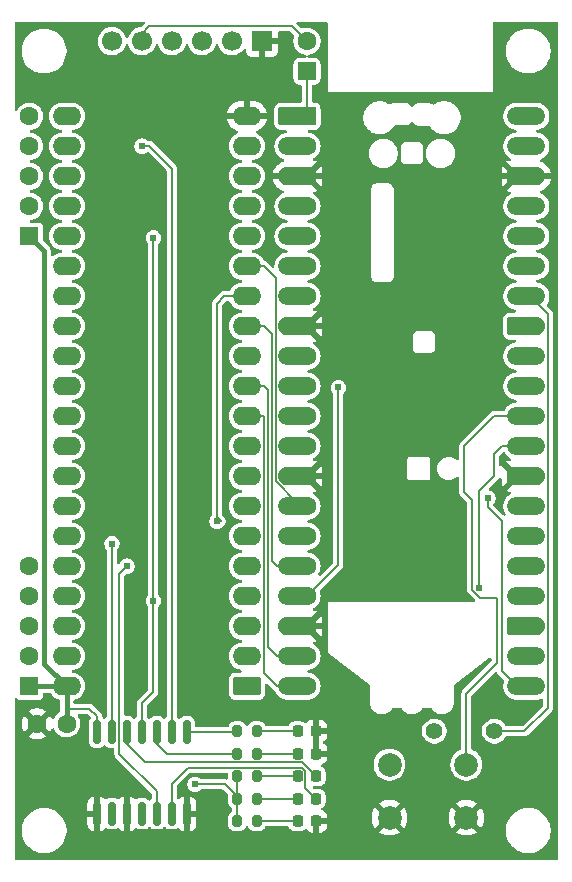
<source format=gtl>
G04 #@! TF.GenerationSoftware,KiCad,Pcbnew,9.0.4-9.0.4-0~ubuntu22.04.1*
G04 #@! TF.CreationDate,2025-10-25T09:08:58+09:00*
G04 #@! TF.ProjectId,Pico2MEMEmuCosmac,5069636f-324d-4454-9d45-6d75436f736d,1.0*
G04 #@! TF.SameCoordinates,PX68e7780PY7270e00*
G04 #@! TF.FileFunction,Copper,L1,Top*
G04 #@! TF.FilePolarity,Positive*
%FSLAX46Y46*%
G04 Gerber Fmt 4.6, Leading zero omitted, Abs format (unit mm)*
G04 Created by KiCad (PCBNEW 9.0.4-9.0.4-0~ubuntu22.04.1) date 2025-10-25 09:08:58*
%MOMM*%
%LPD*%
G01*
G04 APERTURE LIST*
G04 Aperture macros list*
%AMRoundRect*
0 Rectangle with rounded corners*
0 $1 Rounding radius*
0 $2 $3 $4 $5 $6 $7 $8 $9 X,Y pos of 4 corners*
0 Add a 4 corners polygon primitive as box body*
4,1,4,$2,$3,$4,$5,$6,$7,$8,$9,$2,$3,0*
0 Add four circle primitives for the rounded corners*
1,1,$1+$1,$2,$3*
1,1,$1+$1,$4,$5*
1,1,$1+$1,$6,$7*
1,1,$1+$1,$8,$9*
0 Add four rect primitives between the rounded corners*
20,1,$1+$1,$2,$3,$4,$5,0*
20,1,$1+$1,$4,$5,$6,$7,0*
20,1,$1+$1,$6,$7,$8,$9,0*
20,1,$1+$1,$8,$9,$2,$3,0*%
%AMFreePoly0*
4,1,37,0.800000,0.796148,0.878414,0.796148,1.032228,0.765552,1.177117,0.705537,1.307515,0.618408,1.418408,0.507515,1.505537,0.377117,1.565552,0.232228,1.596148,0.078414,1.596148,-0.078414,1.565552,-0.232228,1.505537,-0.377117,1.418408,-0.507515,1.307515,-0.618408,1.177117,-0.705537,1.032228,-0.765552,0.878414,-0.796148,0.800000,-0.796148,0.800000,-0.800000,-1.400000,-0.800000,
-1.403843,-0.796157,-1.439018,-0.796157,-1.511114,-0.766294,-1.566294,-0.711114,-1.596157,-0.639018,-1.596157,-0.603843,-1.600000,-0.600000,-1.600000,0.600000,-1.596157,0.603843,-1.596157,0.639018,-1.566294,0.711114,-1.511114,0.766294,-1.439018,0.796157,-1.403843,0.796157,-1.400000,0.800000,0.800000,0.800000,0.800000,0.796148,0.800000,0.796148,$1*%
%AMFreePoly1*
4,1,37,0.000000,0.796148,0.078414,0.796148,0.232228,0.765552,0.377117,0.705537,0.507515,0.618408,0.618408,0.507515,0.705537,0.377117,0.765552,0.232228,0.796148,0.078414,0.796148,-0.078414,0.765552,-0.232228,0.705537,-0.377117,0.618408,-0.507515,0.507515,-0.618408,0.377117,-0.705537,0.232228,-0.765552,0.078414,-0.796148,0.000000,-0.796148,0.000000,-0.800000,-0.600000,-0.800000,
-0.603843,-0.796157,-0.639018,-0.796157,-0.711114,-0.766294,-0.766294,-0.711114,-0.796157,-0.639018,-0.796157,-0.603843,-0.800000,-0.600000,-0.800000,0.600000,-0.796157,0.603843,-0.796157,0.639018,-0.766294,0.711114,-0.711114,0.766294,-0.639018,0.796157,-0.603843,0.796157,-0.600000,0.800000,0.000000,0.800000,0.000000,0.796148,0.000000,0.796148,$1*%
%AMFreePoly2*
4,1,37,0.603843,0.796157,0.639018,0.796157,0.711114,0.766294,0.766294,0.711114,0.796157,0.639018,0.796157,0.603843,0.800000,0.600000,0.800000,-0.600000,0.796157,-0.603843,0.796157,-0.639018,0.766294,-0.711114,0.711114,-0.766294,0.639018,-0.796157,0.603843,-0.796157,0.600000,-0.800000,0.000000,-0.800000,0.000000,-0.796148,-0.078414,-0.796148,-0.232228,-0.765552,-0.377117,-0.705537,
-0.507515,-0.618408,-0.618408,-0.507515,-0.705537,-0.377117,-0.765552,-0.232228,-0.796148,-0.078414,-0.796148,0.078414,-0.765552,0.232228,-0.705537,0.377117,-0.618408,0.507515,-0.507515,0.618408,-0.377117,0.705537,-0.232228,0.765552,-0.078414,0.796148,0.000000,0.796148,0.000000,0.800000,0.600000,0.800000,0.603843,0.796157,0.603843,0.796157,$1*%
%AMFreePoly3*
4,1,37,1.403843,0.796157,1.439018,0.796157,1.511114,0.766294,1.566294,0.711114,1.596157,0.639018,1.596157,0.603843,1.600000,0.600000,1.600000,-0.600000,1.596157,-0.603843,1.596157,-0.639018,1.566294,-0.711114,1.511114,-0.766294,1.439018,-0.796157,1.403843,-0.796157,1.400000,-0.800000,-0.800000,-0.800000,-0.800000,-0.796148,-0.878414,-0.796148,-1.032228,-0.765552,-1.177117,-0.705537,
-1.307515,-0.618408,-1.418408,-0.507515,-1.505537,-0.377117,-1.565552,-0.232228,-1.596148,-0.078414,-1.596148,0.078414,-1.565552,0.232228,-1.505537,0.377117,-1.418408,0.507515,-1.307515,0.618408,-1.177117,0.705537,-1.032228,0.765552,-0.878414,0.796148,-0.800000,0.796148,-0.800000,0.800000,1.400000,0.800000,1.403843,0.796157,1.403843,0.796157,$1*%
G04 Aperture macros list end*
G04 #@! TA.AperFunction,SMDPad,CuDef*
%ADD10RoundRect,0.150000X0.150000X-0.837500X0.150000X0.837500X-0.150000X0.837500X-0.150000X-0.837500X0*%
G04 #@! TD*
G04 #@! TA.AperFunction,ComponentPad*
%ADD11RoundRect,0.250000X0.950000X0.550000X-0.950000X0.550000X-0.950000X-0.550000X0.950000X-0.550000X0*%
G04 #@! TD*
G04 #@! TA.AperFunction,ComponentPad*
%ADD12O,2.400000X1.600000*%
G04 #@! TD*
G04 #@! TA.AperFunction,SMDPad,CuDef*
%ADD13RoundRect,0.800000X-0.800000X-0.000010X0.800000X-0.000010X0.800000X0.000010X-0.800000X0.000010X0*%
G04 #@! TD*
G04 #@! TA.AperFunction,ComponentPad*
%ADD14C,1.600000*%
G04 #@! TD*
G04 #@! TA.AperFunction,SMDPad,CuDef*
%ADD15FreePoly0,0.000000*%
G04 #@! TD*
G04 #@! TA.AperFunction,ComponentPad*
%ADD16FreePoly1,0.000000*%
G04 #@! TD*
G04 #@! TA.AperFunction,ComponentPad*
%ADD17FreePoly2,0.000000*%
G04 #@! TD*
G04 #@! TA.AperFunction,SMDPad,CuDef*
%ADD18FreePoly3,0.000000*%
G04 #@! TD*
G04 #@! TA.AperFunction,ComponentPad*
%ADD19RoundRect,0.200000X-0.600000X-0.600000X0.600000X-0.600000X0.600000X0.600000X-0.600000X0.600000X0*%
G04 #@! TD*
G04 #@! TA.AperFunction,SMDPad,CuDef*
%ADD20RoundRect,0.218750X0.218750X0.256250X-0.218750X0.256250X-0.218750X-0.256250X0.218750X-0.256250X0*%
G04 #@! TD*
G04 #@! TA.AperFunction,SMDPad,CuDef*
%ADD21RoundRect,0.200000X-0.200000X-0.275000X0.200000X-0.275000X0.200000X0.275000X-0.200000X0.275000X0*%
G04 #@! TD*
G04 #@! TA.AperFunction,ComponentPad*
%ADD22RoundRect,0.250000X0.550000X-0.550000X0.550000X0.550000X-0.550000X0.550000X-0.550000X-0.550000X0*%
G04 #@! TD*
G04 #@! TA.AperFunction,ComponentPad*
%ADD23C,2.000000*%
G04 #@! TD*
G04 #@! TA.AperFunction,ComponentPad*
%ADD24R,1.600000X1.600000*%
G04 #@! TD*
G04 #@! TA.AperFunction,ComponentPad*
%ADD25R,1.700000X1.700000*%
G04 #@! TD*
G04 #@! TA.AperFunction,ComponentPad*
%ADD26C,1.700000*%
G04 #@! TD*
G04 #@! TA.AperFunction,ComponentPad*
%ADD27C,1.400000*%
G04 #@! TD*
G04 #@! TA.AperFunction,ViaPad*
%ADD28C,0.605000*%
G04 #@! TD*
G04 #@! TA.AperFunction,Conductor*
%ADD29C,0.152400*%
G04 #@! TD*
G04 #@! TA.AperFunction,Conductor*
%ADD30C,0.400000*%
G04 #@! TD*
G04 APERTURE END LIST*
D10*
X7475000Y4430000D03*
X8745000Y4430000D03*
X10015000Y4430000D03*
X11285000Y4430000D03*
X12555000Y4430000D03*
X13825000Y4430000D03*
X15095000Y4430000D03*
X15095000Y11355000D03*
X13825000Y11355000D03*
X12555000Y11355000D03*
X11285000Y11355000D03*
X10015000Y11355000D03*
X8745000Y11355000D03*
X7475000Y11355000D03*
D11*
X20175000Y15225000D03*
D12*
X20175000Y17765000D03*
X20175000Y20305000D03*
X20175000Y22845000D03*
X20175000Y25385000D03*
X20175000Y27925000D03*
X20175000Y30465000D03*
X20175000Y33005000D03*
X20175000Y35545000D03*
X20175000Y38085000D03*
X20175000Y40625000D03*
X20175000Y43165000D03*
X20175000Y45705000D03*
X20175000Y48245000D03*
X20175000Y50785000D03*
X20175000Y53325000D03*
X20175000Y55865000D03*
X20175000Y58405000D03*
X20175000Y60945000D03*
X20175000Y63485000D03*
X4935000Y63485000D03*
X4935000Y60945000D03*
X4935000Y58405000D03*
X4935000Y55865000D03*
X4935000Y53325000D03*
X4935000Y50785000D03*
X4935000Y48245000D03*
X4935000Y45705000D03*
X4935000Y43165000D03*
X4935000Y40625000D03*
X4935000Y38085000D03*
X4935000Y35545000D03*
X4935000Y33005000D03*
X4935000Y30465000D03*
X4935000Y27925000D03*
X4935000Y25385000D03*
X4935000Y22845000D03*
X4935000Y20305000D03*
X4935000Y17765000D03*
X4935000Y15225000D03*
D13*
X43835000Y63485000D03*
D14*
X43035000Y63485000D03*
D13*
X43835000Y60945000D03*
D14*
X43035000Y60945000D03*
D15*
X43835000Y58405000D03*
D16*
X43035000Y58405000D03*
D13*
X43835000Y55865000D03*
D14*
X43035000Y55865000D03*
D13*
X43835000Y53325000D03*
D14*
X43035000Y53325000D03*
D13*
X43835000Y50785000D03*
D14*
X43035000Y50785000D03*
D13*
X43835000Y48245000D03*
D14*
X43035000Y48245000D03*
D15*
X43835000Y45705000D03*
D16*
X43035000Y45705000D03*
D13*
X43835000Y43165000D03*
D14*
X43035000Y43165000D03*
D13*
X43835000Y40625000D03*
D14*
X43035000Y40625000D03*
D13*
X43835000Y38085000D03*
D14*
X43035000Y38085000D03*
D13*
X43835000Y35545000D03*
D14*
X43035000Y35545000D03*
D15*
X43835000Y33005000D03*
D16*
X43035000Y33005000D03*
D13*
X43835000Y30465000D03*
D14*
X43035000Y30465000D03*
D13*
X43835000Y27925000D03*
D14*
X43035000Y27925000D03*
D13*
X43835000Y25385000D03*
D14*
X43035000Y25385000D03*
D13*
X43835000Y22845000D03*
D14*
X43035000Y22845000D03*
D15*
X43835000Y20305000D03*
D16*
X43035000Y20305000D03*
D13*
X43835000Y17765000D03*
D14*
X43035000Y17765000D03*
D13*
X43835000Y15225000D03*
D14*
X43035000Y15225000D03*
X25255000Y15225000D03*
D13*
X24455000Y15225000D03*
D14*
X25255000Y17765000D03*
D13*
X24455000Y17765000D03*
D17*
X25255000Y20305000D03*
D18*
X24455000Y20305000D03*
D14*
X25255000Y22845000D03*
D13*
X24455000Y22845000D03*
D14*
X25255000Y25385000D03*
D13*
X24455000Y25385000D03*
D14*
X25255000Y27925000D03*
D13*
X24455000Y27925000D03*
D14*
X25255000Y30465000D03*
D13*
X24455000Y30465000D03*
D17*
X25255000Y33005000D03*
D18*
X24455000Y33005000D03*
D14*
X25255000Y35545000D03*
D13*
X24455000Y35545000D03*
D14*
X25255000Y38085000D03*
D13*
X24455000Y38085000D03*
D14*
X25255000Y40625000D03*
D13*
X24455000Y40625000D03*
D14*
X25255000Y43165000D03*
D13*
X24455000Y43165000D03*
D17*
X25255000Y45705000D03*
D18*
X24455000Y45705000D03*
D14*
X25255000Y48245000D03*
D13*
X24455000Y48245000D03*
D14*
X25255000Y50785000D03*
D13*
X24455000Y50785000D03*
D14*
X25255000Y53325000D03*
D13*
X24455000Y53325000D03*
D14*
X25255000Y55865000D03*
D13*
X24455000Y55865000D03*
D17*
X25255000Y58405000D03*
D18*
X24455000Y58405000D03*
D14*
X25255000Y60945000D03*
D13*
X24455000Y60945000D03*
D19*
X25255000Y63485000D03*
D15*
X24455000Y63485000D03*
D20*
X24467500Y3795000D03*
X26042500Y3795000D03*
X24467500Y5700000D03*
X26042500Y5700000D03*
X24467500Y7605000D03*
X26042500Y7605000D03*
D21*
X21000000Y3795000D03*
X19350000Y3795000D03*
D20*
X24467500Y11415000D03*
X26042500Y11415000D03*
D21*
X21000000Y11415000D03*
X19350000Y11415000D03*
X21000000Y9510000D03*
X19350000Y9510000D03*
D20*
X24467500Y9510000D03*
X26042500Y9510000D03*
D21*
X21000000Y7605000D03*
X19350000Y7605000D03*
X21000000Y5700000D03*
X19350000Y5700000D03*
D22*
X25255000Y67295000D03*
D14*
X25255000Y69835000D03*
D23*
X32250000Y8585000D03*
X38750000Y8585000D03*
X32250000Y4085000D03*
X38750000Y4085000D03*
D24*
X1760000Y53325000D03*
D14*
X1760000Y55865000D03*
X1760000Y58405000D03*
X1760000Y60945000D03*
X1760000Y63485000D03*
D24*
X1760000Y15225000D03*
D14*
X1760000Y17765000D03*
X1760000Y20305000D03*
X1760000Y22845000D03*
X1760000Y25385000D03*
D25*
X21445000Y69835000D03*
D26*
X18905000Y69835000D03*
X16365000Y69835000D03*
X13825000Y69835000D03*
X11285000Y69835000D03*
X8745000Y69835000D03*
D14*
X4915000Y12050000D03*
X2415000Y12050000D03*
D27*
X36050000Y11415000D03*
X41130000Y11415000D03*
D28*
X15788045Y6911955D03*
X12259400Y22463000D03*
X12259400Y53180500D03*
X11285000Y60945000D03*
X39860000Y23522550D03*
X40581714Y31129376D03*
X27925000Y40513400D03*
X17635000Y29195000D03*
X10015000Y25385000D03*
X8745000Y27290000D03*
D29*
X8745000Y27290000D02*
X8745000Y11355000D01*
X41322200Y17168800D02*
X38984200Y14830800D01*
X38750000Y8585000D02*
X38750000Y14596600D01*
X38750000Y14596600D02*
X38984200Y14830800D01*
X13825000Y4430000D02*
X13825000Y6970000D01*
X13825000Y6970000D02*
X15164600Y8309600D01*
X15164600Y8309600D02*
X24878024Y8309600D01*
X24878024Y8309600D02*
X25134600Y8053024D01*
X25134600Y8053024D02*
X25134600Y6607900D01*
X25134600Y6607900D02*
X26042500Y5700000D01*
X19350000Y5890000D02*
X18328045Y6911955D01*
X18328045Y6911955D02*
X15788045Y6911955D01*
X10015000Y11355000D02*
X10015000Y10367501D01*
X10015000Y10367501D02*
X11577101Y8805400D01*
X11577101Y8805400D02*
X24842100Y8805400D01*
X12555000Y11355000D02*
X12555000Y10367501D01*
X12555000Y10367501D02*
X13412501Y9510000D01*
X13412501Y9510000D02*
X19350000Y9510000D01*
X15095000Y11355000D02*
X19290000Y11355000D01*
X19290000Y11355000D02*
X19350000Y11415000D01*
X19350000Y7605000D02*
X19350000Y3795000D01*
X24467500Y7605000D02*
X21000000Y7605000D01*
X24467500Y5700000D02*
X21000000Y5700000D01*
X21000000Y3795000D02*
X24467500Y3795000D01*
X21000000Y11415000D02*
X24467500Y11415000D01*
X24467500Y9510000D02*
X21000000Y9510000D01*
X26042500Y7605000D02*
X24842100Y8805400D01*
X23985000Y71105000D02*
X11920000Y71105000D01*
X11920000Y71105000D02*
X11285000Y70470000D01*
X25255000Y69835000D02*
X23985000Y71105000D01*
X11285000Y70470000D02*
X11285000Y69835000D01*
X11920000Y60945000D02*
X13825000Y59040000D01*
X11285000Y60945000D02*
X11920000Y60945000D01*
X13825000Y59040000D02*
X13825000Y11355000D01*
D30*
X4935000Y13320000D02*
X4935000Y12070000D01*
X3030000Y17130000D02*
X4935000Y15225000D01*
D29*
X43035000Y63742500D02*
X43835000Y63742500D01*
X7475000Y12685000D02*
X6840000Y13320000D01*
D30*
X4935000Y15225000D02*
X4935000Y13320000D01*
X1760000Y53325000D02*
X3030000Y52055000D01*
D29*
X7475000Y11355000D02*
X7475000Y12685000D01*
X4915000Y12050000D02*
X5570000Y12050000D01*
X6840000Y13320000D02*
X4935000Y13320000D01*
X4935000Y12070000D02*
X4915000Y12050000D01*
D30*
X4935000Y15225000D02*
X1760000Y15225000D01*
X3030000Y52055000D02*
X3030000Y17130000D01*
D29*
X44166370Y48245000D02*
X45669600Y46741770D01*
X45669600Y46741770D02*
X45669600Y13414600D01*
X43035000Y48245000D02*
X44166370Y48245000D01*
X45669600Y13414600D02*
X43670000Y11415000D01*
X43670000Y11415000D02*
X41130000Y11415000D01*
X25260000Y66660000D02*
X25255000Y66655000D01*
X25255000Y66655000D02*
X25255000Y63742500D01*
X12259400Y22463000D02*
X12259400Y14759400D01*
X11285000Y13785000D02*
X11285000Y11355000D01*
X12259400Y22463000D02*
X12259400Y53180500D01*
X12259400Y14759400D02*
X11285000Y13785000D01*
X41130000Y34910000D02*
X41130000Y33005000D01*
X39860000Y23633851D02*
X39971301Y23522550D01*
X41130000Y33005000D02*
X39860000Y31735000D01*
X39860000Y31735000D02*
X39860000Y23633851D01*
X43035000Y35545000D02*
X41765000Y35545000D01*
X41765000Y35545000D02*
X41130000Y34910000D01*
X39971301Y23522550D02*
X39860000Y23522550D01*
X40581714Y30378286D02*
X40581714Y31129376D01*
X41765000Y29195000D02*
X40581714Y30378286D01*
X43035000Y15225000D02*
X41765000Y16495000D01*
X41765000Y16495000D02*
X41765000Y29195000D01*
X21605300Y38085000D02*
X21605300Y16334700D01*
X20175000Y38085000D02*
X21605300Y38085000D01*
X22715000Y15225000D02*
X25255000Y15225000D01*
X21605300Y16334700D02*
X22715000Y15225000D01*
X21927700Y18552300D02*
X22715000Y17765000D01*
X22715000Y17765000D02*
X25255000Y17765000D01*
X21605300Y40625000D02*
X21927700Y40302600D01*
X20175000Y40625000D02*
X21605300Y40625000D01*
X21927700Y40302600D02*
X21927700Y18552300D01*
X25255000Y22845000D02*
X27925000Y25515000D01*
X25138400Y23102500D02*
X25106900Y23102500D01*
X27925000Y25515000D02*
X27925000Y40513400D01*
X25106900Y23102500D02*
X24455000Y23102500D01*
X22715000Y25385000D02*
X22265700Y25834300D01*
X21605300Y45705000D02*
X22265700Y45044600D01*
X25255000Y25385000D02*
X22715000Y25385000D01*
X20175000Y45705000D02*
X21605300Y45705000D01*
X22265700Y45044600D02*
X22265700Y25834300D01*
X17961600Y29195000D02*
X17635000Y29521600D01*
X18270000Y48245000D02*
X20175000Y48245000D01*
X17635000Y29521600D02*
X17635000Y47610000D01*
X17635000Y29195000D02*
X17961600Y29195000D01*
X18270000Y48245000D02*
X17635000Y47610000D01*
X22621000Y49769300D02*
X21605300Y50785000D01*
X24455000Y30722500D02*
X25255000Y30722500D01*
X22621000Y32556500D02*
X22621000Y49769300D01*
X24455000Y30722500D02*
X22621000Y32556500D01*
X20175000Y50785000D02*
X21605300Y50785000D01*
X41130000Y38085000D02*
X38590000Y35545000D01*
X38590000Y31649970D02*
X39225000Y31014970D01*
X39225000Y31014970D02*
X39225000Y23405046D01*
X39940346Y22689700D02*
X41276978Y22689700D01*
X41276978Y22689700D02*
X41322200Y22644478D01*
X43035000Y38085000D02*
X41130000Y38085000D01*
X41322200Y22644478D02*
X41322200Y17168800D01*
X38590000Y35545000D02*
X38590000Y31649970D01*
X39225000Y23405046D02*
X39940346Y22689700D01*
X12555000Y4430000D02*
X12555000Y6335000D01*
X12555000Y6335000D02*
X9380000Y9510000D01*
X9380000Y9510000D02*
X9380000Y24750000D01*
X9380000Y24750000D02*
X10015000Y25385000D01*
G04 #@! TA.AperFunction,Conductor*
G36*
X42569075Y32812007D02*
G01*
X42634901Y32697993D01*
X42727993Y32604901D01*
X42842007Y32539075D01*
X42905587Y32522039D01*
X42145414Y31761865D01*
X42201960Y31738443D01*
X42201964Y31738441D01*
X42252946Y31720456D01*
X42395219Y31700001D01*
X42395221Y31700000D01*
X42401652Y31700000D01*
X42433489Y31690652D01*
X42465604Y31682236D01*
X42466881Y31680847D01*
X42468691Y31680315D01*
X42490415Y31655245D01*
X42512887Y31630797D01*
X42513210Y31628937D01*
X42514446Y31627511D01*
X42519168Y31594669D01*
X42524855Y31561960D01*
X42524121Y31560221D01*
X42524390Y31558353D01*
X42510604Y31528167D01*
X42497706Y31497580D01*
X42495861Y31495885D01*
X42495365Y31494797D01*
X42471730Y31473702D01*
X42471726Y31473700D01*
X42461304Y31466561D01*
X42452902Y31460805D01*
X42439133Y31452628D01*
X42432007Y31448997D01*
X42432001Y31448994D01*
X42373037Y31406154D01*
X42370231Y31404174D01*
X42296854Y31353909D01*
X42146091Y31203146D01*
X42095826Y31129769D01*
X42095825Y31129770D01*
X42094817Y31128300D01*
X42051004Y31067994D01*
X42043734Y31053729D01*
X42039199Y31047107D01*
X42039194Y31047097D01*
X42025593Y31027240D01*
X42025588Y31027232D01*
X41996808Y30962053D01*
X41995418Y30958902D01*
X41968789Y30906639D01*
X41958889Y30876173D01*
X41956342Y30870403D01*
X41939467Y30832182D01*
X41928808Y30786863D01*
X41926019Y30775006D01*
X41912829Y30734409D01*
X41905321Y30687014D01*
X41904272Y30682551D01*
X41904271Y30682543D01*
X41890650Y30624629D01*
X41887290Y30576218D01*
X41886062Y30565412D01*
X41884500Y30555546D01*
X41884500Y30374454D01*
X41886913Y30359216D01*
X41890651Y30305370D01*
X41905316Y30243014D01*
X41906033Y30238491D01*
X41906035Y30238482D01*
X41912828Y30195594D01*
X41912829Y30195591D01*
X41924427Y30159893D01*
X41927199Y30149977D01*
X41939465Y30097824D01*
X41939470Y30097809D01*
X41956343Y30059595D01*
X41958890Y30053825D01*
X41968789Y30023361D01*
X41995407Y29971121D01*
X41996799Y29967968D01*
X41996804Y29967958D01*
X41996812Y29967941D01*
X42025591Y29902763D01*
X42039205Y29882889D01*
X42043165Y29876722D01*
X42045403Y29872999D01*
X42051004Y29862006D01*
X42056829Y29853988D01*
X42059619Y29849347D01*
X42067138Y29820572D01*
X42077138Y29792545D01*
X42075878Y29787128D01*
X42077284Y29781747D01*
X42068050Y29753468D01*
X42061312Y29724491D01*
X42057324Y29720616D01*
X42055598Y29715329D01*
X42032539Y29696530D01*
X42011206Y29675797D01*
X42005755Y29674693D01*
X42001445Y29671178D01*
X41971883Y29667830D01*
X41942728Y29661922D01*
X41937545Y29663940D01*
X41932019Y29663314D01*
X41905340Y29676479D01*
X41877619Y29687272D01*
X41870135Y29693851D01*
X41869363Y29694232D01*
X41868505Y29695284D01*
X41865659Y29697786D01*
X41057313Y30506132D01*
X41023828Y30567455D01*
X41028812Y30637147D01*
X41057311Y30681492D01*
X41088933Y30713113D01*
X41160395Y30820064D01*
X41209620Y30938903D01*
X41234714Y31065061D01*
X41234714Y31193691D01*
X41209620Y31319849D01*
X41160395Y31438688D01*
X41088933Y31545639D01*
X41088931Y31545642D01*
X40997979Y31636594D01*
X40920696Y31688232D01*
X40891026Y31708057D01*
X40861092Y31720456D01*
X40772187Y31757282D01*
X40772181Y31757284D01*
X40760782Y31759551D01*
X40698871Y31791936D01*
X40664297Y31852652D01*
X40668038Y31922422D01*
X40697293Y31968849D01*
X40983950Y32255506D01*
X41471445Y32743000D01*
X41498613Y32790058D01*
X41549179Y32838272D01*
X41617786Y32851496D01*
X41682651Y32825528D01*
X41723180Y32768615D01*
X41730000Y32728057D01*
X41730000Y32365215D01*
X41732893Y32311238D01*
X41732893Y32311236D01*
X41768438Y32171970D01*
X41768442Y32171957D01*
X41791862Y32115416D01*
X42552037Y32875590D01*
X42569075Y32812007D01*
G37*
G04 #@! TD.AperFunction*
G04 #@! TA.AperFunction,Conductor*
G36*
X41947267Y35037112D02*
G01*
X41962014Y35036057D01*
X41978705Y35023563D01*
X41997853Y35015310D01*
X42014905Y34996464D01*
X42017948Y34994186D01*
X42020434Y34990354D01*
X42021533Y34989139D01*
X42025141Y34983780D01*
X42025591Y34982763D01*
X42039532Y34962411D01*
X42039738Y34962106D01*
X42047369Y34949140D01*
X42051004Y34942006D01*
X42093858Y34883022D01*
X42095817Y34880246D01*
X42146088Y34806859D01*
X42154321Y34798626D01*
X42154350Y34798595D01*
X42283134Y34669811D01*
X42283137Y34669809D01*
X42285499Y34667447D01*
X42285502Y34667445D01*
X42296858Y34656089D01*
X42371645Y34604859D01*
X42373194Y34603734D01*
X42373327Y34603636D01*
X42412834Y34574933D01*
X42432006Y34561004D01*
X42439130Y34557375D01*
X42452908Y34549193D01*
X42471730Y34536299D01*
X42515912Y34482172D01*
X42523818Y34412751D01*
X42492936Y34350076D01*
X42433073Y34314047D01*
X42401652Y34310000D01*
X42395214Y34310000D01*
X42341237Y34307107D01*
X42341235Y34307107D01*
X42201976Y34271564D01*
X42201962Y34271559D01*
X42145415Y34248137D01*
X42905589Y33487963D01*
X42842007Y33470925D01*
X42727993Y33405099D01*
X42634901Y33312007D01*
X42569075Y33197993D01*
X42552037Y33134411D01*
X41791863Y33894585D01*
X41788035Y33893824D01*
X41751421Y33848386D01*
X41685127Y33826321D01*
X41617427Y33843600D01*
X41569816Y33894737D01*
X41556700Y33950242D01*
X41556700Y34681893D01*
X41576385Y34748932D01*
X41593019Y34769574D01*
X41706500Y34883055D01*
X41831002Y35007558D01*
X41849297Y35017548D01*
X41864759Y35031537D01*
X41879346Y35033956D01*
X41892323Y35041041D01*
X41913117Y35039554D01*
X41933688Y35042964D01*
X41947267Y35037112D01*
G37*
G04 #@! TD.AperFunction*
G04 #@! TA.AperFunction,Conductor*
G36*
X11479232Y71480315D02*
G01*
X11524987Y71427511D01*
X11534931Y71358353D01*
X11505906Y71294797D01*
X11499874Y71288319D01*
X11283374Y71071819D01*
X11222051Y71038334D01*
X11195693Y71035500D01*
X11190514Y71035500D01*
X11003881Y71005941D01*
X10824163Y70947546D01*
X10655800Y70861760D01*
X10596939Y70818994D01*
X10502927Y70750690D01*
X10502925Y70750688D01*
X10502924Y70750688D01*
X10369312Y70617076D01*
X10369312Y70617075D01*
X10369310Y70617073D01*
X10323703Y70554300D01*
X10258240Y70464200D01*
X10172454Y70295837D01*
X10132931Y70174197D01*
X10093493Y70116522D01*
X10029134Y70089324D01*
X9960288Y70101239D01*
X9908812Y70148484D01*
X9897069Y70174197D01*
X9863783Y70276640D01*
X9857547Y70295832D01*
X9857545Y70295835D01*
X9857545Y70295837D01*
X9812290Y70384653D01*
X9771760Y70464199D01*
X9660690Y70617073D01*
X9527073Y70750690D01*
X9374199Y70861760D01*
X9361986Y70867983D01*
X9205836Y70947546D01*
X9026118Y71005941D01*
X8839486Y71035500D01*
X8839481Y71035500D01*
X8650519Y71035500D01*
X8650514Y71035500D01*
X8463881Y71005941D01*
X8284163Y70947546D01*
X8115800Y70861760D01*
X8056939Y70818994D01*
X7962927Y70750690D01*
X7962925Y70750688D01*
X7962924Y70750688D01*
X7829312Y70617076D01*
X7829312Y70617075D01*
X7829310Y70617073D01*
X7783703Y70554300D01*
X7718240Y70464200D01*
X7632454Y70295837D01*
X7574059Y70116119D01*
X7544500Y69929487D01*
X7544500Y69740514D01*
X7574059Y69553882D01*
X7632454Y69374164D01*
X7704888Y69232006D01*
X7718240Y69205801D01*
X7829310Y69052927D01*
X7962927Y68919310D01*
X8115801Y68808240D01*
X8193228Y68768789D01*
X8284163Y68722455D01*
X8284165Y68722455D01*
X8284168Y68722453D01*
X8377975Y68691973D01*
X8463881Y68664060D01*
X8650514Y68634500D01*
X8650519Y68634500D01*
X8839486Y68634500D01*
X9026118Y68664060D01*
X9089025Y68684500D01*
X9205832Y68722453D01*
X9374199Y68808240D01*
X9527073Y68919310D01*
X9660690Y69052927D01*
X9771760Y69205801D01*
X9857547Y69374168D01*
X9897069Y69495805D01*
X9936507Y69553479D01*
X10000866Y69580677D01*
X10069712Y69568762D01*
X10121188Y69521518D01*
X10132931Y69495804D01*
X10172454Y69374164D01*
X10244888Y69232006D01*
X10258240Y69205801D01*
X10369310Y69052927D01*
X10502927Y68919310D01*
X10655801Y68808240D01*
X10733228Y68768789D01*
X10824163Y68722455D01*
X10824165Y68722455D01*
X10824168Y68722453D01*
X10917975Y68691973D01*
X11003881Y68664060D01*
X11190514Y68634500D01*
X11190519Y68634500D01*
X11379486Y68634500D01*
X11566118Y68664060D01*
X11629025Y68684500D01*
X11745832Y68722453D01*
X11914199Y68808240D01*
X12067073Y68919310D01*
X12200690Y69052927D01*
X12311760Y69205801D01*
X12397547Y69374168D01*
X12437069Y69495805D01*
X12476507Y69553479D01*
X12540866Y69580677D01*
X12609712Y69568762D01*
X12661188Y69521518D01*
X12672931Y69495804D01*
X12712454Y69374164D01*
X12784888Y69232006D01*
X12798240Y69205801D01*
X12909310Y69052927D01*
X13042927Y68919310D01*
X13195801Y68808240D01*
X13273228Y68768789D01*
X13364163Y68722455D01*
X13364165Y68722455D01*
X13364168Y68722453D01*
X13457975Y68691973D01*
X13543881Y68664060D01*
X13730514Y68634500D01*
X13730519Y68634500D01*
X13919486Y68634500D01*
X14106118Y68664060D01*
X14169025Y68684500D01*
X14285832Y68722453D01*
X14454199Y68808240D01*
X14607073Y68919310D01*
X14740690Y69052927D01*
X14851760Y69205801D01*
X14937547Y69374168D01*
X14977069Y69495805D01*
X15016507Y69553479D01*
X15080866Y69580677D01*
X15149712Y69568762D01*
X15201188Y69521518D01*
X15212931Y69495804D01*
X15252454Y69374164D01*
X15324888Y69232006D01*
X15338240Y69205801D01*
X15449310Y69052927D01*
X15582927Y68919310D01*
X15735801Y68808240D01*
X15813228Y68768789D01*
X15904163Y68722455D01*
X15904165Y68722455D01*
X15904168Y68722453D01*
X15997975Y68691973D01*
X16083881Y68664060D01*
X16270514Y68634500D01*
X16270519Y68634500D01*
X16459486Y68634500D01*
X16646118Y68664060D01*
X16709025Y68684500D01*
X16825832Y68722453D01*
X16994199Y68808240D01*
X17147073Y68919310D01*
X17280690Y69052927D01*
X17391760Y69205801D01*
X17477547Y69374168D01*
X17517069Y69495805D01*
X17556507Y69553479D01*
X17620866Y69580677D01*
X17689712Y69568762D01*
X17741188Y69521518D01*
X17752931Y69495804D01*
X17792454Y69374164D01*
X17864888Y69232006D01*
X17878240Y69205801D01*
X17989310Y69052927D01*
X18122927Y68919310D01*
X18275801Y68808240D01*
X18353228Y68768789D01*
X18444163Y68722455D01*
X18444165Y68722455D01*
X18444168Y68722453D01*
X18537975Y68691973D01*
X18623881Y68664060D01*
X18810514Y68634500D01*
X18810519Y68634500D01*
X18999486Y68634500D01*
X19186118Y68664060D01*
X19249025Y68684500D01*
X19365832Y68722453D01*
X19534199Y68808240D01*
X19687073Y68919310D01*
X19820690Y69052927D01*
X19870682Y69121736D01*
X19926012Y69164401D01*
X19995625Y69170380D01*
X20057420Y69137774D01*
X20091777Y69076936D01*
X20095000Y69048850D01*
X20095000Y68937156D01*
X20101401Y68877628D01*
X20101403Y68877621D01*
X20151645Y68742914D01*
X20151649Y68742907D01*
X20237809Y68627813D01*
X20237812Y68627810D01*
X20352906Y68541650D01*
X20352913Y68541646D01*
X20487620Y68491404D01*
X20487627Y68491402D01*
X20547155Y68485001D01*
X20547172Y68485000D01*
X21195000Y68485000D01*
X21195000Y69401988D01*
X21252007Y69369075D01*
X21379174Y69335000D01*
X21510826Y69335000D01*
X21637993Y69369075D01*
X21695000Y69401988D01*
X21695000Y68485000D01*
X22342828Y68485000D01*
X22342844Y68485001D01*
X22402372Y68491402D01*
X22402379Y68491404D01*
X22537086Y68541646D01*
X22537093Y68541650D01*
X22652187Y68627810D01*
X22652190Y68627813D01*
X22738350Y68742907D01*
X22738354Y68742914D01*
X22788596Y68877621D01*
X22788598Y68877628D01*
X22794999Y68937156D01*
X22795000Y68937173D01*
X22795000Y69585000D01*
X21878012Y69585000D01*
X21910925Y69642007D01*
X21945000Y69769174D01*
X21945000Y69900826D01*
X21910925Y70027993D01*
X21878012Y70085000D01*
X22795000Y70085000D01*
X22795000Y70554300D01*
X22814685Y70621339D01*
X22867489Y70667094D01*
X22919000Y70678300D01*
X23756893Y70678300D01*
X23823932Y70658615D01*
X23844574Y70641981D01*
X24140238Y70346317D01*
X24173723Y70284994D01*
X24170489Y70220319D01*
X24132828Y70104407D01*
X24104500Y69925552D01*
X24104500Y69744449D01*
X24132829Y69565590D01*
X24188787Y69393364D01*
X24188788Y69393361D01*
X24271006Y69232003D01*
X24377441Y69085506D01*
X24377445Y69085501D01*
X24505500Y68957446D01*
X24505505Y68957442D01*
X24533427Y68937156D01*
X24652006Y68851004D01*
X24735933Y68808241D01*
X24813360Y68768789D01*
X24813363Y68768788D01*
X24892997Y68742914D01*
X24985591Y68712829D01*
X25089716Y68696338D01*
X25117270Y68691973D01*
X25180405Y68662044D01*
X25217336Y68602732D01*
X25216338Y68532870D01*
X25177728Y68474637D01*
X25113765Y68446523D01*
X25097872Y68445500D01*
X24665636Y68445500D01*
X24548246Y68430047D01*
X24548237Y68430044D01*
X24402160Y68369537D01*
X24276718Y68273282D01*
X24180463Y68147840D01*
X24119956Y68001763D01*
X24119955Y68001761D01*
X24104501Y67884371D01*
X24104501Y67884364D01*
X24104500Y67884355D01*
X24104500Y66705637D01*
X24119953Y66588247D01*
X24119956Y66588238D01*
X24180464Y66442159D01*
X24276718Y66316718D01*
X24402159Y66220464D01*
X24548238Y66159956D01*
X24665639Y66144500D01*
X24704299Y66144501D01*
X24771337Y66124818D01*
X24817093Y66072015D01*
X24828300Y66020501D01*
X24828300Y64764500D01*
X24808615Y64697461D01*
X24755811Y64651706D01*
X24704300Y64640500D01*
X23015202Y64640500D01*
X22993196Y64639818D01*
X22993193Y64639818D01*
X22879175Y64613441D01*
X22805662Y64582990D01*
X22785579Y64573933D01*
X22785570Y64573927D01*
X22690333Y64505929D01*
X22634056Y64449651D01*
X22618982Y64433614D01*
X22618978Y64433608D01*
X22557005Y64334329D01*
X22526565Y64260839D01*
X22518762Y64240217D01*
X22499500Y64124781D01*
X22499500Y62845203D01*
X22500182Y62823197D01*
X22500182Y62823194D01*
X22526559Y62709176D01*
X22549230Y62654445D01*
X22556333Y62637296D01*
X22557010Y62635663D01*
X22566067Y62615580D01*
X22566069Y62615577D01*
X22566070Y62615575D01*
X22571873Y62607447D01*
X22616560Y62544859D01*
X22634072Y62520333D01*
X22690333Y62464072D01*
X22690349Y62464057D01*
X22706386Y62448983D01*
X22706391Y62448980D01*
X22706394Y62448977D01*
X22805667Y62387008D01*
X22805669Y62387008D01*
X22805671Y62387006D01*
X22879161Y62356566D01*
X22879166Y62356564D01*
X22879176Y62356560D01*
X22887153Y62353542D01*
X22899783Y62348763D01*
X22899785Y62348763D01*
X22899787Y62348762D01*
X23015218Y62329500D01*
X23015219Y62329500D01*
X23447610Y62329500D01*
X23514649Y62309815D01*
X23560404Y62257011D01*
X23570348Y62187853D01*
X23541323Y62124297D01*
X23482545Y62086523D01*
X23476000Y62084794D01*
X23287823Y62040535D01*
X23287817Y62040533D01*
X23221413Y62011213D01*
X23092766Y61954410D01*
X23092761Y61954408D01*
X22916858Y61833912D01*
X22916852Y61833907D01*
X22766093Y61683148D01*
X22766088Y61683142D01*
X22645592Y61507239D01*
X22559467Y61312183D01*
X22559465Y61312177D01*
X22510652Y61104641D01*
X22510650Y61104625D01*
X22504500Y61016016D01*
X22504500Y60873985D01*
X22510650Y60785376D01*
X22510652Y60785360D01*
X22559465Y60577824D01*
X22559467Y60577818D01*
X22559468Y60577815D01*
X22645591Y60382763D01*
X22673507Y60342011D01*
X22766088Y60206859D01*
X22766093Y60206853D01*
X22916852Y60056094D01*
X22916858Y60056089D01*
X23092763Y59935591D01*
X23237998Y59871465D01*
X23291373Y59826379D01*
X23311901Y59759593D01*
X23293063Y59692311D01*
X23240840Y59645894D01*
X23229683Y59641278D01*
X23228397Y59640819D01*
X23082801Y59580510D01*
X22995498Y59533845D01*
X22995478Y59533833D01*
X22864469Y59446296D01*
X22864463Y59446292D01*
X22787935Y59383486D01*
X22676514Y59272065D01*
X22613708Y59195537D01*
X22613704Y59195531D01*
X22526167Y59064522D01*
X22526155Y59064502D01*
X22479490Y58977199D01*
X22419185Y58831613D01*
X22390443Y58736861D01*
X22390440Y58736850D01*
X22374160Y58655001D01*
X22374161Y58655000D01*
X24821988Y58655000D01*
X24789075Y58597993D01*
X24755000Y58470826D01*
X24755000Y58339174D01*
X24789075Y58212007D01*
X24821988Y58155000D01*
X22374160Y58155000D01*
X22390440Y58073151D01*
X22390443Y58073140D01*
X22419185Y57978388D01*
X22479490Y57832802D01*
X22526155Y57745499D01*
X22526167Y57745479D01*
X22613704Y57614470D01*
X22613708Y57614464D01*
X22676514Y57537936D01*
X22787935Y57426515D01*
X22864463Y57363709D01*
X22864469Y57363705D01*
X22995478Y57276168D01*
X22995498Y57276156D01*
X23082801Y57229491D01*
X23228384Y57169188D01*
X23229658Y57168732D01*
X23229888Y57168565D01*
X23231205Y57168019D01*
X23231073Y57167703D01*
X23286156Y57127627D01*
X23311463Y57062501D01*
X23297543Y56994032D01*
X23248815Y56943959D01*
X23237997Y56938537D01*
X23092765Y56874411D01*
X22916858Y56753912D01*
X22916852Y56753907D01*
X22766093Y56603148D01*
X22766088Y56603142D01*
X22645592Y56427239D01*
X22559467Y56232183D01*
X22559465Y56232177D01*
X22510652Y56024641D01*
X22510650Y56024625D01*
X22504500Y55936016D01*
X22504500Y55793985D01*
X22510650Y55705376D01*
X22510652Y55705360D01*
X22559465Y55497824D01*
X22559467Y55497818D01*
X22559468Y55497815D01*
X22645591Y55302763D01*
X22673507Y55262011D01*
X22766088Y55126859D01*
X22766093Y55126853D01*
X22916852Y54976094D01*
X22916858Y54976089D01*
X23092763Y54855591D01*
X23287815Y54769468D01*
X23287821Y54769467D01*
X23287823Y54769466D01*
X23495359Y54720653D01*
X23495364Y54720653D01*
X23495370Y54720651D01*
X23510281Y54719616D01*
X23523445Y54718702D01*
X23588961Y54694423D01*
X23630949Y54638578D01*
X23636080Y54568897D01*
X23602724Y54507503D01*
X23541472Y54473889D01*
X23523445Y54471298D01*
X23495375Y54469350D01*
X23495359Y54469348D01*
X23287823Y54420535D01*
X23287817Y54420533D01*
X23249596Y54403657D01*
X23092766Y54334410D01*
X23092761Y54334408D01*
X22916858Y54213912D01*
X22916852Y54213907D01*
X22766093Y54063148D01*
X22766088Y54063142D01*
X22645592Y53887239D01*
X22559467Y53692183D01*
X22559465Y53692177D01*
X22510652Y53484641D01*
X22510650Y53484625D01*
X22504500Y53396016D01*
X22504500Y53253985D01*
X22510650Y53165376D01*
X22510652Y53165360D01*
X22559465Y52957824D01*
X22559467Y52957818D01*
X22559468Y52957815D01*
X22645591Y52762763D01*
X22688999Y52699395D01*
X22766088Y52586859D01*
X22766093Y52586853D01*
X22916852Y52436094D01*
X22916858Y52436089D01*
X23092763Y52315591D01*
X23287815Y52229468D01*
X23287821Y52229467D01*
X23287823Y52229466D01*
X23495359Y52180653D01*
X23495364Y52180653D01*
X23495370Y52180651D01*
X23510281Y52179616D01*
X23523445Y52178702D01*
X23588961Y52154423D01*
X23630949Y52098578D01*
X23636080Y52028897D01*
X23602724Y51967503D01*
X23541472Y51933889D01*
X23523445Y51931298D01*
X23495375Y51929350D01*
X23495359Y51929348D01*
X23287823Y51880535D01*
X23287817Y51880533D01*
X23249596Y51863657D01*
X23092766Y51794410D01*
X23092761Y51794408D01*
X22916858Y51673912D01*
X22916852Y51673907D01*
X22766093Y51523148D01*
X22766088Y51523142D01*
X22645592Y51347239D01*
X22559467Y51152183D01*
X22559465Y51152177D01*
X22510652Y50944641D01*
X22510650Y50944625D01*
X22504500Y50856016D01*
X22504500Y50788607D01*
X22484815Y50721568D01*
X22432011Y50675813D01*
X22362853Y50665869D01*
X22299297Y50694894D01*
X22292819Y50700926D01*
X21867301Y51126444D01*
X21867296Y51126448D01*
X21770002Y51182620D01*
X21770001Y51182621D01*
X21740957Y51190403D01*
X21700147Y51201339D01*
X21640489Y51237702D01*
X21621758Y51264817D01*
X21558996Y51387994D01*
X21529500Y51428592D01*
X21452558Y51534495D01*
X21452554Y51534500D01*
X21324499Y51662555D01*
X21324494Y51662559D01*
X21177997Y51768994D01*
X21177996Y51768995D01*
X21177994Y51768996D01*
X21126300Y51795336D01*
X21016639Y51851212D01*
X21016636Y51851213D01*
X20844410Y51907171D01*
X20684321Y51932527D01*
X20621186Y51962456D01*
X20584255Y52021768D01*
X20585253Y52091630D01*
X20623863Y52149863D01*
X20684321Y52177473D01*
X20754425Y52188578D01*
X20844409Y52202829D01*
X21016639Y52258789D01*
X21177994Y52341004D01*
X21324501Y52447447D01*
X21452553Y52575499D01*
X21558996Y52722006D01*
X21641211Y52883361D01*
X21697171Y53055591D01*
X21714559Y53165376D01*
X21725500Y53234449D01*
X21725500Y53415552D01*
X21703962Y53551531D01*
X21697171Y53594409D01*
X21652985Y53730403D01*
X21641212Y53766637D01*
X21641211Y53766640D01*
X21579765Y53887232D01*
X21558996Y53927994D01*
X21545396Y53946713D01*
X21452558Y54074495D01*
X21452554Y54074500D01*
X21324499Y54202555D01*
X21324494Y54202559D01*
X21177997Y54308994D01*
X21177996Y54308995D01*
X21177994Y54308996D01*
X21109566Y54343862D01*
X21016639Y54391212D01*
X21016636Y54391213D01*
X20844410Y54447171D01*
X20684321Y54472527D01*
X20621186Y54502456D01*
X20584255Y54561768D01*
X20585253Y54631630D01*
X20623863Y54689863D01*
X20684321Y54717473D01*
X20754425Y54728578D01*
X20844409Y54742829D01*
X21016639Y54798789D01*
X21177994Y54881004D01*
X21324501Y54987447D01*
X21452553Y55115499D01*
X21558996Y55262006D01*
X21641211Y55423361D01*
X21697171Y55595591D01*
X21714559Y55705376D01*
X21725500Y55774449D01*
X21725500Y55955552D01*
X21703962Y56091531D01*
X21697171Y56134409D01*
X21652985Y56270403D01*
X21641212Y56306637D01*
X21641211Y56306640D01*
X21579765Y56427232D01*
X21558996Y56467994D01*
X21545396Y56486713D01*
X21452558Y56614495D01*
X21452554Y56614500D01*
X21324499Y56742555D01*
X21324494Y56742559D01*
X21177997Y56848994D01*
X21177996Y56848995D01*
X21177994Y56848996D01*
X21126300Y56875336D01*
X21016639Y56931212D01*
X21016636Y56931213D01*
X20844410Y56987171D01*
X20684321Y57012527D01*
X20621186Y57042456D01*
X20584255Y57101768D01*
X20585253Y57171630D01*
X20623863Y57229863D01*
X20684321Y57257473D01*
X20754425Y57268578D01*
X20844409Y57282829D01*
X21016639Y57338789D01*
X21177994Y57421004D01*
X21324501Y57527447D01*
X21452553Y57655499D01*
X21558996Y57802006D01*
X21641211Y57963361D01*
X21697171Y58135591D01*
X21711765Y58227741D01*
X21725500Y58314449D01*
X21725500Y58495552D01*
X21700245Y58655000D01*
X21697171Y58674409D01*
X21654708Y58805099D01*
X21641212Y58846637D01*
X21641211Y58846640D01*
X21595592Y58936171D01*
X21558996Y59007994D01*
X21494930Y59096174D01*
X21452558Y59154495D01*
X21452554Y59154500D01*
X21324499Y59282555D01*
X21324494Y59282559D01*
X21177997Y59388994D01*
X21177996Y59388995D01*
X21177994Y59388996D01*
X21075798Y59441068D01*
X21016639Y59471212D01*
X21016636Y59471213D01*
X20844410Y59527171D01*
X20684321Y59552527D01*
X20621186Y59582456D01*
X20584255Y59641768D01*
X20585253Y59711630D01*
X20623863Y59769863D01*
X20684321Y59797473D01*
X20754425Y59808578D01*
X20844409Y59822829D01*
X21016639Y59878789D01*
X21177994Y59961004D01*
X21324501Y60067447D01*
X21452553Y60195499D01*
X21558996Y60342006D01*
X21641211Y60503361D01*
X21697171Y60675591D01*
X21714559Y60785376D01*
X21725500Y60854449D01*
X21725500Y61035552D01*
X21703962Y61171531D01*
X21697171Y61214409D01*
X21665401Y61312189D01*
X21641212Y61386637D01*
X21641211Y61386640D01*
X21607796Y61452219D01*
X21558996Y61547994D01*
X21522665Y61598000D01*
X21452558Y61694495D01*
X21452554Y61694500D01*
X21324499Y61822555D01*
X21324494Y61822559D01*
X21177997Y61928994D01*
X21177996Y61928995D01*
X21177994Y61928996D01*
X21126300Y61955336D01*
X21016639Y62011212D01*
X21016636Y62011213D01*
X20994290Y62018473D01*
X20936614Y62057911D01*
X20909416Y62122269D01*
X20921331Y62191115D01*
X20968575Y62242591D01*
X20994290Y62254335D01*
X21074029Y62280245D01*
X21256349Y62373141D01*
X21421894Y62493418D01*
X21421895Y62493418D01*
X21566582Y62638105D01*
X21566582Y62638106D01*
X21686859Y62803651D01*
X21779755Y62985971D01*
X21842990Y63180587D01*
X21851609Y63235000D01*
X20490686Y63235000D01*
X20495080Y63239394D01*
X20547741Y63330606D01*
X20575000Y63432339D01*
X20575000Y63537661D01*
X20547741Y63639394D01*
X20495080Y63730606D01*
X20490686Y63735000D01*
X21851609Y63735000D01*
X21842990Y63789414D01*
X21779755Y63984030D01*
X21686859Y64166350D01*
X21566582Y64331895D01*
X21566582Y64331896D01*
X21421895Y64476583D01*
X21256349Y64596860D01*
X21074031Y64689756D01*
X20879417Y64752991D01*
X20677317Y64785000D01*
X20425000Y64785000D01*
X20425000Y63800686D01*
X20420606Y63805080D01*
X20329394Y63857741D01*
X20227661Y63885000D01*
X20122339Y63885000D01*
X20020606Y63857741D01*
X19929394Y63805080D01*
X19925000Y63800686D01*
X19925000Y64785000D01*
X19672683Y64785000D01*
X19470582Y64752991D01*
X19275968Y64689756D01*
X19093650Y64596860D01*
X18928105Y64476583D01*
X18928104Y64476583D01*
X18783417Y64331896D01*
X18783417Y64331895D01*
X18663140Y64166350D01*
X18570244Y63984030D01*
X18507009Y63789414D01*
X18498391Y63735000D01*
X19859314Y63735000D01*
X19854920Y63730606D01*
X19802259Y63639394D01*
X19775000Y63537661D01*
X19775000Y63432339D01*
X19802259Y63330606D01*
X19854920Y63239394D01*
X19859314Y63235000D01*
X18498391Y63235000D01*
X18507009Y63180587D01*
X18570244Y62985971D01*
X18663140Y62803651D01*
X18783417Y62638106D01*
X18783417Y62638105D01*
X18928104Y62493418D01*
X19093650Y62373141D01*
X19275968Y62280245D01*
X19355710Y62254335D01*
X19413385Y62214897D01*
X19440583Y62150538D01*
X19428668Y62081692D01*
X19381424Y62030216D01*
X19355710Y62018473D01*
X19333360Y62011212D01*
X19172002Y61928994D01*
X19025505Y61822559D01*
X19025500Y61822555D01*
X18897445Y61694500D01*
X18897441Y61694495D01*
X18791006Y61547998D01*
X18708788Y61386640D01*
X18708787Y61386637D01*
X18652829Y61214411D01*
X18624500Y61035552D01*
X18624500Y60854449D01*
X18652829Y60675590D01*
X18708787Y60503364D01*
X18708788Y60503361D01*
X18764664Y60393700D01*
X18791003Y60342007D01*
X18791006Y60342003D01*
X18897441Y60195506D01*
X18897445Y60195501D01*
X19025500Y60067446D01*
X19025505Y60067442D01*
X19153287Y59974604D01*
X19172006Y59961004D01*
X19277484Y59907260D01*
X19333360Y59878789D01*
X19333363Y59878788D01*
X19407904Y59854569D01*
X19505591Y59822829D01*
X19578639Y59811260D01*
X19665678Y59797473D01*
X19728813Y59767544D01*
X19765744Y59708232D01*
X19764746Y59638369D01*
X19726136Y59580137D01*
X19665678Y59552527D01*
X19505589Y59527171D01*
X19333363Y59471213D01*
X19333360Y59471212D01*
X19172002Y59388994D01*
X19025505Y59282559D01*
X19025500Y59282555D01*
X18897445Y59154500D01*
X18897441Y59154495D01*
X18791006Y59007998D01*
X18708788Y58846640D01*
X18708787Y58846637D01*
X18652829Y58674411D01*
X18624500Y58495552D01*
X18624500Y58314449D01*
X18652829Y58135590D01*
X18708787Y57963364D01*
X18708788Y57963361D01*
X18764664Y57853700D01*
X18790568Y57802861D01*
X18791006Y57802003D01*
X18897441Y57655506D01*
X18897445Y57655501D01*
X19025500Y57527446D01*
X19025505Y57527442D01*
X19153287Y57434604D01*
X19172006Y57421004D01*
X19271037Y57370545D01*
X19333360Y57338789D01*
X19333363Y57338788D01*
X19419476Y57310809D01*
X19505591Y57282829D01*
X19578639Y57271260D01*
X19665678Y57257473D01*
X19728813Y57227544D01*
X19765744Y57168232D01*
X19764746Y57098369D01*
X19726136Y57040137D01*
X19665678Y57012527D01*
X19505589Y56987171D01*
X19333363Y56931213D01*
X19333360Y56931212D01*
X19172002Y56848994D01*
X19025505Y56742559D01*
X19025500Y56742555D01*
X18897445Y56614500D01*
X18897441Y56614495D01*
X18791006Y56467998D01*
X18708788Y56306640D01*
X18708787Y56306637D01*
X18652829Y56134411D01*
X18624500Y55955552D01*
X18624500Y55774449D01*
X18652829Y55595590D01*
X18708787Y55423364D01*
X18708788Y55423361D01*
X18764664Y55313700D01*
X18791003Y55262007D01*
X18791006Y55262003D01*
X18897441Y55115506D01*
X18897445Y55115501D01*
X19025500Y54987446D01*
X19025505Y54987442D01*
X19153287Y54894604D01*
X19172006Y54881004D01*
X19221882Y54855591D01*
X19333360Y54798789D01*
X19333363Y54798788D01*
X19419476Y54770809D01*
X19505591Y54742829D01*
X19578639Y54731260D01*
X19665678Y54717473D01*
X19728813Y54687544D01*
X19765744Y54628232D01*
X19764746Y54558369D01*
X19726136Y54500137D01*
X19665678Y54472527D01*
X19505589Y54447171D01*
X19333363Y54391213D01*
X19333360Y54391212D01*
X19172002Y54308994D01*
X19025505Y54202559D01*
X19025500Y54202555D01*
X18897445Y54074500D01*
X18897441Y54074495D01*
X18791006Y53927998D01*
X18708788Y53766640D01*
X18708787Y53766637D01*
X18652829Y53594411D01*
X18624500Y53415552D01*
X18624500Y53234449D01*
X18652829Y53055590D01*
X18708787Y52883364D01*
X18708788Y52883361D01*
X18737013Y52827968D01*
X18791003Y52722007D01*
X18791006Y52722003D01*
X18897441Y52575506D01*
X18897445Y52575501D01*
X19025500Y52447446D01*
X19025505Y52447442D01*
X19153287Y52354604D01*
X19172006Y52341004D01*
X19273631Y52289223D01*
X19333360Y52258789D01*
X19333363Y52258788D01*
X19404103Y52235804D01*
X19505591Y52202829D01*
X19578639Y52191260D01*
X19665678Y52177473D01*
X19728813Y52147544D01*
X19765744Y52088232D01*
X19764746Y52018369D01*
X19726136Y51960137D01*
X19665678Y51932527D01*
X19505589Y51907171D01*
X19333363Y51851213D01*
X19333360Y51851212D01*
X19172002Y51768994D01*
X19025505Y51662559D01*
X19025500Y51662555D01*
X18897445Y51534500D01*
X18897441Y51534495D01*
X18791006Y51387998D01*
X18708788Y51226640D01*
X18708787Y51226637D01*
X18652829Y51054411D01*
X18624500Y50875552D01*
X18624500Y50694449D01*
X18652829Y50515590D01*
X18708787Y50343364D01*
X18708788Y50343361D01*
X18737013Y50287968D01*
X18791003Y50182007D01*
X18791006Y50182003D01*
X18897441Y50035506D01*
X18897445Y50035501D01*
X19025500Y49907446D01*
X19025505Y49907442D01*
X19119077Y49839459D01*
X19172006Y49801004D01*
X19221882Y49775591D01*
X19333360Y49718789D01*
X19333363Y49718788D01*
X19407885Y49694575D01*
X19505591Y49662829D01*
X19578639Y49651260D01*
X19665678Y49637473D01*
X19728813Y49607544D01*
X19765744Y49548232D01*
X19764746Y49478369D01*
X19726136Y49420137D01*
X19665678Y49392527D01*
X19505589Y49367171D01*
X19333363Y49311213D01*
X19333360Y49311212D01*
X19172002Y49228994D01*
X19025505Y49122559D01*
X19025500Y49122555D01*
X18897445Y48994500D01*
X18897441Y48994495D01*
X18791006Y48847998D01*
X18735675Y48739405D01*
X18687700Y48688609D01*
X18625190Y48671700D01*
X18326176Y48671700D01*
X18213824Y48671700D01*
X18105300Y48642621D01*
X18105298Y48642620D01*
X18105297Y48642620D01*
X18008003Y48586448D01*
X18007998Y48586444D01*
X17293556Y47872002D01*
X17293552Y47871997D01*
X17237380Y47774703D01*
X17237380Y47774702D01*
X17237379Y47774700D01*
X17208300Y47666176D01*
X17208300Y47666174D01*
X17208300Y29743145D01*
X17188615Y29676106D01*
X17171981Y29655464D01*
X17127783Y29611267D01*
X17127782Y29611266D01*
X17056318Y29504311D01*
X17007094Y29385474D01*
X17007092Y29385466D01*
X16982000Y29259320D01*
X16982000Y29130681D01*
X17007092Y29004535D01*
X17007094Y29004527D01*
X17041772Y28920806D01*
X17056319Y28885688D01*
X17087843Y28838509D01*
X17127782Y28778735D01*
X17218734Y28687783D01*
X17218737Y28687781D01*
X17325688Y28616319D01*
X17444527Y28567094D01*
X17570680Y28542001D01*
X17570684Y28542000D01*
X17570685Y28542000D01*
X17699316Y28542000D01*
X17699317Y28542001D01*
X17825473Y28567094D01*
X17944312Y28616319D01*
X18051263Y28687781D01*
X18142219Y28778737D01*
X18156432Y28800009D01*
X18197534Y28838507D01*
X18223600Y28853555D01*
X18303045Y28933000D01*
X18359221Y29030300D01*
X18388300Y29138824D01*
X18388300Y29251176D01*
X18359221Y29359700D01*
X18320477Y29426807D01*
X18303047Y29456997D01*
X18303043Y29457002D01*
X18098019Y29662026D01*
X18064534Y29723349D01*
X18061700Y29749707D01*
X18061700Y47381893D01*
X18081385Y47448932D01*
X18098019Y47469574D01*
X18410426Y47781981D01*
X18437353Y47796685D01*
X18463172Y47813277D01*
X18469372Y47814169D01*
X18471749Y47815466D01*
X18498107Y47818300D01*
X18625190Y47818300D01*
X18692229Y47798615D01*
X18735674Y47750596D01*
X18791003Y47642007D01*
X18791006Y47642003D01*
X18897441Y47495506D01*
X18897445Y47495501D01*
X19025500Y47367446D01*
X19025505Y47367442D01*
X19153287Y47274604D01*
X19172006Y47261004D01*
X19277484Y47207260D01*
X19333360Y47178789D01*
X19333363Y47178788D01*
X19416897Y47151647D01*
X19505591Y47122829D01*
X19578639Y47111260D01*
X19665678Y47097473D01*
X19728813Y47067544D01*
X19765744Y47008232D01*
X19764746Y46938369D01*
X19726136Y46880137D01*
X19665678Y46852527D01*
X19505589Y46827171D01*
X19333363Y46771213D01*
X19333360Y46771212D01*
X19172002Y46688994D01*
X19025505Y46582559D01*
X19025500Y46582555D01*
X18897445Y46454500D01*
X18897441Y46454495D01*
X18791006Y46307998D01*
X18708788Y46146640D01*
X18708787Y46146637D01*
X18652829Y45974411D01*
X18624500Y45795552D01*
X18624500Y45614449D01*
X18652829Y45435590D01*
X18708787Y45263364D01*
X18708788Y45263361D01*
X18739346Y45203389D01*
X18786577Y45110694D01*
X18791006Y45102003D01*
X18897441Y44955506D01*
X18897445Y44955501D01*
X19025500Y44827446D01*
X19025505Y44827442D01*
X19145400Y44740334D01*
X19172006Y44721004D01*
X19274102Y44668983D01*
X19333360Y44638789D01*
X19333363Y44638788D01*
X19344782Y44635078D01*
X19505591Y44582829D01*
X19578639Y44571260D01*
X19665678Y44557473D01*
X19728813Y44527544D01*
X19765744Y44468232D01*
X19764746Y44398369D01*
X19726136Y44340137D01*
X19665678Y44312527D01*
X19505589Y44287171D01*
X19333363Y44231213D01*
X19333360Y44231212D01*
X19172002Y44148994D01*
X19025505Y44042559D01*
X19025500Y44042555D01*
X18897445Y43914500D01*
X18897441Y43914495D01*
X18791006Y43767998D01*
X18708788Y43606640D01*
X18708787Y43606637D01*
X18652829Y43434411D01*
X18624500Y43255552D01*
X18624500Y43074449D01*
X18652829Y42895590D01*
X18708787Y42723364D01*
X18708788Y42723361D01*
X18750408Y42641680D01*
X18791003Y42562007D01*
X18791006Y42562003D01*
X18897441Y42415506D01*
X18897445Y42415501D01*
X19025500Y42287446D01*
X19025505Y42287442D01*
X19153287Y42194604D01*
X19172006Y42181004D01*
X19221882Y42155591D01*
X19333360Y42098789D01*
X19333363Y42098788D01*
X19419476Y42070809D01*
X19505591Y42042829D01*
X19578639Y42031260D01*
X19665678Y42017473D01*
X19728813Y41987544D01*
X19765744Y41928232D01*
X19764746Y41858369D01*
X19726136Y41800137D01*
X19665678Y41772527D01*
X19505589Y41747171D01*
X19333363Y41691213D01*
X19333360Y41691212D01*
X19172002Y41608994D01*
X19025505Y41502559D01*
X19025500Y41502555D01*
X18897445Y41374500D01*
X18897441Y41374495D01*
X18791006Y41227998D01*
X18708788Y41066640D01*
X18708787Y41066637D01*
X18652829Y40894411D01*
X18624500Y40715552D01*
X18624500Y40534449D01*
X18652829Y40355590D01*
X18708787Y40183364D01*
X18708788Y40183361D01*
X18752724Y40097134D01*
X18791003Y40022007D01*
X18791006Y40022003D01*
X18897441Y39875506D01*
X18897445Y39875501D01*
X19025500Y39747446D01*
X19025505Y39747442D01*
X19153287Y39654604D01*
X19172006Y39641004D01*
X19221882Y39615591D01*
X19333360Y39558789D01*
X19333363Y39558788D01*
X19407885Y39534575D01*
X19505591Y39502829D01*
X19578639Y39491260D01*
X19665678Y39477473D01*
X19728813Y39447544D01*
X19765744Y39388232D01*
X19764746Y39318369D01*
X19726136Y39260137D01*
X19665678Y39232527D01*
X19505589Y39207171D01*
X19333363Y39151213D01*
X19333360Y39151212D01*
X19172002Y39068994D01*
X19025505Y38962559D01*
X19025500Y38962555D01*
X18897445Y38834500D01*
X18897441Y38834495D01*
X18791006Y38687998D01*
X18708788Y38526640D01*
X18708787Y38526637D01*
X18652829Y38354411D01*
X18624500Y38175552D01*
X18624500Y37994449D01*
X18652829Y37815590D01*
X18708787Y37643364D01*
X18708788Y37643361D01*
X18764664Y37533700D01*
X18791003Y37482007D01*
X18791006Y37482003D01*
X18897441Y37335506D01*
X18897445Y37335501D01*
X19025500Y37207446D01*
X19025505Y37207442D01*
X19153287Y37114604D01*
X19172006Y37101004D01*
X19221882Y37075591D01*
X19333360Y37018789D01*
X19333363Y37018788D01*
X19407885Y36994575D01*
X19505591Y36962829D01*
X19578639Y36951260D01*
X19665678Y36937473D01*
X19728813Y36907544D01*
X19765744Y36848232D01*
X19764746Y36778369D01*
X19726136Y36720137D01*
X19665678Y36692527D01*
X19505589Y36667171D01*
X19333363Y36611213D01*
X19333360Y36611212D01*
X19172002Y36528994D01*
X19025505Y36422559D01*
X19025500Y36422555D01*
X18897445Y36294500D01*
X18897441Y36294495D01*
X18791006Y36147998D01*
X18708788Y35986640D01*
X18708787Y35986637D01*
X18652829Y35814411D01*
X18624500Y35635552D01*
X18624500Y35454449D01*
X18652829Y35275590D01*
X18708787Y35103364D01*
X18708788Y35103361D01*
X18757604Y35007556D01*
X18791003Y34942007D01*
X18791006Y34942003D01*
X18897441Y34795506D01*
X18897445Y34795501D01*
X19025500Y34667446D01*
X19025505Y34667442D01*
X19152834Y34574933D01*
X19172006Y34561004D01*
X19277484Y34507260D01*
X19333360Y34478789D01*
X19333363Y34478788D01*
X19416897Y34451647D01*
X19505591Y34422829D01*
X19578639Y34411260D01*
X19665678Y34397473D01*
X19728813Y34367544D01*
X19765744Y34308232D01*
X19764746Y34238369D01*
X19726136Y34180137D01*
X19665678Y34152527D01*
X19505589Y34127171D01*
X19333363Y34071213D01*
X19333360Y34071212D01*
X19172002Y33988994D01*
X19025505Y33882559D01*
X19025500Y33882555D01*
X18897445Y33754500D01*
X18897441Y33754495D01*
X18791006Y33607998D01*
X18708788Y33446640D01*
X18708787Y33446637D01*
X18652829Y33274411D01*
X18624500Y33095552D01*
X18624500Y32914449D01*
X18652829Y32735590D01*
X18708787Y32563364D01*
X18708788Y32563361D01*
X18791006Y32402003D01*
X18897441Y32255506D01*
X18897445Y32255501D01*
X19025500Y32127446D01*
X19025505Y32127442D01*
X19153287Y32034604D01*
X19172006Y32021004D01*
X19274365Y31968849D01*
X19333360Y31938789D01*
X19333363Y31938788D01*
X19383734Y31922422D01*
X19505591Y31882829D01*
X19578639Y31871260D01*
X19665678Y31857473D01*
X19728813Y31827544D01*
X19765744Y31768232D01*
X19764746Y31698369D01*
X19726136Y31640137D01*
X19665678Y31612527D01*
X19505589Y31587171D01*
X19333363Y31531213D01*
X19333360Y31531212D01*
X19172002Y31448994D01*
X19025505Y31342559D01*
X19025500Y31342555D01*
X18897445Y31214500D01*
X18897441Y31214495D01*
X18791006Y31067998D01*
X18708788Y30906640D01*
X18708787Y30906637D01*
X18652829Y30734411D01*
X18624500Y30555552D01*
X18624500Y30374449D01*
X18652829Y30195590D01*
X18708787Y30023364D01*
X18708788Y30023361D01*
X18737013Y29967968D01*
X18791003Y29862007D01*
X18791006Y29862003D01*
X18897441Y29715506D01*
X18897445Y29715501D01*
X19025500Y29587446D01*
X19025505Y29587442D01*
X19139240Y29504810D01*
X19172006Y29481004D01*
X19277484Y29427260D01*
X19333360Y29398789D01*
X19333363Y29398788D01*
X19419476Y29370809D01*
X19505591Y29342829D01*
X19578639Y29331260D01*
X19665678Y29317473D01*
X19728813Y29287544D01*
X19765744Y29228232D01*
X19764746Y29158369D01*
X19726136Y29100137D01*
X19665678Y29072527D01*
X19505589Y29047171D01*
X19333363Y28991213D01*
X19333360Y28991212D01*
X19172002Y28908994D01*
X19025505Y28802559D01*
X19025500Y28802555D01*
X18897445Y28674500D01*
X18897441Y28674495D01*
X18791006Y28527998D01*
X18708788Y28366640D01*
X18708787Y28366637D01*
X18652829Y28194411D01*
X18624500Y28015552D01*
X18624500Y27834449D01*
X18652829Y27655590D01*
X18708787Y27483364D01*
X18708788Y27483361D01*
X18737025Y27427945D01*
X18791003Y27322007D01*
X18791006Y27322003D01*
X18897441Y27175506D01*
X18897445Y27175501D01*
X19025500Y27047446D01*
X19025505Y27047442D01*
X19117385Y26980688D01*
X19172006Y26941004D01*
X19221882Y26915591D01*
X19333360Y26858789D01*
X19333363Y26858788D01*
X19419476Y26830809D01*
X19505591Y26802829D01*
X19566273Y26793218D01*
X19665678Y26777473D01*
X19728813Y26747544D01*
X19765744Y26688232D01*
X19764746Y26618369D01*
X19726136Y26560137D01*
X19665678Y26532527D01*
X19505589Y26507171D01*
X19333363Y26451213D01*
X19333360Y26451212D01*
X19172002Y26368994D01*
X19025505Y26262559D01*
X19025500Y26262555D01*
X18897445Y26134500D01*
X18897441Y26134495D01*
X18791006Y25987998D01*
X18708788Y25826640D01*
X18708787Y25826637D01*
X18652829Y25654411D01*
X18624500Y25475552D01*
X18624500Y25294449D01*
X18652829Y25115590D01*
X18708787Y24943364D01*
X18708788Y24943361D01*
X18764664Y24833700D01*
X18783196Y24797329D01*
X18791006Y24782003D01*
X18897441Y24635506D01*
X18897445Y24635501D01*
X19025500Y24507446D01*
X19025505Y24507442D01*
X19133998Y24428618D01*
X19172006Y24401004D01*
X19269261Y24351450D01*
X19333360Y24318789D01*
X19333363Y24318788D01*
X19413524Y24292743D01*
X19505591Y24262829D01*
X19578639Y24251260D01*
X19665678Y24237473D01*
X19728813Y24207544D01*
X19765744Y24148232D01*
X19764746Y24078369D01*
X19726136Y24020137D01*
X19665678Y23992527D01*
X19505589Y23967171D01*
X19333363Y23911213D01*
X19333360Y23911212D01*
X19172002Y23828994D01*
X19025505Y23722559D01*
X19025500Y23722555D01*
X18897445Y23594500D01*
X18897441Y23594495D01*
X18791006Y23447998D01*
X18708788Y23286640D01*
X18708787Y23286637D01*
X18652829Y23114411D01*
X18624500Y22935552D01*
X18624500Y22754449D01*
X18652829Y22575590D01*
X18708787Y22403364D01*
X18708788Y22403361D01*
X18764664Y22293700D01*
X18791003Y22242007D01*
X18791006Y22242003D01*
X18897441Y22095506D01*
X18897445Y22095501D01*
X19025500Y21967446D01*
X19025505Y21967442D01*
X19110312Y21905827D01*
X19172006Y21861004D01*
X19277484Y21807260D01*
X19333360Y21778789D01*
X19333363Y21778788D01*
X19416897Y21751647D01*
X19505591Y21722829D01*
X19578639Y21711260D01*
X19665678Y21697473D01*
X19728813Y21667544D01*
X19765744Y21608232D01*
X19764746Y21538369D01*
X19726136Y21480137D01*
X19665678Y21452527D01*
X19505589Y21427171D01*
X19333363Y21371213D01*
X19333360Y21371212D01*
X19172002Y21288994D01*
X19025505Y21182559D01*
X19025500Y21182555D01*
X18897445Y21054500D01*
X18897441Y21054495D01*
X18791006Y20907998D01*
X18708788Y20746640D01*
X18708787Y20746637D01*
X18652829Y20574411D01*
X18624500Y20395552D01*
X18624500Y20214449D01*
X18652829Y20035590D01*
X18708787Y19863364D01*
X18708788Y19863361D01*
X18764664Y19753700D01*
X18778168Y19727197D01*
X18791006Y19702003D01*
X18897441Y19555506D01*
X18897445Y19555501D01*
X19025500Y19427446D01*
X19025505Y19427442D01*
X19107799Y19367653D01*
X19172006Y19321004D01*
X19262054Y19275122D01*
X19333360Y19238789D01*
X19333363Y19238788D01*
X19419476Y19210809D01*
X19505591Y19182829D01*
X19578639Y19171260D01*
X19665678Y19157473D01*
X19728813Y19127544D01*
X19765744Y19068232D01*
X19764746Y18998369D01*
X19726136Y18940137D01*
X19665678Y18912527D01*
X19505589Y18887171D01*
X19333363Y18831213D01*
X19333360Y18831212D01*
X19172002Y18748994D01*
X19025505Y18642559D01*
X19025500Y18642555D01*
X18897445Y18514500D01*
X18897441Y18514495D01*
X18791006Y18367998D01*
X18708788Y18206640D01*
X18708787Y18206637D01*
X18652829Y18034411D01*
X18624500Y17855552D01*
X18624500Y17674449D01*
X18652829Y17495590D01*
X18708787Y17323364D01*
X18708788Y17323361D01*
X18764664Y17213700D01*
X18791003Y17162007D01*
X18791006Y17162003D01*
X18897441Y17015506D01*
X18897445Y17015501D01*
X19025500Y16887446D01*
X19025505Y16887442D01*
X19110312Y16825827D01*
X19172006Y16781004D01*
X19277484Y16727260D01*
X19333360Y16698789D01*
X19333363Y16698788D01*
X19399594Y16677269D01*
X19505591Y16642829D01*
X19633089Y16622636D01*
X19637271Y16621973D01*
X19700405Y16592044D01*
X19737337Y16532733D01*
X19736339Y16462870D01*
X19697729Y16404637D01*
X19633766Y16376523D01*
X19617873Y16375500D01*
X19185636Y16375500D01*
X19068246Y16360047D01*
X19068237Y16360044D01*
X18922160Y16299537D01*
X18796718Y16203282D01*
X18700463Y16077840D01*
X18639956Y15931763D01*
X18639955Y15931761D01*
X18624501Y15814371D01*
X18624500Y15814355D01*
X18624500Y14635637D01*
X18639953Y14518247D01*
X18639956Y14518238D01*
X18700464Y14372159D01*
X18796718Y14246718D01*
X18922159Y14150464D01*
X19068238Y14089956D01*
X19185639Y14074500D01*
X21164360Y14074501D01*
X21164363Y14074501D01*
X21281753Y14089954D01*
X21281757Y14089956D01*
X21281762Y14089956D01*
X21427841Y14150464D01*
X21553282Y14246718D01*
X21649536Y14372159D01*
X21710044Y14518238D01*
X21725500Y14635639D01*
X21725499Y15311696D01*
X21745183Y15378733D01*
X21797987Y15424488D01*
X21867146Y15434432D01*
X21930702Y15405407D01*
X21937180Y15399375D01*
X22453000Y14883555D01*
X22545565Y14830113D01*
X22593780Y14779547D01*
X22596999Y14772812D01*
X22645589Y14662766D01*
X22766088Y14486859D01*
X22766093Y14486853D01*
X22916852Y14336094D01*
X22916858Y14336089D01*
X23092763Y14215591D01*
X23287815Y14129468D01*
X23287821Y14129467D01*
X23287823Y14129466D01*
X23495359Y14080653D01*
X23495364Y14080653D01*
X23495370Y14080651D01*
X23543749Y14077293D01*
X23583984Y14074500D01*
X23583988Y14074500D01*
X25345543Y14074500D01*
X25345546Y14074500D01*
X25355412Y14076063D01*
X25355413Y14076063D01*
X25360787Y14076915D01*
X25414630Y14080651D01*
X25476993Y14095320D01*
X25481518Y14096036D01*
X25481519Y14096036D01*
X25505122Y14099775D01*
X25524409Y14102829D01*
X25560107Y14114429D01*
X25570019Y14117200D01*
X25622185Y14129468D01*
X25646478Y14140196D01*
X25660400Y14146342D01*
X25660402Y14146343D01*
X25666170Y14148891D01*
X25696639Y14158789D01*
X25748901Y14185419D01*
X25817237Y14215591D01*
X25843712Y14233728D01*
X25857994Y14241004D01*
X25918354Y14284859D01*
X25993142Y14336089D01*
X25997427Y14340375D01*
X25997433Y14340379D01*
X26048794Y14391740D01*
X26132553Y14475499D01*
X26132553Y14475501D01*
X26132698Y14475645D01*
X26132700Y14475649D01*
X26143911Y14486858D01*
X26195141Y14561646D01*
X26238996Y14622006D01*
X26242621Y14629124D01*
X26250806Y14642908D01*
X26264409Y14662763D01*
X26294581Y14731099D01*
X26321211Y14783361D01*
X26331110Y14813830D01*
X26350532Y14857815D01*
X26363980Y14914995D01*
X26377171Y14955591D01*
X26384680Y15003004D01*
X26399349Y15065370D01*
X26402710Y15113802D01*
X26403937Y15124589D01*
X26405500Y15134454D01*
X26405500Y15315546D01*
X26403086Y15330785D01*
X26399349Y15384630D01*
X26384680Y15446997D01*
X26377171Y15494409D01*
X26365566Y15530125D01*
X26362801Y15540017D01*
X26350532Y15592185D01*
X26331110Y15636171D01*
X26321211Y15666639D01*
X26294581Y15718902D01*
X26264409Y15787237D01*
X26246272Y15813713D01*
X26238996Y15827994D01*
X26195158Y15888331D01*
X26194170Y15889774D01*
X26194169Y15889775D01*
X26143917Y15963134D01*
X26143914Y15963138D01*
X26143911Y15963142D01*
X26136893Y15970160D01*
X26136873Y15970182D01*
X26007986Y16099069D01*
X26007982Y16099072D01*
X26004501Y16102553D01*
X26004497Y16102556D01*
X25993142Y16113911D01*
X25918354Y16165142D01*
X25857994Y16208996D01*
X25850860Y16212631D01*
X25837093Y16220807D01*
X25817237Y16234409D01*
X25807116Y16238878D01*
X25752042Y16263196D01*
X25752042Y16263197D01*
X25748874Y16264596D01*
X25696639Y16291211D01*
X25666175Y16301110D01*
X25660405Y16303657D01*
X25660403Y16303658D01*
X25622191Y16320530D01*
X25622176Y16320535D01*
X25570023Y16332801D01*
X25568634Y16333590D01*
X25560100Y16335575D01*
X25536584Y16343216D01*
X25524410Y16347171D01*
X25524406Y16347172D01*
X25481518Y16353965D01*
X25481283Y16354077D01*
X25472528Y16355732D01*
X25414631Y16369350D01*
X25386549Y16371299D01*
X25321034Y16395580D01*
X25279047Y16451426D01*
X25273917Y16521107D01*
X25307275Y16582500D01*
X25368528Y16616112D01*
X25386537Y16618702D01*
X25414630Y16620651D01*
X25472551Y16634275D01*
X25481519Y16636036D01*
X25505122Y16639775D01*
X25524409Y16642829D01*
X25560107Y16654429D01*
X25570019Y16657200D01*
X25622185Y16669468D01*
X25646478Y16680196D01*
X25660400Y16686342D01*
X25660402Y16686343D01*
X25666170Y16688891D01*
X25696639Y16698789D01*
X25748901Y16725419D01*
X25817237Y16755591D01*
X25843712Y16773728D01*
X25857994Y16781004D01*
X25918354Y16824859D01*
X25993142Y16876089D01*
X25997427Y16880375D01*
X25997433Y16880379D01*
X26020271Y16903217D01*
X26132553Y17015499D01*
X26132553Y17015501D01*
X26132698Y17015645D01*
X26132700Y17015649D01*
X26143911Y17026858D01*
X26195141Y17101646D01*
X26238996Y17162006D01*
X26242621Y17169124D01*
X26250806Y17182908D01*
X26264409Y17202763D01*
X26294581Y17271099D01*
X26321211Y17323361D01*
X26331110Y17353830D01*
X26350532Y17397815D01*
X26363980Y17454995D01*
X26377171Y17495591D01*
X26384680Y17543004D01*
X26399349Y17605370D01*
X26402710Y17653802D01*
X26403935Y17664580D01*
X26405500Y17674454D01*
X26405500Y17855546D01*
X26403086Y17870785D01*
X26399349Y17924630D01*
X26384680Y17986997D01*
X26377171Y18034409D01*
X26365566Y18070125D01*
X26362801Y18080017D01*
X26350532Y18132185D01*
X26331110Y18176171D01*
X26321211Y18206639D01*
X26294581Y18258902D01*
X26264409Y18327237D01*
X26246272Y18353713D01*
X26238996Y18367994D01*
X26195158Y18428331D01*
X26194170Y18429774D01*
X26194169Y18429775D01*
X26143917Y18503134D01*
X26143914Y18503138D01*
X26143911Y18503142D01*
X26136893Y18510160D01*
X26136873Y18510182D01*
X26007986Y18639069D01*
X26007982Y18639072D01*
X26004501Y18642553D01*
X26004497Y18642556D01*
X25993142Y18653911D01*
X25918354Y18705142D01*
X25857994Y18748996D01*
X25850860Y18752631D01*
X25837093Y18760807D01*
X25818266Y18773704D01*
X25774087Y18827830D01*
X25766183Y18897251D01*
X25797065Y18959925D01*
X25856929Y18995954D01*
X25888348Y19000000D01*
X25894786Y19000000D01*
X25948762Y19002894D01*
X25948764Y19002894D01*
X26088039Y19038442D01*
X26144584Y19061864D01*
X26144584Y19061865D01*
X25384410Y19822038D01*
X25447993Y19839075D01*
X25562007Y19904901D01*
X25655099Y19997993D01*
X25688012Y20055000D01*
X25858551Y20055000D01*
X26498135Y19415416D01*
X26498136Y19415416D01*
X26521552Y19471947D01*
X26539544Y19522947D01*
X26559999Y19665220D01*
X26560000Y19665221D01*
X26560000Y20055000D01*
X25858551Y20055000D01*
X25688012Y20055000D01*
X25720925Y20112007D01*
X25755000Y20239174D01*
X25755000Y20370826D01*
X25720925Y20497993D01*
X25688011Y20555001D01*
X25858551Y20555001D01*
X25858552Y20555000D01*
X26560000Y20555000D01*
X26560000Y20944786D01*
X26557106Y20998763D01*
X26557106Y20998765D01*
X26521561Y21138031D01*
X26521559Y21138038D01*
X26498135Y21194586D01*
X25858551Y20555001D01*
X25688011Y20555001D01*
X25655099Y20612007D01*
X25562007Y20705099D01*
X25447993Y20770925D01*
X25384410Y20787963D01*
X26144584Y21548138D01*
X26088059Y21571551D01*
X26037053Y21589545D01*
X25894780Y21610000D01*
X25888348Y21610000D01*
X25856512Y21619348D01*
X25824409Y21627756D01*
X25823125Y21629152D01*
X25821309Y21629685D01*
X25799600Y21654739D01*
X25777119Y21679189D01*
X25776793Y21681059D01*
X25775554Y21682489D01*
X25770832Y21715326D01*
X25765144Y21748025D01*
X25765879Y21749771D01*
X25765610Y21751647D01*
X25779394Y21781832D01*
X25792284Y21812408D01*
X25794136Y21814112D01*
X25794635Y21815203D01*
X25818266Y21836296D01*
X25837088Y21849191D01*
X25850876Y21857379D01*
X25857994Y21861004D01*
X25917029Y21903897D01*
X25919727Y21905801D01*
X25993142Y21956089D01*
X25997427Y21960375D01*
X25997433Y21960379D01*
X26039592Y22002538D01*
X26132553Y22095499D01*
X26132553Y22095501D01*
X26132698Y22095645D01*
X26132700Y22095649D01*
X26143911Y22106858D01*
X26195141Y22181646D01*
X26238996Y22242006D01*
X26242621Y22249124D01*
X26250806Y22262908D01*
X26264409Y22282763D01*
X26294581Y22351099D01*
X26296569Y22355000D01*
X27045000Y22355000D01*
X27045000Y18015105D01*
X30557057Y15287657D01*
X30597931Y15230993D01*
X30605000Y15189723D01*
X30605000Y13854995D01*
X30605461Y13811366D01*
X30605461Y13811362D01*
X30613068Y13724418D01*
X30613071Y13724398D01*
X30628223Y13638464D01*
X30628227Y13638447D01*
X30650812Y13554154D01*
X30650815Y13554146D01*
X30680661Y13472141D01*
X30680668Y13472124D01*
X30717549Y13393035D01*
X30717554Y13393025D01*
X30761195Y13317437D01*
X30811252Y13245948D01*
X30811254Y13245946D01*
X30811259Y13245939D01*
X30867364Y13179074D01*
X30929073Y13117365D01*
X30929078Y13117361D01*
X30995940Y13061258D01*
X31067437Y13011195D01*
X31143025Y12967554D01*
X31143034Y12967550D01*
X31222123Y12930669D01*
X31222140Y12930662D01*
X31286555Y12907218D01*
X31304147Y12900815D01*
X31304149Y12900815D01*
X31304153Y12900813D01*
X31330635Y12893718D01*
X31388454Y12878225D01*
X31474410Y12863069D01*
X31561359Y12855462D01*
X31605000Y12855000D01*
X31648641Y12855462D01*
X31735590Y12863069D01*
X31821546Y12878225D01*
X31905853Y12900815D01*
X31946974Y12915783D01*
X31987859Y12930662D01*
X31987876Y12930669D01*
X32014239Y12942963D01*
X32066975Y12967554D01*
X32142563Y13011195D01*
X32214060Y13061258D01*
X32280922Y13117361D01*
X32342639Y13179078D01*
X32398742Y13245940D01*
X32438083Y13302124D01*
X32492659Y13345748D01*
X32539657Y13355000D01*
X33210343Y13355000D01*
X33277382Y13335315D01*
X33311918Y13302123D01*
X33351246Y13245956D01*
X33351259Y13245939D01*
X33407364Y13179074D01*
X33469073Y13117365D01*
X33469078Y13117361D01*
X33535940Y13061258D01*
X33607437Y13011195D01*
X33683025Y12967554D01*
X33683034Y12967550D01*
X33762123Y12930669D01*
X33762140Y12930662D01*
X33826555Y12907218D01*
X33844147Y12900815D01*
X33844149Y12900815D01*
X33844153Y12900813D01*
X33870635Y12893718D01*
X33928454Y12878225D01*
X34014410Y12863069D01*
X34101359Y12855462D01*
X34145000Y12855000D01*
X34188640Y12855476D01*
X34275588Y12863083D01*
X34361543Y12878239D01*
X34445849Y12900829D01*
X34527866Y12930680D01*
X34606969Y12967567D01*
X34682556Y13011207D01*
X34754052Y13061269D01*
X34820912Y13117371D01*
X34882629Y13179088D01*
X34938731Y13245948D01*
X34978065Y13302124D01*
X35032641Y13345748D01*
X35079640Y13355000D01*
X35750536Y13355000D01*
X35817575Y13335315D01*
X35852110Y13302125D01*
X35891398Y13246016D01*
X35891400Y13246014D01*
X35947505Y13179149D01*
X36009214Y13117440D01*
X36009308Y13117361D01*
X36076081Y13061333D01*
X36147578Y13011270D01*
X36223166Y12967629D01*
X36238822Y12960329D01*
X36302264Y12930744D01*
X36302281Y12930737D01*
X36366696Y12907293D01*
X36384288Y12900890D01*
X36384290Y12900890D01*
X36384294Y12900888D01*
X36410776Y12893793D01*
X36468595Y12878300D01*
X36554551Y12863144D01*
X36641500Y12855537D01*
X36685141Y12855075D01*
X36728782Y12855537D01*
X36815731Y12863144D01*
X36901686Y12878301D01*
X36985702Y12900813D01*
X36985986Y12900889D01*
X36985987Y12900890D01*
X36985993Y12900891D01*
X37027114Y12915859D01*
X37067999Y12930738D01*
X37068025Y12930749D01*
X37093151Y12942467D01*
X37147115Y12967630D01*
X37147124Y12967636D01*
X37147132Y12967639D01*
X37222570Y13011195D01*
X37222702Y13011271D01*
X37222718Y13011283D01*
X37222724Y13011286D01*
X37294106Y13061269D01*
X37294199Y13061334D01*
X37361060Y13117437D01*
X37422777Y13179154D01*
X37478880Y13246016D01*
X37528942Y13317513D01*
X37572583Y13393101D01*
X37609469Y13472205D01*
X37639321Y13554222D01*
X37639323Y13554230D01*
X37639325Y13554235D01*
X37647508Y13584779D01*
X37661910Y13638530D01*
X37677066Y13724485D01*
X37684673Y13811434D01*
X37685141Y13855075D01*
X37685141Y15189832D01*
X37704826Y15256871D01*
X37733082Y15287765D01*
X40695445Y17588324D01*
X40708990Y17593651D01*
X40719989Y17603181D01*
X40740849Y17606181D01*
X40760465Y17613895D01*
X40774739Y17611054D01*
X40789147Y17613125D01*
X40808321Y17604369D01*
X40828990Y17600254D01*
X40839461Y17590148D01*
X40852703Y17584100D01*
X40864098Y17566369D01*
X40879263Y17551732D01*
X40883295Y17536497D01*
X40890477Y17525322D01*
X40895500Y17490387D01*
X40895500Y17396907D01*
X40875815Y17329868D01*
X40859181Y17309226D01*
X38408556Y14858602D01*
X38408552Y14858597D01*
X38352380Y14761303D01*
X38352380Y14761302D01*
X38352379Y14761300D01*
X38323300Y14652776D01*
X38323300Y14652774D01*
X38323300Y9956448D01*
X38303615Y9889409D01*
X38250811Y9843654D01*
X38237629Y9838520D01*
X38231584Y9836556D01*
X38042179Y9740049D01*
X37870213Y9615110D01*
X37719890Y9464787D01*
X37594951Y9292821D01*
X37498444Y9103415D01*
X37432753Y8901240D01*
X37417498Y8804920D01*
X37399500Y8691287D01*
X37399500Y8478713D01*
X37407136Y8430500D01*
X37427942Y8299134D01*
X37432754Y8268757D01*
X37471883Y8148330D01*
X37498444Y8066586D01*
X37594951Y7877180D01*
X37719890Y7705214D01*
X37870213Y7554891D01*
X38042179Y7429952D01*
X38042181Y7429951D01*
X38042184Y7429949D01*
X38231588Y7333443D01*
X38433757Y7267754D01*
X38643713Y7234500D01*
X38643714Y7234500D01*
X38856286Y7234500D01*
X38856287Y7234500D01*
X39066243Y7267754D01*
X39268412Y7333443D01*
X39457816Y7429949D01*
X39541345Y7490636D01*
X39629786Y7554891D01*
X39629788Y7554894D01*
X39629792Y7554896D01*
X39780104Y7705208D01*
X39780106Y7705212D01*
X39780109Y7705214D01*
X39905048Y7877180D01*
X39905047Y7877180D01*
X39905051Y7877184D01*
X40001557Y8066588D01*
X40067246Y8268757D01*
X40100500Y8478713D01*
X40100500Y8691287D01*
X40067246Y8901243D01*
X40001557Y9103412D01*
X39905051Y9292816D01*
X39905049Y9292819D01*
X39905048Y9292821D01*
X39780109Y9464787D01*
X39629786Y9615110D01*
X39457820Y9740049D01*
X39268415Y9836556D01*
X39262371Y9838520D01*
X39204699Y9877963D01*
X39177507Y9942324D01*
X39176700Y9956448D01*
X39176700Y14368493D01*
X39196385Y14435532D01*
X39213019Y14456174D01*
X39325645Y14568800D01*
X40208380Y15451535D01*
X41156292Y16399448D01*
X41217613Y16432931D01*
X41287305Y16427947D01*
X41343238Y16386075D01*
X41363745Y16343861D01*
X41367378Y16330303D01*
X41367380Y16330298D01*
X41423552Y16233004D01*
X41423556Y16232999D01*
X41917662Y15738893D01*
X41923846Y15727567D01*
X41933677Y15719205D01*
X41940270Y15697489D01*
X41951147Y15677570D01*
X41950698Y15663145D01*
X41953976Y15652349D01*
X41949719Y15631703D01*
X41949274Y15617370D01*
X41946912Y15609046D01*
X41939468Y15592185D01*
X41926556Y15537293D01*
X41925787Y15534579D01*
X41925587Y15534263D01*
X41924426Y15530107D01*
X41912830Y15494415D01*
X41912828Y15494409D01*
X41906037Y15451531D01*
X41904271Y15442543D01*
X41890650Y15384629D01*
X41887290Y15336218D01*
X41886062Y15325412D01*
X41884500Y15315546D01*
X41884500Y15134454D01*
X41886913Y15119216D01*
X41890651Y15065370D01*
X41905316Y15003014D01*
X41906033Y14998491D01*
X41906035Y14998482D01*
X41912828Y14955594D01*
X41912829Y14955591D01*
X41924427Y14919893D01*
X41927199Y14909977D01*
X41939465Y14857824D01*
X41939470Y14857809D01*
X41956343Y14819595D01*
X41958890Y14813825D01*
X41968789Y14783361D01*
X41995407Y14731121D01*
X41996799Y14727968D01*
X41996804Y14727958D01*
X42025590Y14662766D01*
X42025591Y14662763D01*
X42043727Y14636288D01*
X42051004Y14622006D01*
X42094845Y14561664D01*
X42095793Y14560280D01*
X42095817Y14560246D01*
X42146088Y14486859D01*
X42154321Y14478626D01*
X42154350Y14478595D01*
X42283134Y14349811D01*
X42283137Y14349809D01*
X42285499Y14347447D01*
X42285502Y14347445D01*
X42296858Y14336089D01*
X42371645Y14284859D01*
X42373194Y14283734D01*
X42373327Y14283636D01*
X42415652Y14252886D01*
X42432006Y14241004D01*
X42439130Y14237375D01*
X42452912Y14229190D01*
X42472760Y14215593D01*
X42472762Y14215592D01*
X42472761Y14215592D01*
X42537940Y14186813D01*
X42541098Y14185419D01*
X42593361Y14158789D01*
X42623829Y14148890D01*
X42667815Y14129468D01*
X42724994Y14116020D01*
X42765591Y14102829D01*
X42813003Y14095320D01*
X42875370Y14080651D01*
X42923802Y14077290D01*
X42934579Y14076065D01*
X42944454Y14074500D01*
X42944457Y14074500D01*
X44706016Y14074500D01*
X44741459Y14076961D01*
X44794630Y14080651D01*
X44794636Y14080653D01*
X44794640Y14080653D01*
X45002176Y14129466D01*
X45002174Y14129466D01*
X45002185Y14129468D01*
X45049737Y14150464D01*
X45068814Y14158887D01*
X45138092Y14167959D01*
X45201277Y14138135D01*
X45238308Y14078886D01*
X45242900Y14045453D01*
X45242900Y13642707D01*
X45223215Y13575668D01*
X45206581Y13555026D01*
X43529574Y11878019D01*
X43468251Y11844534D01*
X43441893Y11841700D01*
X42173160Y11841700D01*
X42106121Y11861385D01*
X42063804Y11907243D01*
X42060944Y11912593D01*
X42057165Y11918248D01*
X41945977Y12084655D01*
X41945975Y12084658D01*
X41799657Y12230976D01*
X41659899Y12324358D01*
X41627598Y12345941D01*
X41545510Y12379943D01*
X41436420Y12425130D01*
X41436412Y12425132D01*
X41233469Y12465500D01*
X41233465Y12465500D01*
X41026535Y12465500D01*
X41026530Y12465500D01*
X40823587Y12425132D01*
X40823579Y12425130D01*
X40632403Y12345942D01*
X40460342Y12230976D01*
X40314024Y12084658D01*
X40199058Y11912597D01*
X40119870Y11721421D01*
X40119868Y11721413D01*
X40079500Y11518470D01*
X40079500Y11311531D01*
X40119868Y11108588D01*
X40119870Y11108580D01*
X40199056Y10917408D01*
X40199059Y10917402D01*
X40211021Y10899500D01*
X40314024Y10745343D01*
X40460342Y10599025D01*
X40460345Y10599023D01*
X40632402Y10484059D01*
X40823580Y10404870D01*
X41026530Y10364501D01*
X41026534Y10364500D01*
X41026535Y10364500D01*
X41233466Y10364500D01*
X41233467Y10364501D01*
X41436420Y10404870D01*
X41627598Y10484059D01*
X41799655Y10599023D01*
X41945977Y10745345D01*
X42060941Y10917402D01*
X42060942Y10917406D01*
X42060944Y10917408D01*
X42063804Y10922757D01*
X42112768Y10972599D01*
X42173160Y10988300D01*
X43726173Y10988300D01*
X43726176Y10988300D01*
X43834700Y11017379D01*
X43932000Y11073555D01*
X46011045Y13152600D01*
X46067221Y13249900D01*
X46096300Y13358424D01*
X46096300Y13470776D01*
X46096300Y46797946D01*
X46067221Y46906470D01*
X46011045Y47003770D01*
X45931600Y47083215D01*
X45590235Y47424580D01*
X45556750Y47485903D01*
X45561734Y47555595D01*
X45575616Y47582338D01*
X45644409Y47682763D01*
X45730532Y47877815D01*
X45763619Y48018491D01*
X45779347Y48085360D01*
X45779348Y48085367D01*
X45779349Y48085370D01*
X45785500Y48173988D01*
X45785500Y48316012D01*
X45783459Y48345410D01*
X45779349Y48404625D01*
X45779349Y48404629D01*
X45779349Y48404630D01*
X45779347Y48404636D01*
X45779347Y48404641D01*
X45730534Y48612177D01*
X45730533Y48612180D01*
X45730532Y48612185D01*
X45644409Y48807237D01*
X45523911Y48983142D01*
X45523906Y48983148D01*
X45373147Y49133907D01*
X45373141Y49133912D01*
X45252657Y49216445D01*
X45197237Y49254409D01*
X45002185Y49340532D01*
X45002183Y49340533D01*
X45002182Y49340533D01*
X45002176Y49340535D01*
X44794640Y49389348D01*
X44794625Y49389350D01*
X44766554Y49391298D01*
X44701039Y49415577D01*
X44659050Y49471422D01*
X44653919Y49541103D01*
X44687275Y49602497D01*
X44748527Y49636110D01*
X44766554Y49638702D01*
X44777945Y49639493D01*
X44794630Y49640651D01*
X44794636Y49640653D01*
X44794640Y49640653D01*
X45002176Y49689466D01*
X45002174Y49689466D01*
X45002185Y49689468D01*
X45197237Y49775591D01*
X45373142Y49896089D01*
X45523911Y50046858D01*
X45644409Y50222763D01*
X45730532Y50417815D01*
X45763619Y50558491D01*
X45779347Y50625360D01*
X45779348Y50625367D01*
X45779349Y50625370D01*
X45785500Y50713988D01*
X45785500Y50856012D01*
X45783459Y50885410D01*
X45779349Y50944625D01*
X45779349Y50944629D01*
X45779349Y50944630D01*
X45779347Y50944636D01*
X45779347Y50944641D01*
X45730534Y51152177D01*
X45730533Y51152180D01*
X45730532Y51152185D01*
X45644409Y51347237D01*
X45523911Y51523142D01*
X45523906Y51523148D01*
X45373147Y51673907D01*
X45373141Y51673912D01*
X45229033Y51772628D01*
X45197237Y51794409D01*
X45002185Y51880532D01*
X45002183Y51880533D01*
X45002182Y51880533D01*
X45002176Y51880535D01*
X44794640Y51929348D01*
X44794625Y51929350D01*
X44766554Y51931298D01*
X44701039Y51955577D01*
X44659050Y52011422D01*
X44653919Y52081103D01*
X44687275Y52142497D01*
X44748527Y52176110D01*
X44766554Y52178702D01*
X44777945Y52179493D01*
X44794630Y52180651D01*
X44794636Y52180653D01*
X44794640Y52180653D01*
X45002176Y52229466D01*
X45002174Y52229466D01*
X45002185Y52229468D01*
X45197237Y52315591D01*
X45373142Y52436089D01*
X45523911Y52586858D01*
X45644409Y52762763D01*
X45730532Y52957815D01*
X45763619Y53098491D01*
X45779347Y53165360D01*
X45779348Y53165367D01*
X45779349Y53165370D01*
X45784863Y53244815D01*
X45785500Y53253985D01*
X45785500Y53396016D01*
X45779349Y53484625D01*
X45779349Y53484629D01*
X45779349Y53484630D01*
X45779347Y53484636D01*
X45779347Y53484641D01*
X45730534Y53692177D01*
X45730533Y53692180D01*
X45730532Y53692185D01*
X45644409Y53887237D01*
X45523911Y54063142D01*
X45523906Y54063148D01*
X45373147Y54213907D01*
X45373141Y54213912D01*
X45201504Y54331486D01*
X45197237Y54334409D01*
X45002185Y54420532D01*
X45002183Y54420533D01*
X45002182Y54420533D01*
X45002176Y54420535D01*
X44794640Y54469348D01*
X44794625Y54469350D01*
X44766554Y54471298D01*
X44701039Y54495577D01*
X44659050Y54551422D01*
X44653919Y54621103D01*
X44687275Y54682497D01*
X44748527Y54716110D01*
X44766554Y54718702D01*
X44777945Y54719493D01*
X44794630Y54720651D01*
X44794636Y54720653D01*
X44794640Y54720653D01*
X45002176Y54769466D01*
X45002174Y54769466D01*
X45002185Y54769468D01*
X45197237Y54855591D01*
X45373142Y54976089D01*
X45523911Y55126858D01*
X45644409Y55302763D01*
X45730532Y55497815D01*
X45763619Y55638491D01*
X45779347Y55705360D01*
X45779348Y55705367D01*
X45779349Y55705370D01*
X45785500Y55793988D01*
X45785500Y55936012D01*
X45783459Y55965410D01*
X45779349Y56024625D01*
X45779349Y56024629D01*
X45779349Y56024630D01*
X45779347Y56024636D01*
X45779347Y56024641D01*
X45730534Y56232177D01*
X45730533Y56232180D01*
X45730532Y56232185D01*
X45644409Y56427237D01*
X45523911Y56603142D01*
X45523906Y56603148D01*
X45373147Y56753907D01*
X45373141Y56753912D01*
X45197234Y56874411D01*
X45052002Y56938537D01*
X44998626Y56983623D01*
X44978098Y57050409D01*
X44996936Y57117691D01*
X45049159Y57164107D01*
X45060350Y57168736D01*
X45061634Y57169195D01*
X45207198Y57229491D01*
X45294501Y57276156D01*
X45294521Y57276168D01*
X45425530Y57363705D01*
X45425536Y57363709D01*
X45502064Y57426515D01*
X45613485Y57537936D01*
X45676291Y57614464D01*
X45676295Y57614470D01*
X45763832Y57745479D01*
X45763844Y57745499D01*
X45810509Y57832802D01*
X45870814Y57978388D01*
X45899556Y58073140D01*
X45899559Y58073151D01*
X45915839Y58155000D01*
X43468012Y58155000D01*
X43500925Y58212007D01*
X43535000Y58339174D01*
X43535000Y58470826D01*
X43500925Y58597993D01*
X43468012Y58655000D01*
X45915839Y58655000D01*
X45915839Y58655001D01*
X45899559Y58736850D01*
X45899556Y58736861D01*
X45870814Y58831613D01*
X45810509Y58977199D01*
X45763844Y59064502D01*
X45763832Y59064522D01*
X45676295Y59195531D01*
X45676291Y59195537D01*
X45613485Y59272065D01*
X45502064Y59383486D01*
X45425536Y59446292D01*
X45425530Y59446296D01*
X45294521Y59533833D01*
X45294501Y59533845D01*
X45207198Y59580510D01*
X45061620Y59640811D01*
X45060325Y59641274D01*
X45060091Y59641445D01*
X45058795Y59641981D01*
X45058924Y59642294D01*
X45003832Y59682387D01*
X44978535Y59747517D01*
X44992464Y59815984D01*
X45041199Y59866051D01*
X45051987Y59871458D01*
X45197237Y59935591D01*
X45373142Y60056089D01*
X45523911Y60206858D01*
X45644409Y60382763D01*
X45730532Y60577815D01*
X45763619Y60718491D01*
X45779347Y60785360D01*
X45779348Y60785367D01*
X45779349Y60785370D01*
X45785500Y60873988D01*
X45785500Y61016012D01*
X45783459Y61045410D01*
X45779349Y61104625D01*
X45779349Y61104629D01*
X45779349Y61104630D01*
X45779347Y61104636D01*
X45779347Y61104641D01*
X45730534Y61312177D01*
X45730533Y61312180D01*
X45730532Y61312185D01*
X45644409Y61507237D01*
X45523911Y61683142D01*
X45523906Y61683148D01*
X45373147Y61833907D01*
X45373141Y61833912D01*
X45217080Y61940816D01*
X45197237Y61954409D01*
X45002185Y62040532D01*
X45002183Y62040533D01*
X45002182Y62040533D01*
X45002176Y62040535D01*
X44794640Y62089348D01*
X44794625Y62089350D01*
X44766554Y62091298D01*
X44701039Y62115577D01*
X44659050Y62171422D01*
X44653919Y62241103D01*
X44687275Y62302497D01*
X44748527Y62336110D01*
X44766554Y62338702D01*
X44777945Y62339493D01*
X44794630Y62340651D01*
X44794636Y62340653D01*
X44794640Y62340653D01*
X44991717Y62387006D01*
X45002185Y62389468D01*
X45197237Y62475591D01*
X45373142Y62596089D01*
X45523911Y62746858D01*
X45644409Y62922763D01*
X45730532Y63117815D01*
X45758094Y63235000D01*
X45779347Y63325360D01*
X45779347Y63325364D01*
X45779349Y63325370D01*
X45785500Y63413988D01*
X45785500Y63556012D01*
X45785152Y63561019D01*
X45779349Y63644625D01*
X45779349Y63644629D01*
X45779349Y63644630D01*
X45779347Y63644636D01*
X45779347Y63644641D01*
X45730534Y63852177D01*
X45730533Y63852179D01*
X45730532Y63852185D01*
X45644409Y64047237D01*
X45523911Y64223142D01*
X45523906Y64223148D01*
X45373147Y64373907D01*
X45373141Y64373912D01*
X45262552Y64449667D01*
X45197237Y64494409D01*
X45002185Y64580532D01*
X45002183Y64580533D01*
X45002182Y64580533D01*
X45002176Y64580535D01*
X44794640Y64629348D01*
X44794624Y64629350D01*
X44706016Y64635500D01*
X44706012Y64635500D01*
X43125546Y64635500D01*
X42944454Y64635500D01*
X42944453Y64635500D01*
X42934588Y64633938D01*
X42934587Y64633939D01*
X42929201Y64633087D01*
X42875370Y64629349D01*
X42813018Y64614685D01*
X42808481Y64613966D01*
X42808469Y64613963D01*
X42765591Y64607172D01*
X42765585Y64607170D01*
X42729893Y64595574D01*
X42719971Y64592800D01*
X42667818Y64580533D01*
X42667816Y64580533D01*
X42667815Y64580532D01*
X42660583Y64577339D01*
X42629599Y64563660D01*
X42623829Y64561111D01*
X42593361Y64551211D01*
X42541098Y64524582D01*
X42537948Y64523191D01*
X42537946Y64523191D01*
X42472768Y64494412D01*
X42472760Y64494407D01*
X42452903Y64480806D01*
X42452902Y64480807D01*
X42446272Y64476266D01*
X42432006Y64468996D01*
X42371693Y64425178D01*
X42370264Y64424198D01*
X42370231Y64424174D01*
X42296854Y64373909D01*
X42146091Y64223146D01*
X42095826Y64149769D01*
X42095825Y64149770D01*
X42094817Y64148300D01*
X42051004Y64087994D01*
X42043734Y64073729D01*
X42039199Y64067107D01*
X42039194Y64067097D01*
X42025593Y64047240D01*
X42025588Y64047232D01*
X41996808Y63982053D01*
X41995418Y63978902D01*
X41968789Y63926639D01*
X41958889Y63896173D01*
X41956342Y63890403D01*
X41939468Y63852183D01*
X41926019Y63795006D01*
X41912829Y63754409D01*
X41905321Y63707014D01*
X41904272Y63702551D01*
X41904271Y63702543D01*
X41890650Y63644629D01*
X41887290Y63596218D01*
X41886591Y63590074D01*
X41886606Y63589229D01*
X41886364Y63587319D01*
X41884500Y63575546D01*
X41884500Y63572597D01*
X41884500Y63394453D01*
X41886061Y63384593D01*
X41886913Y63379216D01*
X41890651Y63325370D01*
X41905316Y63263014D01*
X41906033Y63258491D01*
X41906035Y63258482D01*
X41912828Y63215594D01*
X41912829Y63215591D01*
X41924427Y63179893D01*
X41927199Y63169977D01*
X41939465Y63117824D01*
X41939470Y63117809D01*
X41956343Y63079595D01*
X41958890Y63073825D01*
X41968789Y63043361D01*
X41995407Y62991121D01*
X41996799Y62987968D01*
X41996804Y62987958D01*
X42025590Y62922765D01*
X42025591Y62922763D01*
X42043727Y62896288D01*
X42051004Y62882006D01*
X42094845Y62821664D01*
X42095793Y62820280D01*
X42095817Y62820246D01*
X42146088Y62746859D01*
X42154321Y62738626D01*
X42154350Y62738595D01*
X42283134Y62609811D01*
X42283137Y62609809D01*
X42285499Y62607447D01*
X42285502Y62607445D01*
X42296858Y62596089D01*
X42371645Y62544859D01*
X42373194Y62543734D01*
X42373327Y62543636D01*
X42405402Y62520333D01*
X42432006Y62501004D01*
X42439130Y62497375D01*
X42452912Y62489190D01*
X42472760Y62475593D01*
X42472762Y62475592D01*
X42472761Y62475592D01*
X42533039Y62448977D01*
X42541098Y62445419D01*
X42593361Y62418789D01*
X42623829Y62408890D01*
X42667815Y62389468D01*
X42719963Y62377204D01*
X42721350Y62376416D01*
X42729884Y62374432D01*
X42765591Y62362829D01*
X42808469Y62356039D01*
X42808699Y62355929D01*
X42817441Y62354277D01*
X42875370Y62340651D01*
X42903446Y62338703D01*
X42968959Y62314426D01*
X43010949Y62258582D01*
X43016082Y62188901D01*
X42982728Y62127507D01*
X42921476Y62093891D01*
X42903450Y62091299D01*
X42875370Y62089350D01*
X42817457Y62075729D01*
X42808469Y62073963D01*
X42765591Y62067172D01*
X42765585Y62067170D01*
X42729893Y62055574D01*
X42719971Y62052800D01*
X42667818Y62040533D01*
X42667816Y62040533D01*
X42667815Y62040532D01*
X42660583Y62037339D01*
X42629599Y62023660D01*
X42623829Y62021111D01*
X42593361Y62011211D01*
X42541098Y61984582D01*
X42537948Y61983191D01*
X42537946Y61983191D01*
X42472768Y61954412D01*
X42472760Y61954407D01*
X42452903Y61940806D01*
X42452902Y61940807D01*
X42446272Y61936266D01*
X42432006Y61928996D01*
X42371693Y61885178D01*
X42370264Y61884198D01*
X42370231Y61884174D01*
X42296854Y61833909D01*
X42146091Y61683146D01*
X42095826Y61609769D01*
X42095825Y61609770D01*
X42094817Y61608300D01*
X42051004Y61547994D01*
X42043734Y61533729D01*
X42039199Y61527107D01*
X42039194Y61527097D01*
X42025593Y61507240D01*
X42025588Y61507232D01*
X41996808Y61442053D01*
X41995418Y61438902D01*
X41968789Y61386639D01*
X41958889Y61356173D01*
X41956342Y61350403D01*
X41939467Y61312182D01*
X41927200Y61260029D01*
X41927137Y61259759D01*
X41926019Y61255006D01*
X41912829Y61214409D01*
X41905321Y61167014D01*
X41904272Y61162551D01*
X41904271Y61162543D01*
X41890650Y61104629D01*
X41887290Y61056218D01*
X41886062Y61045412D01*
X41884500Y61035546D01*
X41884500Y60854454D01*
X41886913Y60839216D01*
X41890651Y60785370D01*
X41905316Y60723014D01*
X41906033Y60718491D01*
X41906035Y60718482D01*
X41912828Y60675594D01*
X41912829Y60675591D01*
X41924427Y60639893D01*
X41927199Y60629977D01*
X41939465Y60577824D01*
X41939470Y60577809D01*
X41956343Y60539595D01*
X41958890Y60533825D01*
X41968789Y60503361D01*
X41995407Y60451121D01*
X41996799Y60447968D01*
X41996804Y60447958D01*
X42025590Y60382765D01*
X42025591Y60382763D01*
X42043727Y60356288D01*
X42051004Y60342006D01*
X42094845Y60281664D01*
X42095793Y60280280D01*
X42095817Y60280246D01*
X42146088Y60206859D01*
X42154321Y60198626D01*
X42154350Y60198595D01*
X42283134Y60069811D01*
X42283137Y60069809D01*
X42285499Y60067447D01*
X42285502Y60067445D01*
X42296858Y60056089D01*
X42371645Y60004859D01*
X42373194Y60003734D01*
X42373327Y60003636D01*
X42415652Y59972886D01*
X42432006Y59961004D01*
X42439130Y59957375D01*
X42452908Y59949193D01*
X42471730Y59936299D01*
X42515912Y59882172D01*
X42523818Y59812751D01*
X42492936Y59750076D01*
X42433073Y59714047D01*
X42401652Y59710000D01*
X42395214Y59710000D01*
X42341237Y59707107D01*
X42341235Y59707107D01*
X42201976Y59671564D01*
X42201962Y59671559D01*
X42145415Y59648137D01*
X42905589Y58887963D01*
X42842007Y58870925D01*
X42727993Y58805099D01*
X42634901Y58712007D01*
X42569075Y58597993D01*
X42535000Y58470826D01*
X42535000Y58339174D01*
X42569075Y58212007D01*
X42634901Y58097993D01*
X42727993Y58004901D01*
X42842007Y57939075D01*
X42905588Y57922039D01*
X42145414Y57161865D01*
X42201960Y57138443D01*
X42201964Y57138441D01*
X42252946Y57120456D01*
X42395219Y57100001D01*
X42395221Y57100000D01*
X42401652Y57100000D01*
X42433489Y57090652D01*
X42465604Y57082236D01*
X42466881Y57080847D01*
X42468691Y57080315D01*
X42490415Y57055245D01*
X42512887Y57030797D01*
X42513210Y57028937D01*
X42514446Y57027511D01*
X42519168Y56994669D01*
X42524855Y56961960D01*
X42524121Y56960221D01*
X42524390Y56958353D01*
X42510604Y56928167D01*
X42497706Y56897580D01*
X42495861Y56895885D01*
X42495365Y56894797D01*
X42471730Y56873702D01*
X42471726Y56873700D01*
X42461304Y56866561D01*
X42452902Y56860805D01*
X42439133Y56852628D01*
X42432007Y56848997D01*
X42432001Y56848994D01*
X42373037Y56806154D01*
X42370231Y56804174D01*
X42296854Y56753909D01*
X42146091Y56603146D01*
X42095826Y56529769D01*
X42095825Y56529770D01*
X42094817Y56528300D01*
X42051004Y56467994D01*
X42043734Y56453729D01*
X42039199Y56447107D01*
X42039194Y56447097D01*
X42025593Y56427240D01*
X42025588Y56427232D01*
X41996808Y56362053D01*
X41995418Y56358902D01*
X41968789Y56306639D01*
X41958889Y56276173D01*
X41956342Y56270403D01*
X41939468Y56232183D01*
X41926019Y56175006D01*
X41912829Y56134409D01*
X41905321Y56087014D01*
X41904272Y56082551D01*
X41904271Y56082543D01*
X41890650Y56024629D01*
X41887290Y55976218D01*
X41886062Y55965412D01*
X41884500Y55955546D01*
X41884500Y55774454D01*
X41886913Y55759216D01*
X41890651Y55705370D01*
X41905316Y55643014D01*
X41906033Y55638491D01*
X41906035Y55638482D01*
X41912828Y55595594D01*
X41912829Y55595591D01*
X41924427Y55559893D01*
X41927199Y55549977D01*
X41939465Y55497824D01*
X41939470Y55497809D01*
X41956343Y55459595D01*
X41958890Y55453825D01*
X41968789Y55423361D01*
X41995407Y55371121D01*
X41996799Y55367968D01*
X41996804Y55367958D01*
X42025590Y55302765D01*
X42025591Y55302763D01*
X42043727Y55276288D01*
X42051004Y55262006D01*
X42094845Y55201664D01*
X42095793Y55200280D01*
X42095817Y55200246D01*
X42146088Y55126859D01*
X42154321Y55118626D01*
X42154350Y55118595D01*
X42283134Y54989811D01*
X42283137Y54989809D01*
X42285499Y54987447D01*
X42285502Y54987445D01*
X42296858Y54976089D01*
X42371645Y54924859D01*
X42373194Y54923734D01*
X42373327Y54923636D01*
X42415652Y54892886D01*
X42432006Y54881004D01*
X42439130Y54877375D01*
X42452912Y54869190D01*
X42472760Y54855593D01*
X42472762Y54855592D01*
X42472761Y54855592D01*
X42537940Y54826813D01*
X42541098Y54825419D01*
X42593361Y54798789D01*
X42623829Y54788890D01*
X42667815Y54769468D01*
X42719963Y54757204D01*
X42721350Y54756416D01*
X42729884Y54754432D01*
X42765591Y54742829D01*
X42808469Y54736039D01*
X42808699Y54735929D01*
X42817441Y54734277D01*
X42875370Y54720651D01*
X42903446Y54718703D01*
X42968959Y54694426D01*
X43010949Y54638582D01*
X43016082Y54568901D01*
X42982728Y54507507D01*
X42921476Y54473891D01*
X42903450Y54471299D01*
X42875370Y54469350D01*
X42817457Y54455729D01*
X42808469Y54453963D01*
X42765591Y54447172D01*
X42765585Y54447170D01*
X42729893Y54435574D01*
X42719971Y54432800D01*
X42667818Y54420533D01*
X42667816Y54420533D01*
X42667815Y54420532D01*
X42660583Y54417339D01*
X42629599Y54403660D01*
X42623829Y54401111D01*
X42593361Y54391211D01*
X42541098Y54364582D01*
X42537948Y54363191D01*
X42537946Y54363191D01*
X42472768Y54334412D01*
X42472760Y54334407D01*
X42452903Y54320806D01*
X42452902Y54320807D01*
X42446272Y54316266D01*
X42432006Y54308996D01*
X42371693Y54265178D01*
X42370264Y54264198D01*
X42370231Y54264174D01*
X42296854Y54213909D01*
X42146091Y54063146D01*
X42095826Y53989769D01*
X42095825Y53989770D01*
X42094817Y53988300D01*
X42051004Y53927994D01*
X42043734Y53913729D01*
X42039199Y53907107D01*
X42039194Y53907097D01*
X42025593Y53887240D01*
X42025588Y53887232D01*
X41996808Y53822053D01*
X41995418Y53818902D01*
X41968789Y53766639D01*
X41958889Y53736173D01*
X41956342Y53730403D01*
X41939467Y53692182D01*
X41938418Y53687719D01*
X41926019Y53635006D01*
X41912829Y53594409D01*
X41905321Y53547014D01*
X41904272Y53542551D01*
X41904271Y53542543D01*
X41890650Y53484629D01*
X41887290Y53436218D01*
X41886062Y53425412D01*
X41884500Y53415546D01*
X41884500Y53234454D01*
X41886913Y53219216D01*
X41890651Y53165370D01*
X41905316Y53103014D01*
X41906033Y53098491D01*
X41906035Y53098482D01*
X41912828Y53055594D01*
X41912829Y53055591D01*
X41924427Y53019893D01*
X41927199Y53009977D01*
X41939465Y52957824D01*
X41939470Y52957809D01*
X41956343Y52919595D01*
X41958890Y52913825D01*
X41968789Y52883361D01*
X41995407Y52831121D01*
X41996799Y52827968D01*
X41996804Y52827958D01*
X41996812Y52827941D01*
X42025591Y52762763D01*
X42043727Y52736288D01*
X42051004Y52722006D01*
X42094845Y52661664D01*
X42095793Y52660280D01*
X42095817Y52660246D01*
X42146088Y52586859D01*
X42154321Y52578626D01*
X42154350Y52578595D01*
X42283134Y52449811D01*
X42283137Y52449809D01*
X42285499Y52447447D01*
X42285502Y52447445D01*
X42296858Y52436089D01*
X42371645Y52384859D01*
X42373194Y52383734D01*
X42373327Y52383636D01*
X42415652Y52352886D01*
X42432006Y52341004D01*
X42439130Y52337375D01*
X42452912Y52329190D01*
X42472760Y52315593D01*
X42472762Y52315592D01*
X42472761Y52315592D01*
X42537940Y52286813D01*
X42541098Y52285419D01*
X42593361Y52258789D01*
X42623829Y52248890D01*
X42667815Y52229468D01*
X42719963Y52217204D01*
X42721350Y52216416D01*
X42729884Y52214432D01*
X42765591Y52202829D01*
X42808469Y52196039D01*
X42808699Y52195929D01*
X42817441Y52194277D01*
X42875370Y52180651D01*
X42903446Y52178703D01*
X42968959Y52154426D01*
X43010949Y52098582D01*
X43016082Y52028901D01*
X42982728Y51967507D01*
X42921476Y51933891D01*
X42903450Y51931299D01*
X42875370Y51929350D01*
X42817457Y51915729D01*
X42808469Y51913963D01*
X42765591Y51907172D01*
X42765585Y51907170D01*
X42729893Y51895574D01*
X42719971Y51892800D01*
X42667818Y51880533D01*
X42667816Y51880533D01*
X42667815Y51880532D01*
X42660583Y51877339D01*
X42629599Y51863660D01*
X42623829Y51861111D01*
X42593361Y51851211D01*
X42541098Y51824582D01*
X42537948Y51823191D01*
X42537946Y51823191D01*
X42472768Y51794412D01*
X42472760Y51794407D01*
X42452903Y51780806D01*
X42452902Y51780807D01*
X42446272Y51776266D01*
X42432006Y51768996D01*
X42371693Y51725178D01*
X42370264Y51724198D01*
X42370231Y51724174D01*
X42296854Y51673909D01*
X42146091Y51523146D01*
X42095826Y51449769D01*
X42095825Y51449770D01*
X42094817Y51448300D01*
X42051004Y51387994D01*
X42043734Y51373729D01*
X42039199Y51367107D01*
X42039194Y51367097D01*
X42025593Y51347240D01*
X42025588Y51347232D01*
X41996808Y51282053D01*
X41995418Y51278902D01*
X41968789Y51226639D01*
X41958889Y51196173D01*
X41956342Y51190403D01*
X41939467Y51152182D01*
X41933414Y51126445D01*
X41926019Y51095006D01*
X41912829Y51054409D01*
X41905321Y51007014D01*
X41904272Y51002551D01*
X41904271Y51002543D01*
X41890650Y50944629D01*
X41887290Y50896218D01*
X41886062Y50885412D01*
X41884500Y50875546D01*
X41884500Y50694454D01*
X41886913Y50679216D01*
X41890651Y50625370D01*
X41905316Y50563014D01*
X41906033Y50558491D01*
X41906035Y50558482D01*
X41912828Y50515594D01*
X41912829Y50515591D01*
X41924427Y50479893D01*
X41927199Y50469977D01*
X41939465Y50417824D01*
X41939470Y50417809D01*
X41956343Y50379595D01*
X41958890Y50373825D01*
X41968789Y50343361D01*
X41995407Y50291121D01*
X41996799Y50287968D01*
X41996804Y50287958D01*
X41996812Y50287941D01*
X42025591Y50222763D01*
X42043727Y50196288D01*
X42051004Y50182006D01*
X42094845Y50121664D01*
X42095793Y50120280D01*
X42095817Y50120246D01*
X42146088Y50046859D01*
X42154321Y50038626D01*
X42154350Y50038595D01*
X42283134Y49909811D01*
X42283137Y49909809D01*
X42285499Y49907447D01*
X42285502Y49907445D01*
X42296858Y49896089D01*
X42371645Y49844859D01*
X42373194Y49843734D01*
X42373327Y49843636D01*
X42414730Y49813556D01*
X42432006Y49801004D01*
X42439130Y49797375D01*
X42452912Y49789190D01*
X42472760Y49775593D01*
X42472762Y49775592D01*
X42472761Y49775592D01*
X42537940Y49746813D01*
X42541098Y49745419D01*
X42593361Y49718789D01*
X42623829Y49708890D01*
X42667815Y49689468D01*
X42719963Y49677204D01*
X42721350Y49676416D01*
X42729884Y49674432D01*
X42765591Y49662829D01*
X42808469Y49656039D01*
X42808699Y49655929D01*
X42817441Y49654277D01*
X42875370Y49640651D01*
X42903446Y49638703D01*
X42968959Y49614426D01*
X43010949Y49558582D01*
X43016082Y49488901D01*
X42982728Y49427507D01*
X42921476Y49393891D01*
X42903450Y49391299D01*
X42875370Y49389350D01*
X42817457Y49375729D01*
X42808469Y49373963D01*
X42765591Y49367172D01*
X42765585Y49367170D01*
X42729893Y49355574D01*
X42719971Y49352800D01*
X42667818Y49340533D01*
X42667816Y49340533D01*
X42667815Y49340532D01*
X42660583Y49337339D01*
X42629599Y49323660D01*
X42623829Y49321111D01*
X42593361Y49311211D01*
X42541098Y49284582D01*
X42537948Y49283191D01*
X42537946Y49283191D01*
X42472768Y49254412D01*
X42472760Y49254407D01*
X42452903Y49240806D01*
X42452902Y49240807D01*
X42446272Y49236266D01*
X42432006Y49228996D01*
X42371693Y49185178D01*
X42370264Y49184198D01*
X42370231Y49184174D01*
X42296854Y49133909D01*
X42146091Y48983146D01*
X42095826Y48909769D01*
X42095825Y48909770D01*
X42094817Y48908300D01*
X42051004Y48847994D01*
X42043734Y48833729D01*
X42039199Y48827107D01*
X42039194Y48827097D01*
X42025593Y48807240D01*
X42025588Y48807232D01*
X41996808Y48742053D01*
X41995418Y48738902D01*
X41968789Y48686639D01*
X41958889Y48656173D01*
X41956342Y48650403D01*
X41939467Y48612182D01*
X41933414Y48586445D01*
X41926019Y48555006D01*
X41912829Y48514409D01*
X41905321Y48467014D01*
X41904272Y48462551D01*
X41904271Y48462543D01*
X41890650Y48404629D01*
X41887290Y48356218D01*
X41886062Y48345412D01*
X41884500Y48335546D01*
X41884500Y48154454D01*
X41886913Y48139216D01*
X41890651Y48085370D01*
X41905316Y48023014D01*
X41906033Y48018491D01*
X41906035Y48018482D01*
X41912828Y47975594D01*
X41912829Y47975591D01*
X41924427Y47939893D01*
X41927199Y47929977D01*
X41939465Y47877824D01*
X41939470Y47877809D01*
X41956343Y47839595D01*
X41958890Y47833825D01*
X41968789Y47803361D01*
X41995407Y47751121D01*
X41996799Y47747968D01*
X41996804Y47747958D01*
X41996812Y47747941D01*
X42025591Y47682763D01*
X42043727Y47656288D01*
X42051004Y47642006D01*
X42094845Y47581664D01*
X42095793Y47580280D01*
X42095817Y47580246D01*
X42146088Y47506859D01*
X42154321Y47498626D01*
X42154350Y47498595D01*
X42283134Y47369811D01*
X42283137Y47369809D01*
X42285499Y47367447D01*
X42285502Y47367445D01*
X42296858Y47356089D01*
X42371645Y47304859D01*
X42373194Y47303734D01*
X42373327Y47303636D01*
X42414730Y47273556D01*
X42432006Y47261004D01*
X42439130Y47257375D01*
X42452913Y47249189D01*
X42472762Y47235592D01*
X42472761Y47235592D01*
X42521409Y47214112D01*
X42541098Y47205419D01*
X42593361Y47178789D01*
X42623829Y47168890D01*
X42667815Y47149468D01*
X42724994Y47136020D01*
X42765591Y47122829D01*
X42813003Y47115320D01*
X42856005Y47105206D01*
X42916756Y47070694D01*
X42949205Y47008816D01*
X42943048Y46939218D01*
X42900242Y46883997D01*
X42834376Y46860685D01*
X42827612Y46860500D01*
X42395202Y46860500D01*
X42373196Y46859818D01*
X42373193Y46859818D01*
X42259175Y46833441D01*
X42185662Y46802990D01*
X42165579Y46793933D01*
X42165570Y46793927D01*
X42070333Y46725929D01*
X42014056Y46669651D01*
X41998982Y46653614D01*
X41998978Y46653608D01*
X41937005Y46554329D01*
X41906565Y46480839D01*
X41898762Y46460217D01*
X41879500Y46344781D01*
X41879500Y45065203D01*
X41880182Y45043197D01*
X41880182Y45043194D01*
X41906559Y44929176D01*
X41929230Y44874445D01*
X41936748Y44856294D01*
X41937010Y44855663D01*
X41946067Y44835580D01*
X41946069Y44835577D01*
X41946070Y44835575D01*
X42014072Y44740333D01*
X42070333Y44684072D01*
X42070349Y44684057D01*
X42086386Y44668983D01*
X42086391Y44668980D01*
X42086394Y44668977D01*
X42185667Y44607008D01*
X42185669Y44607008D01*
X42185671Y44607006D01*
X42259161Y44576566D01*
X42259166Y44576564D01*
X42259176Y44576560D01*
X42267153Y44573542D01*
X42279783Y44568763D01*
X42279785Y44568763D01*
X42279787Y44568762D01*
X42395218Y44549500D01*
X42395219Y44549500D01*
X42827610Y44549500D01*
X42847884Y44543547D01*
X42868988Y44542393D01*
X42880740Y44533899D01*
X42894649Y44529815D01*
X42908485Y44513847D01*
X42925616Y44501466D01*
X42930910Y44487968D01*
X42940404Y44477011D01*
X42943411Y44456094D01*
X42951128Y44436420D01*
X42948284Y44422205D01*
X42950348Y44407853D01*
X42941568Y44388629D01*
X42937424Y44367908D01*
X42927346Y44357486D01*
X42921323Y44344297D01*
X42903545Y44332873D01*
X42888855Y44317680D01*
X42865890Y44308673D01*
X42862545Y44306523D01*
X42855998Y44304793D01*
X42817457Y44295729D01*
X42808469Y44293963D01*
X42765591Y44287172D01*
X42765585Y44287170D01*
X42729893Y44275574D01*
X42719971Y44272800D01*
X42667818Y44260533D01*
X42667816Y44260533D01*
X42667815Y44260532D01*
X42660583Y44257339D01*
X42629599Y44243660D01*
X42623829Y44241111D01*
X42593361Y44231211D01*
X42541098Y44204582D01*
X42537948Y44203191D01*
X42537946Y44203191D01*
X42472768Y44174412D01*
X42472760Y44174407D01*
X42452903Y44160806D01*
X42452902Y44160807D01*
X42446272Y44156266D01*
X42432006Y44148996D01*
X42371693Y44105178D01*
X42370264Y44104198D01*
X42370231Y44104174D01*
X42296854Y44053909D01*
X42146091Y43903146D01*
X42095826Y43829769D01*
X42095825Y43829770D01*
X42094817Y43828300D01*
X42051004Y43767994D01*
X42043734Y43753729D01*
X42039199Y43747107D01*
X42039194Y43747097D01*
X42025593Y43727240D01*
X42025588Y43727232D01*
X41996808Y43662053D01*
X41995418Y43658902D01*
X41968789Y43606639D01*
X41958889Y43576173D01*
X41956342Y43570403D01*
X41939467Y43532182D01*
X41933454Y43506615D01*
X41926019Y43475006D01*
X41912829Y43434409D01*
X41905321Y43387014D01*
X41904272Y43382551D01*
X41904271Y43382543D01*
X41890650Y43324629D01*
X41887290Y43276218D01*
X41886062Y43265412D01*
X41884500Y43255546D01*
X41884500Y43074454D01*
X41886913Y43059216D01*
X41890651Y43005370D01*
X41905316Y42943014D01*
X41906033Y42938491D01*
X41906035Y42938482D01*
X41912828Y42895594D01*
X41912829Y42895591D01*
X41924427Y42859893D01*
X41927199Y42849977D01*
X41939465Y42797824D01*
X41939470Y42797809D01*
X41956343Y42759595D01*
X41958890Y42753825D01*
X41968789Y42723361D01*
X41995407Y42671121D01*
X41996799Y42667968D01*
X41996804Y42667958D01*
X42025590Y42602765D01*
X42025591Y42602763D01*
X42043727Y42576288D01*
X42051004Y42562006D01*
X42094845Y42501664D01*
X42095793Y42500280D01*
X42095817Y42500246D01*
X42146088Y42426859D01*
X42154321Y42418626D01*
X42154350Y42418595D01*
X42283134Y42289811D01*
X42283137Y42289809D01*
X42285499Y42287447D01*
X42285502Y42287445D01*
X42296858Y42276089D01*
X42371645Y42224859D01*
X42373194Y42223734D01*
X42373327Y42223636D01*
X42414730Y42193556D01*
X42432006Y42181004D01*
X42439130Y42177375D01*
X42452913Y42169189D01*
X42472762Y42155592D01*
X42472761Y42155592D01*
X42537940Y42126813D01*
X42541098Y42125419D01*
X42593361Y42098789D01*
X42623829Y42088890D01*
X42667815Y42069468D01*
X42719963Y42057204D01*
X42721350Y42056416D01*
X42729884Y42054432D01*
X42765591Y42042829D01*
X42808469Y42036039D01*
X42808699Y42035929D01*
X42817441Y42034277D01*
X42875370Y42020651D01*
X42903446Y42018703D01*
X42968959Y41994426D01*
X43010949Y41938582D01*
X43016082Y41868901D01*
X42982728Y41807507D01*
X42921476Y41773891D01*
X42903450Y41771299D01*
X42875370Y41769350D01*
X42817457Y41755729D01*
X42808469Y41753963D01*
X42765591Y41747172D01*
X42765585Y41747170D01*
X42729893Y41735574D01*
X42719971Y41732800D01*
X42667818Y41720533D01*
X42667816Y41720533D01*
X42667815Y41720532D01*
X42660583Y41717339D01*
X42629599Y41703660D01*
X42623829Y41701111D01*
X42593361Y41691211D01*
X42541098Y41664582D01*
X42537948Y41663191D01*
X42537946Y41663191D01*
X42472768Y41634412D01*
X42472760Y41634407D01*
X42452903Y41620806D01*
X42452902Y41620807D01*
X42446272Y41616266D01*
X42432006Y41608996D01*
X42371693Y41565178D01*
X42370264Y41564198D01*
X42370231Y41564174D01*
X42296854Y41513909D01*
X42146091Y41363146D01*
X42095826Y41289769D01*
X42095825Y41289770D01*
X42094817Y41288300D01*
X42051004Y41227994D01*
X42043734Y41213729D01*
X42039199Y41207107D01*
X42039194Y41207097D01*
X42025593Y41187240D01*
X42025588Y41187232D01*
X41996808Y41122053D01*
X41995418Y41118902D01*
X41968789Y41066639D01*
X41958889Y41036173D01*
X41956342Y41030403D01*
X41939467Y40992182D01*
X41937257Y40982784D01*
X41926019Y40935006D01*
X41912829Y40894409D01*
X41905321Y40847014D01*
X41904272Y40842551D01*
X41904271Y40842543D01*
X41890650Y40784629D01*
X41887290Y40736218D01*
X41886062Y40725412D01*
X41884500Y40715546D01*
X41884500Y40534454D01*
X41886913Y40519216D01*
X41890651Y40465370D01*
X41905316Y40403014D01*
X41906033Y40398491D01*
X41906035Y40398482D01*
X41912828Y40355594D01*
X41912829Y40355591D01*
X41924427Y40319893D01*
X41927199Y40309977D01*
X41939465Y40257824D01*
X41939470Y40257809D01*
X41956343Y40219595D01*
X41958890Y40213825D01*
X41968789Y40183361D01*
X41995407Y40131121D01*
X41996799Y40127968D01*
X41996804Y40127958D01*
X42025590Y40062765D01*
X42025591Y40062763D01*
X42043727Y40036288D01*
X42051004Y40022006D01*
X42094845Y39961664D01*
X42095793Y39960280D01*
X42095817Y39960246D01*
X42146088Y39886859D01*
X42154321Y39878626D01*
X42154350Y39878595D01*
X42283134Y39749811D01*
X42283137Y39749809D01*
X42285499Y39747447D01*
X42285502Y39747445D01*
X42296858Y39736089D01*
X42371645Y39684859D01*
X42373194Y39683734D01*
X42373327Y39683636D01*
X42414730Y39653556D01*
X42432006Y39641004D01*
X42439130Y39637375D01*
X42452913Y39629189D01*
X42472762Y39615592D01*
X42472761Y39615592D01*
X42537940Y39586813D01*
X42541098Y39585419D01*
X42593361Y39558789D01*
X42623829Y39548890D01*
X42667815Y39529468D01*
X42719963Y39517204D01*
X42721350Y39516416D01*
X42729884Y39514432D01*
X42765591Y39502829D01*
X42808469Y39496039D01*
X42808699Y39495929D01*
X42817441Y39494277D01*
X42875370Y39480651D01*
X42903446Y39478703D01*
X42968959Y39454426D01*
X43010949Y39398582D01*
X43016082Y39328901D01*
X42982728Y39267507D01*
X42921476Y39233891D01*
X42903450Y39231299D01*
X42875370Y39229350D01*
X42817457Y39215729D01*
X42808469Y39213963D01*
X42765591Y39207172D01*
X42765585Y39207170D01*
X42729893Y39195574D01*
X42719971Y39192800D01*
X42667818Y39180533D01*
X42667816Y39180533D01*
X42667815Y39180532D01*
X42660583Y39177339D01*
X42629599Y39163660D01*
X42623829Y39161111D01*
X42593361Y39151211D01*
X42541098Y39124582D01*
X42537948Y39123191D01*
X42537946Y39123191D01*
X42472768Y39094412D01*
X42472760Y39094407D01*
X42452903Y39080806D01*
X42452902Y39080807D01*
X42446272Y39076266D01*
X42432006Y39068996D01*
X42371693Y39025178D01*
X42370264Y39024198D01*
X42370231Y39024174D01*
X42296854Y38973909D01*
X42146091Y38823146D01*
X42095826Y38749769D01*
X42095825Y38749770D01*
X42094817Y38748300D01*
X42051004Y38687994D01*
X42043734Y38673729D01*
X42039199Y38667107D01*
X42039194Y38667097D01*
X42025593Y38647240D01*
X42025589Y38647234D01*
X42013971Y38620922D01*
X41998381Y38585613D01*
X41953297Y38532238D01*
X41886511Y38511710D01*
X41884948Y38511700D01*
X41186176Y38511700D01*
X41073824Y38511700D01*
X40965300Y38482621D01*
X40965298Y38482620D01*
X40965297Y38482620D01*
X40868003Y38426448D01*
X40867998Y38426444D01*
X38248556Y35807002D01*
X38248552Y35806997D01*
X38192380Y35709703D01*
X38192380Y35709702D01*
X38192379Y35709700D01*
X38163300Y35601176D01*
X38163300Y35601174D01*
X38163300Y34460306D01*
X38143615Y34393267D01*
X38090811Y34347512D01*
X38021653Y34337568D01*
X37960260Y34364762D01*
X37823919Y34477553D01*
X37653584Y34569652D01*
X37653583Y34569653D01*
X37653580Y34569654D01*
X37468609Y34626913D01*
X37276029Y34647154D01*
X37276027Y34647154D01*
X37202670Y34640478D01*
X37083182Y34629604D01*
X36897426Y34574933D01*
X36897422Y34574931D01*
X36725831Y34485227D01*
X36725819Y34485219D01*
X36574910Y34363885D01*
X36574909Y34363884D01*
X36450444Y34215554D01*
X36450442Y34215551D01*
X36357154Y34045861D01*
X36298602Y33861282D01*
X36298602Y33861281D01*
X36277019Y33668854D01*
X36277019Y33668847D01*
X36293221Y33475899D01*
X36293222Y33475893D01*
X36340215Y33312007D01*
X36346596Y33289755D01*
X36435106Y33117532D01*
X36435107Y33117530D01*
X36524298Y33005000D01*
X36555387Y32965775D01*
X36702851Y32840274D01*
X36702854Y32840272D01*
X36702857Y32840270D01*
X36753428Y32812007D01*
X36871882Y32745805D01*
X37056044Y32685967D01*
X37248321Y32663040D01*
X37441390Y32677895D01*
X37627896Y32729969D01*
X37800736Y32817276D01*
X37953325Y32936493D01*
X37953330Y32936500D01*
X37953791Y32936937D01*
X37954087Y32937090D01*
X37958103Y32940227D01*
X37958699Y32939464D01*
X38015915Y32968911D01*
X38085464Y32962222D01*
X38140356Y32918995D01*
X38163164Y32852952D01*
X38163300Y32847136D01*
X38163300Y31706146D01*
X38163300Y31593794D01*
X38192379Y31485270D01*
X38192380Y31485269D01*
X38192380Y31485268D01*
X38248552Y31387974D01*
X38248556Y31387969D01*
X38761981Y30874544D01*
X38795466Y30813221D01*
X38798300Y30786863D01*
X38798300Y23461222D01*
X38798300Y23348870D01*
X38827379Y23240346D01*
X38827380Y23240345D01*
X38827380Y23240344D01*
X38883552Y23143050D01*
X38883556Y23143045D01*
X39459920Y22566681D01*
X39493405Y22505358D01*
X39488421Y22435666D01*
X39446549Y22379733D01*
X39381085Y22355316D01*
X39372239Y22355000D01*
X27045000Y22355000D01*
X26296569Y22355000D01*
X26321211Y22403361D01*
X26331110Y22433830D01*
X26333321Y22438836D01*
X26333657Y22439598D01*
X26333657Y22439599D01*
X26333658Y22439600D01*
X26338432Y22450413D01*
X26350532Y22477815D01*
X26362800Y22529981D01*
X26365574Y22539902D01*
X26377171Y22575591D01*
X26383964Y22618481D01*
X26385725Y22627449D01*
X26399349Y22685370D01*
X26402710Y22733802D01*
X26403935Y22744580D01*
X26405500Y22754454D01*
X26405500Y22935546D01*
X26403086Y22950785D01*
X26399349Y23004630D01*
X26384680Y23066997D01*
X26377171Y23114409D01*
X26365559Y23150146D01*
X26364209Y23154586D01*
X26363446Y23157273D01*
X26350532Y23212185D01*
X26343087Y23229046D01*
X26340725Y23237373D01*
X26340969Y23263999D01*
X26337512Y23290403D01*
X26341285Y23298399D01*
X26341367Y23307240D01*
X26355967Y23329507D01*
X26367334Y23353589D01*
X26372319Y23358876D01*
X28266445Y25253000D01*
X28322621Y25350300D01*
X28351700Y25458824D01*
X28351700Y25571176D01*
X28351700Y34442400D01*
X33741700Y34442400D01*
X33741700Y32867600D01*
X33743622Y32828200D01*
X33758700Y32791799D01*
X33773778Y32755397D01*
X33829496Y32699679D01*
X33829497Y32699679D01*
X33829498Y32699678D01*
X33902300Y32669522D01*
X33941700Y32667600D01*
X33941715Y32667600D01*
X35516485Y32667600D01*
X35516500Y32667600D01*
X35555900Y32669522D01*
X35628702Y32699677D01*
X35684423Y32755398D01*
X35714578Y32828200D01*
X35716500Y32867600D01*
X35716500Y34442400D01*
X35714578Y34481800D01*
X35684423Y34554602D01*
X35628702Y34610323D01*
X35628698Y34610325D01*
X35628696Y34610326D01*
X35555901Y34640478D01*
X35555903Y34640478D01*
X35547457Y34640890D01*
X35516500Y34642400D01*
X34729100Y34642400D01*
X33941700Y34642400D01*
X33902300Y34640478D01*
X33829496Y34610322D01*
X33829495Y34610320D01*
X33773780Y34554605D01*
X33773778Y34554604D01*
X33745038Y34485219D01*
X33743622Y34481800D01*
X33741700Y34442400D01*
X28351700Y34442400D01*
X28351700Y39965256D01*
X28371385Y40032295D01*
X28388020Y40052938D01*
X28432217Y40097135D01*
X28432219Y40097137D01*
X28503681Y40204088D01*
X28552906Y40322927D01*
X28578000Y40449085D01*
X28578000Y40577715D01*
X28552906Y40703873D01*
X28503681Y40822712D01*
X28432219Y40929663D01*
X28432217Y40929666D01*
X28341265Y41020618D01*
X28249160Y41082160D01*
X28234312Y41092081D01*
X28115473Y41141306D01*
X28115465Y41141308D01*
X27989319Y41166400D01*
X27989315Y41166400D01*
X27860685Y41166400D01*
X27860680Y41166400D01*
X27734534Y41141308D01*
X27734526Y41141306D01*
X27615689Y41092082D01*
X27508734Y41020618D01*
X27417782Y40929666D01*
X27346318Y40822711D01*
X27297094Y40703874D01*
X27297092Y40703866D01*
X27272000Y40577720D01*
X27272000Y40449081D01*
X27297092Y40322935D01*
X27297094Y40322927D01*
X27346318Y40204090D01*
X27417782Y40097135D01*
X27417783Y40097134D01*
X27461980Y40052938D01*
X27495466Y39991615D01*
X27498300Y39965256D01*
X27498300Y25743108D01*
X27478615Y25676069D01*
X27461981Y25655427D01*
X26424339Y24617785D01*
X26406490Y24608040D01*
X26391528Y24594267D01*
X26376449Y24591636D01*
X26363016Y24584300D01*
X26342732Y24585751D01*
X26322699Y24582254D01*
X26308591Y24588193D01*
X26293324Y24589284D01*
X26277044Y24601471D01*
X26258302Y24609360D01*
X26249643Y24621984D01*
X26237391Y24631156D01*
X26230284Y24650209D01*
X26218782Y24666979D01*
X26218323Y24682279D01*
X26212974Y24696620D01*
X26217296Y24716492D01*
X26216687Y24736818D01*
X26225999Y24756498D01*
X26227826Y24764893D01*
X26230379Y24769347D01*
X26233159Y24773974D01*
X26238996Y24782006D01*
X26244600Y24793008D01*
X26246831Y24796718D01*
X26247493Y24797329D01*
X26250806Y24802908D01*
X26264409Y24822763D01*
X26294581Y24891099D01*
X26321211Y24943361D01*
X26331110Y24973830D01*
X26350532Y25017815D01*
X26363980Y25074995D01*
X26377171Y25115591D01*
X26384680Y25163004D01*
X26399349Y25225370D01*
X26402710Y25273802D01*
X26403935Y25284580D01*
X26405500Y25294454D01*
X26405500Y25475546D01*
X26403086Y25490785D01*
X26399349Y25544630D01*
X26384680Y25606997D01*
X26377171Y25654409D01*
X26365566Y25690125D01*
X26362801Y25700017D01*
X26350532Y25752185D01*
X26331110Y25796171D01*
X26321211Y25826639D01*
X26294581Y25878902D01*
X26264409Y25947237D01*
X26246272Y25973713D01*
X26238996Y25987994D01*
X26195158Y26048331D01*
X26194170Y26049774D01*
X26194169Y26049775D01*
X26143917Y26123134D01*
X26143914Y26123138D01*
X26143911Y26123142D01*
X26136893Y26130160D01*
X26136873Y26130182D01*
X26007986Y26259069D01*
X26007982Y26259072D01*
X26004501Y26262553D01*
X26004497Y26262556D01*
X25993142Y26273911D01*
X25918354Y26325142D01*
X25857994Y26368996D01*
X25850860Y26372631D01*
X25837093Y26380807D01*
X25817237Y26394409D01*
X25813926Y26395871D01*
X25752042Y26423196D01*
X25752042Y26423197D01*
X25748874Y26424596D01*
X25696639Y26451211D01*
X25666175Y26461110D01*
X25660405Y26463657D01*
X25660403Y26463658D01*
X25622191Y26480530D01*
X25622176Y26480535D01*
X25570023Y26492801D01*
X25568634Y26493590D01*
X25560100Y26495575D01*
X25536584Y26503216D01*
X25524410Y26507171D01*
X25524406Y26507172D01*
X25481518Y26513965D01*
X25481283Y26514077D01*
X25472528Y26515732D01*
X25414631Y26529350D01*
X25386549Y26531299D01*
X25321034Y26555580D01*
X25279047Y26611426D01*
X25273917Y26681107D01*
X25307275Y26742500D01*
X25368528Y26776112D01*
X25386537Y26778702D01*
X25414630Y26780651D01*
X25472551Y26794275D01*
X25481519Y26796036D01*
X25505122Y26799775D01*
X25524409Y26802829D01*
X25560107Y26814429D01*
X25570019Y26817200D01*
X25622185Y26829468D01*
X25646478Y26840196D01*
X25660400Y26846342D01*
X25660402Y26846343D01*
X25666170Y26848891D01*
X25696639Y26858789D01*
X25748901Y26885419D01*
X25817237Y26915591D01*
X25843712Y26933728D01*
X25857994Y26941004D01*
X25918354Y26984859D01*
X25993142Y27036089D01*
X25997427Y27040375D01*
X25997433Y27040379D01*
X26056589Y27099535D01*
X26132553Y27175499D01*
X26132553Y27175501D01*
X26132698Y27175645D01*
X26132700Y27175649D01*
X26143911Y27186858D01*
X26195141Y27261646D01*
X26238996Y27322006D01*
X26242621Y27329124D01*
X26250806Y27342908D01*
X26264409Y27362763D01*
X26294581Y27431099D01*
X26321211Y27483361D01*
X26331110Y27513830D01*
X26350532Y27557815D01*
X26363980Y27614995D01*
X26377171Y27655591D01*
X26384680Y27703004D01*
X26399349Y27765370D01*
X26402710Y27813802D01*
X26403935Y27824580D01*
X26405500Y27834454D01*
X26405500Y28015546D01*
X26403086Y28030785D01*
X26399349Y28084630D01*
X26384680Y28146997D01*
X26377171Y28194409D01*
X26365566Y28230125D01*
X26362801Y28240017D01*
X26350532Y28292185D01*
X26331110Y28336171D01*
X26321211Y28366639D01*
X26294581Y28418902D01*
X26264409Y28487237D01*
X26246272Y28513713D01*
X26238996Y28527994D01*
X26195158Y28588331D01*
X26194170Y28589774D01*
X26194169Y28589775D01*
X26143917Y28663134D01*
X26143914Y28663138D01*
X26143911Y28663142D01*
X26136893Y28670160D01*
X26136873Y28670182D01*
X26007986Y28799069D01*
X26007982Y28799072D01*
X26004501Y28802553D01*
X26004497Y28802556D01*
X25993142Y28813911D01*
X25918354Y28865142D01*
X25857994Y28908996D01*
X25850860Y28912631D01*
X25837093Y28920807D01*
X25817237Y28934409D01*
X25813926Y28935871D01*
X25752042Y28963196D01*
X25752042Y28963197D01*
X25748874Y28964596D01*
X25696639Y28991211D01*
X25666175Y29001110D01*
X25660405Y29003657D01*
X25660403Y29003658D01*
X25622191Y29020530D01*
X25622176Y29020535D01*
X25570023Y29032801D01*
X25568634Y29033590D01*
X25560100Y29035575D01*
X25536584Y29043216D01*
X25524410Y29047171D01*
X25524406Y29047172D01*
X25481518Y29053965D01*
X25481283Y29054077D01*
X25472528Y29055732D01*
X25414631Y29069350D01*
X25386549Y29071299D01*
X25321034Y29095580D01*
X25279047Y29151426D01*
X25273917Y29221107D01*
X25307275Y29282500D01*
X25368528Y29316112D01*
X25386537Y29318702D01*
X25414630Y29320651D01*
X25472551Y29334275D01*
X25481519Y29336036D01*
X25505122Y29339775D01*
X25524409Y29342829D01*
X25560107Y29354429D01*
X25570019Y29357200D01*
X25622185Y29369468D01*
X25658434Y29385474D01*
X25660400Y29386342D01*
X25660402Y29386343D01*
X25666170Y29388891D01*
X25696639Y29398789D01*
X25748901Y29425419D01*
X25817237Y29455591D01*
X25843712Y29473728D01*
X25857994Y29481004D01*
X25918354Y29524859D01*
X25993142Y29576089D01*
X25997427Y29580375D01*
X25997433Y29580379D01*
X26040977Y29623923D01*
X26132553Y29715499D01*
X26132553Y29715501D01*
X26132698Y29715645D01*
X26132700Y29715649D01*
X26143911Y29726858D01*
X26195141Y29801646D01*
X26238996Y29862006D01*
X26242621Y29869124D01*
X26250806Y29882908D01*
X26264409Y29902763D01*
X26294581Y29971099D01*
X26321211Y30023361D01*
X26331110Y30053830D01*
X26350532Y30097815D01*
X26363980Y30154995D01*
X26377171Y30195591D01*
X26384680Y30243004D01*
X26399349Y30305370D01*
X26402710Y30353802D01*
X26403937Y30364589D01*
X26405500Y30374454D01*
X26405500Y30555546D01*
X26403086Y30570785D01*
X26399349Y30624630D01*
X26384680Y30686997D01*
X26377171Y30734409D01*
X26365566Y30770125D01*
X26362801Y30780017D01*
X26350532Y30832185D01*
X26331110Y30876171D01*
X26321211Y30906639D01*
X26294581Y30958902D01*
X26264409Y31027237D01*
X26246272Y31053713D01*
X26238996Y31067994D01*
X26195158Y31128331D01*
X26194170Y31129774D01*
X26194169Y31129775D01*
X26143917Y31203134D01*
X26143914Y31203138D01*
X26143911Y31203142D01*
X26136893Y31210160D01*
X26136873Y31210182D01*
X26007986Y31339069D01*
X26007982Y31339072D01*
X26004501Y31342553D01*
X26004497Y31342556D01*
X25993142Y31353911D01*
X25918354Y31405142D01*
X25857994Y31448996D01*
X25850860Y31452631D01*
X25837093Y31460807D01*
X25818266Y31473704D01*
X25774087Y31527830D01*
X25766183Y31597251D01*
X25797065Y31659925D01*
X25856929Y31695954D01*
X25888348Y31700000D01*
X25894786Y31700000D01*
X25948762Y31702894D01*
X25948764Y31702894D01*
X26088039Y31738442D01*
X26144584Y31761864D01*
X26144584Y31761865D01*
X25384410Y32522038D01*
X25447993Y32539075D01*
X25562007Y32604901D01*
X25655099Y32697993D01*
X25688012Y32755000D01*
X25858551Y32755000D01*
X26498135Y32115416D01*
X26498136Y32115416D01*
X26521552Y32171947D01*
X26539544Y32222947D01*
X26559999Y32365220D01*
X26560000Y32365221D01*
X26560000Y32755000D01*
X25858551Y32755000D01*
X25688012Y32755000D01*
X25720925Y32812007D01*
X25755000Y32939174D01*
X25755000Y33070826D01*
X25720925Y33197993D01*
X25688011Y33255001D01*
X25858551Y33255001D01*
X25858552Y33255000D01*
X26560000Y33255000D01*
X26560000Y33644786D01*
X26557106Y33698763D01*
X26557106Y33698765D01*
X26521561Y33838031D01*
X26521559Y33838038D01*
X26498135Y33894586D01*
X25858551Y33255001D01*
X25688011Y33255001D01*
X25655099Y33312007D01*
X25562007Y33405099D01*
X25447993Y33470925D01*
X25384410Y33487963D01*
X26144584Y34248138D01*
X26088059Y34271551D01*
X26037053Y34289545D01*
X25894780Y34310000D01*
X25888348Y34310000D01*
X25856512Y34319348D01*
X25824409Y34327756D01*
X25823125Y34329152D01*
X25821309Y34329685D01*
X25799600Y34354739D01*
X25777119Y34379189D01*
X25776793Y34381059D01*
X25775554Y34382489D01*
X25770832Y34415326D01*
X25765144Y34448025D01*
X25765879Y34449771D01*
X25765610Y34451647D01*
X25779394Y34481832D01*
X25792284Y34512408D01*
X25794136Y34514112D01*
X25794635Y34515203D01*
X25818266Y34536296D01*
X25818270Y34536299D01*
X25837088Y34549191D01*
X25850876Y34557379D01*
X25857994Y34561004D01*
X25917029Y34603897D01*
X25919727Y34605801D01*
X25993142Y34656089D01*
X25997427Y34660375D01*
X25997433Y34660379D01*
X26033348Y34696294D01*
X26132553Y34795499D01*
X26132553Y34795501D01*
X26132698Y34795645D01*
X26132700Y34795649D01*
X26143911Y34806858D01*
X26195141Y34881646D01*
X26238996Y34942006D01*
X26242621Y34949124D01*
X26250806Y34962908D01*
X26264409Y34982763D01*
X26294581Y35051099D01*
X26321211Y35103361D01*
X26331110Y35133830D01*
X26350532Y35177815D01*
X26363980Y35234995D01*
X26377171Y35275591D01*
X26384680Y35323004D01*
X26399349Y35385370D01*
X26402710Y35433802D01*
X26403935Y35444580D01*
X26405500Y35454454D01*
X26405500Y35635546D01*
X26403086Y35650785D01*
X26399349Y35704630D01*
X26384680Y35766997D01*
X26377171Y35814409D01*
X26365566Y35850125D01*
X26362801Y35860017D01*
X26350532Y35912185D01*
X26331110Y35956171D01*
X26321211Y35986639D01*
X26294581Y36038902D01*
X26264409Y36107237D01*
X26246272Y36133713D01*
X26238996Y36147994D01*
X26195158Y36208331D01*
X26194170Y36209774D01*
X26194169Y36209775D01*
X26143917Y36283134D01*
X26143914Y36283138D01*
X26143911Y36283142D01*
X26136893Y36290160D01*
X26136873Y36290182D01*
X26007986Y36419069D01*
X26007982Y36419072D01*
X26004501Y36422553D01*
X26004497Y36422556D01*
X25993142Y36433911D01*
X25918354Y36485142D01*
X25857994Y36528996D01*
X25850860Y36532631D01*
X25837093Y36540807D01*
X25817237Y36554409D01*
X25817230Y36554412D01*
X25752042Y36583196D01*
X25752042Y36583197D01*
X25748874Y36584596D01*
X25696639Y36611211D01*
X25666175Y36621110D01*
X25660405Y36623657D01*
X25660403Y36623658D01*
X25622191Y36640530D01*
X25622176Y36640535D01*
X25570023Y36652801D01*
X25568634Y36653590D01*
X25560100Y36655575D01*
X25536584Y36663216D01*
X25524410Y36667171D01*
X25524406Y36667172D01*
X25481518Y36673965D01*
X25481283Y36674077D01*
X25472528Y36675732D01*
X25414631Y36689350D01*
X25386549Y36691299D01*
X25321034Y36715580D01*
X25279047Y36771426D01*
X25273917Y36841107D01*
X25307275Y36902500D01*
X25368528Y36936112D01*
X25386537Y36938702D01*
X25414630Y36940651D01*
X25472551Y36954275D01*
X25481519Y36956036D01*
X25505122Y36959775D01*
X25524409Y36962829D01*
X25560107Y36974429D01*
X25570019Y36977200D01*
X25622185Y36989468D01*
X25646478Y37000196D01*
X25660400Y37006342D01*
X25660402Y37006343D01*
X25666170Y37008891D01*
X25696639Y37018789D01*
X25748901Y37045419D01*
X25817237Y37075591D01*
X25843712Y37093728D01*
X25857994Y37101004D01*
X25918354Y37144859D01*
X25993142Y37196089D01*
X25997427Y37200375D01*
X25997433Y37200379D01*
X26033348Y37236294D01*
X26132553Y37335499D01*
X26132553Y37335501D01*
X26132698Y37335645D01*
X26132700Y37335649D01*
X26143911Y37346858D01*
X26195141Y37421646D01*
X26238996Y37482006D01*
X26242621Y37489124D01*
X26250806Y37502908D01*
X26264409Y37522763D01*
X26294581Y37591099D01*
X26321211Y37643361D01*
X26331110Y37673830D01*
X26350532Y37717815D01*
X26363980Y37774995D01*
X26377171Y37815591D01*
X26384680Y37863004D01*
X26399349Y37925370D01*
X26402710Y37973802D01*
X26403935Y37984580D01*
X26405500Y37994454D01*
X26405500Y38175546D01*
X26403086Y38190785D01*
X26399349Y38244630D01*
X26384680Y38306997D01*
X26377171Y38354409D01*
X26365566Y38390125D01*
X26362801Y38400017D01*
X26350532Y38452185D01*
X26331110Y38496171D01*
X26321211Y38526639D01*
X26294581Y38578902D01*
X26264409Y38647237D01*
X26246272Y38673713D01*
X26238996Y38687994D01*
X26195158Y38748331D01*
X26194170Y38749774D01*
X26194169Y38749775D01*
X26143917Y38823134D01*
X26143914Y38823138D01*
X26143911Y38823142D01*
X26136893Y38830160D01*
X26136873Y38830182D01*
X26007986Y38959069D01*
X26007982Y38959072D01*
X26004501Y38962553D01*
X26004497Y38962556D01*
X25993142Y38973911D01*
X25918354Y39025142D01*
X25857994Y39068996D01*
X25850860Y39072631D01*
X25837093Y39080807D01*
X25817237Y39094409D01*
X25817230Y39094412D01*
X25752042Y39123196D01*
X25752042Y39123197D01*
X25748874Y39124596D01*
X25696639Y39151211D01*
X25666175Y39161110D01*
X25660405Y39163657D01*
X25660403Y39163658D01*
X25622191Y39180530D01*
X25622176Y39180535D01*
X25570023Y39192801D01*
X25568634Y39193590D01*
X25560100Y39195575D01*
X25536584Y39203216D01*
X25524410Y39207171D01*
X25524406Y39207172D01*
X25481518Y39213965D01*
X25481283Y39214077D01*
X25472528Y39215732D01*
X25414631Y39229350D01*
X25386549Y39231299D01*
X25321034Y39255580D01*
X25279047Y39311426D01*
X25273917Y39381107D01*
X25307275Y39442500D01*
X25368528Y39476112D01*
X25386537Y39478702D01*
X25414630Y39480651D01*
X25472551Y39494275D01*
X25481519Y39496036D01*
X25505122Y39499775D01*
X25524409Y39502829D01*
X25560107Y39514429D01*
X25570019Y39517200D01*
X25622185Y39529468D01*
X25646478Y39540196D01*
X25660400Y39546342D01*
X25660402Y39546343D01*
X25666170Y39548891D01*
X25696639Y39558789D01*
X25748901Y39585419D01*
X25817237Y39615591D01*
X25843712Y39633728D01*
X25857994Y39641004D01*
X25918354Y39684859D01*
X25993142Y39736089D01*
X25997427Y39740375D01*
X25997433Y39740379D01*
X26033348Y39776294D01*
X26132553Y39875499D01*
X26132553Y39875501D01*
X26132698Y39875645D01*
X26132700Y39875649D01*
X26143911Y39886858D01*
X26195141Y39961646D01*
X26238996Y40022006D01*
X26242621Y40029124D01*
X26250806Y40042908D01*
X26264409Y40062763D01*
X26294581Y40131099D01*
X26321211Y40183361D01*
X26331110Y40213830D01*
X26350532Y40257815D01*
X26363980Y40314995D01*
X26377171Y40355591D01*
X26384680Y40403004D01*
X26399349Y40465370D01*
X26402710Y40513802D01*
X26403937Y40524589D01*
X26405500Y40534454D01*
X26405500Y40715546D01*
X26403086Y40730785D01*
X26399349Y40784630D01*
X26384680Y40846997D01*
X26377171Y40894409D01*
X26365566Y40930125D01*
X26362801Y40940017D01*
X26350532Y40992185D01*
X26331110Y41036171D01*
X26321211Y41066639D01*
X26294581Y41118902D01*
X26264409Y41187237D01*
X26246272Y41213713D01*
X26238996Y41227994D01*
X26195158Y41288331D01*
X26194170Y41289774D01*
X26194169Y41289775D01*
X26143917Y41363134D01*
X26143914Y41363138D01*
X26143911Y41363142D01*
X26136893Y41370160D01*
X26136873Y41370182D01*
X26007986Y41499069D01*
X26007982Y41499072D01*
X26004501Y41502553D01*
X26004497Y41502556D01*
X25993142Y41513911D01*
X25918354Y41565142D01*
X25857994Y41608996D01*
X25850860Y41612631D01*
X25837093Y41620807D01*
X25817237Y41634409D01*
X25817230Y41634412D01*
X25752042Y41663196D01*
X25752042Y41663197D01*
X25748874Y41664596D01*
X25696639Y41691211D01*
X25666175Y41701110D01*
X25660405Y41703657D01*
X25660403Y41703658D01*
X25622191Y41720530D01*
X25622176Y41720535D01*
X25570023Y41732801D01*
X25568634Y41733590D01*
X25560100Y41735575D01*
X25536584Y41743216D01*
X25524410Y41747171D01*
X25524406Y41747172D01*
X25481518Y41753965D01*
X25481283Y41754077D01*
X25472528Y41755732D01*
X25414631Y41769350D01*
X25386549Y41771299D01*
X25321034Y41795580D01*
X25279047Y41851426D01*
X25273917Y41921107D01*
X25307275Y41982500D01*
X25368528Y42016112D01*
X25386537Y42018702D01*
X25414630Y42020651D01*
X25472551Y42034275D01*
X25481519Y42036036D01*
X25505122Y42039775D01*
X25524409Y42042829D01*
X25560107Y42054429D01*
X25570019Y42057200D01*
X25622185Y42069468D01*
X25646478Y42080196D01*
X25660400Y42086342D01*
X25660402Y42086343D01*
X25666170Y42088891D01*
X25696639Y42098789D01*
X25748901Y42125419D01*
X25817237Y42155591D01*
X25843712Y42173728D01*
X25857994Y42181004D01*
X25918354Y42224859D01*
X25993142Y42276089D01*
X25997427Y42280375D01*
X25997433Y42280379D01*
X26033348Y42316294D01*
X26132553Y42415499D01*
X26132553Y42415501D01*
X26132698Y42415645D01*
X26132700Y42415649D01*
X26143911Y42426858D01*
X26195141Y42501646D01*
X26238996Y42562006D01*
X26242621Y42569124D01*
X26250806Y42582908D01*
X26264409Y42602763D01*
X26294581Y42671099D01*
X26321211Y42723361D01*
X26331110Y42753830D01*
X26350532Y42797815D01*
X26363980Y42854995D01*
X26377171Y42895591D01*
X26384680Y42943004D01*
X26399349Y43005370D01*
X26402710Y43053802D01*
X26403937Y43064589D01*
X26405500Y43074454D01*
X26405500Y43255546D01*
X26403086Y43270785D01*
X26399349Y43324630D01*
X26384680Y43386997D01*
X26377171Y43434409D01*
X26365566Y43470125D01*
X26362801Y43480017D01*
X26350532Y43532185D01*
X26331110Y43576171D01*
X26321211Y43606639D01*
X26294581Y43658902D01*
X26264409Y43727237D01*
X26246272Y43753713D01*
X26238996Y43767994D01*
X26195158Y43828331D01*
X26194170Y43829774D01*
X26194169Y43829775D01*
X26143917Y43903134D01*
X26143914Y43903138D01*
X26143911Y43903142D01*
X26136893Y43910160D01*
X26136873Y43910182D01*
X26007986Y44039069D01*
X26007982Y44039072D01*
X26004501Y44042553D01*
X26004497Y44042556D01*
X25993142Y44053911D01*
X25918354Y44105142D01*
X25857994Y44148996D01*
X25850860Y44152631D01*
X25837093Y44160807D01*
X25818266Y44173704D01*
X25774087Y44227830D01*
X25766183Y44297251D01*
X25797065Y44359925D01*
X25856929Y44395954D01*
X25888348Y44400000D01*
X25894786Y44400000D01*
X25948762Y44402894D01*
X25948764Y44402894D01*
X26088039Y44438442D01*
X26144584Y44461864D01*
X26144584Y44461865D01*
X25801448Y44805001D01*
X34195000Y44805001D01*
X34195000Y43905000D01*
X34197138Y43839459D01*
X34197138Y43839456D01*
X34197139Y43839455D01*
X34231068Y43712833D01*
X34296612Y43599306D01*
X34389306Y43506612D01*
X34502833Y43441068D01*
X34629455Y43407139D01*
X34695000Y43405000D01*
X35595000Y43405000D01*
X35660545Y43407139D01*
X35787167Y43441067D01*
X35900694Y43506612D01*
X35993388Y43599306D01*
X36058933Y43712833D01*
X36092861Y43839455D01*
X36095000Y43905000D01*
X36095000Y44805000D01*
X36092861Y44870545D01*
X36058933Y44997167D01*
X35993388Y45110694D01*
X35900694Y45203388D01*
X35787167Y45268933D01*
X35660545Y45302861D01*
X35595000Y45305000D01*
X35145000Y45305000D01*
X34695000Y45305000D01*
X34629458Y45302862D01*
X34502832Y45268932D01*
X34389307Y45203389D01*
X34389304Y45203387D01*
X34296613Y45110696D01*
X34296611Y45110693D01*
X34231068Y44997168D01*
X34197138Y44870542D01*
X34195000Y44805001D01*
X25801448Y44805001D01*
X25384410Y45222038D01*
X25447993Y45239075D01*
X25562007Y45304901D01*
X25655099Y45397993D01*
X25688012Y45455000D01*
X25858551Y45455000D01*
X26498135Y44815416D01*
X26498136Y44815416D01*
X26514317Y44854478D01*
X26514317Y44854479D01*
X26521553Y44871949D01*
X26539544Y44922947D01*
X26559999Y45065220D01*
X26560000Y45065221D01*
X26560000Y45455000D01*
X25858551Y45455000D01*
X25688012Y45455000D01*
X25720925Y45512007D01*
X25755000Y45639174D01*
X25755000Y45770826D01*
X25720925Y45897993D01*
X25688011Y45955001D01*
X25858551Y45955001D01*
X25858552Y45955000D01*
X26560000Y45955000D01*
X26560000Y46344786D01*
X26557106Y46398763D01*
X26557106Y46398765D01*
X26521561Y46538031D01*
X26521559Y46538038D01*
X26498135Y46594586D01*
X25858551Y45955001D01*
X25688011Y45955001D01*
X25655099Y46012007D01*
X25562007Y46105099D01*
X25447993Y46170925D01*
X25384410Y46187963D01*
X26144584Y46948138D01*
X26088059Y46971551D01*
X26037053Y46989545D01*
X25894780Y47010000D01*
X25888348Y47010000D01*
X25856512Y47019348D01*
X25824409Y47027756D01*
X25823125Y47029152D01*
X25821309Y47029685D01*
X25799600Y47054739D01*
X25777119Y47079189D01*
X25776793Y47081059D01*
X25775554Y47082489D01*
X25770832Y47115326D01*
X25765144Y47148025D01*
X25765879Y47149771D01*
X25765610Y47151647D01*
X25779394Y47181832D01*
X25792284Y47212408D01*
X25794136Y47214112D01*
X25794635Y47215203D01*
X25818266Y47236296D01*
X25837088Y47249191D01*
X25850876Y47257379D01*
X25857994Y47261004D01*
X25917029Y47303897D01*
X25919727Y47305801D01*
X25993142Y47356089D01*
X25997427Y47360375D01*
X25997433Y47360379D01*
X26061634Y47424580D01*
X26132553Y47495499D01*
X26132553Y47495501D01*
X26132698Y47495645D01*
X26132700Y47495649D01*
X26143911Y47506858D01*
X26195141Y47581646D01*
X26238996Y47642006D01*
X26242621Y47649124D01*
X26250806Y47662908D01*
X26264409Y47682763D01*
X26294581Y47751099D01*
X26321211Y47803361D01*
X26331110Y47833830D01*
X26350532Y47877815D01*
X26363980Y47934995D01*
X26377171Y47975591D01*
X26384680Y48023004D01*
X26399349Y48085370D01*
X26402710Y48133802D01*
X26403937Y48144589D01*
X26405500Y48154454D01*
X26405500Y48335546D01*
X26403086Y48350785D01*
X26399349Y48404630D01*
X26384680Y48466997D01*
X26377171Y48514409D01*
X26365566Y48550125D01*
X26362801Y48560017D01*
X26350532Y48612185D01*
X26331110Y48656171D01*
X26321211Y48686639D01*
X26294581Y48738902D01*
X26264409Y48807237D01*
X26246272Y48833713D01*
X26238996Y48847994D01*
X26195158Y48908331D01*
X26194170Y48909774D01*
X26194169Y48909775D01*
X26143917Y48983134D01*
X26143914Y48983138D01*
X26143911Y48983142D01*
X26136893Y48990160D01*
X26136873Y48990182D01*
X26007986Y49119069D01*
X26007982Y49119072D01*
X26004501Y49122553D01*
X26004497Y49122556D01*
X25993142Y49133911D01*
X25918354Y49185142D01*
X25857994Y49228996D01*
X25850860Y49232631D01*
X25837093Y49240807D01*
X25817237Y49254409D01*
X25817230Y49254412D01*
X25752042Y49283196D01*
X25752042Y49283197D01*
X25748874Y49284596D01*
X25696639Y49311211D01*
X25666175Y49321110D01*
X25660405Y49323657D01*
X25660403Y49323658D01*
X25622191Y49340530D01*
X25622176Y49340535D01*
X25570023Y49352801D01*
X25568634Y49353590D01*
X25560100Y49355575D01*
X25536584Y49363216D01*
X25524410Y49367171D01*
X25524406Y49367172D01*
X25481518Y49373965D01*
X25481283Y49374077D01*
X25472528Y49375732D01*
X25414631Y49389350D01*
X25386549Y49391299D01*
X25321034Y49415580D01*
X25279047Y49471426D01*
X25273917Y49541107D01*
X25307275Y49602500D01*
X25368528Y49636112D01*
X25386537Y49638702D01*
X25414630Y49640651D01*
X25472551Y49654275D01*
X25481519Y49656036D01*
X25505122Y49659775D01*
X25524409Y49662829D01*
X25560107Y49674429D01*
X25570019Y49677200D01*
X25622185Y49689468D01*
X25646478Y49700196D01*
X25660400Y49706342D01*
X25660402Y49706343D01*
X25666170Y49708891D01*
X25696639Y49718789D01*
X25748901Y49745419D01*
X25817237Y49775591D01*
X25843712Y49793728D01*
X25857994Y49801004D01*
X25918354Y49844859D01*
X25993142Y49896089D01*
X25997427Y49900375D01*
X25997433Y49900379D01*
X26033348Y49936294D01*
X26132553Y50035499D01*
X26132553Y50035501D01*
X26132698Y50035645D01*
X26132700Y50035649D01*
X26143911Y50046858D01*
X26195141Y50121646D01*
X26238996Y50182006D01*
X26242621Y50189124D01*
X26250806Y50202908D01*
X26264409Y50222763D01*
X26294581Y50291099D01*
X26321211Y50343361D01*
X26331110Y50373830D01*
X26350532Y50417815D01*
X26363980Y50474995D01*
X26377171Y50515591D01*
X26384680Y50563004D01*
X26399349Y50625370D01*
X26402710Y50673802D01*
X26403937Y50684589D01*
X26405500Y50694454D01*
X26405500Y50875546D01*
X26403086Y50890785D01*
X26399349Y50944630D01*
X26384680Y51006997D01*
X26377171Y51054409D01*
X26365566Y51090125D01*
X26362801Y51100017D01*
X26350532Y51152185D01*
X26331110Y51196171D01*
X26321211Y51226639D01*
X26294581Y51278902D01*
X26264409Y51347237D01*
X26246272Y51373713D01*
X26238996Y51387994D01*
X26195158Y51448331D01*
X26194170Y51449774D01*
X26194169Y51449775D01*
X26143917Y51523134D01*
X26143914Y51523138D01*
X26143911Y51523142D01*
X26136893Y51530160D01*
X26136873Y51530182D01*
X26007986Y51659069D01*
X26007982Y51659072D01*
X26004501Y51662553D01*
X26004497Y51662556D01*
X25993142Y51673911D01*
X25918354Y51725142D01*
X25857994Y51768996D01*
X25850860Y51772631D01*
X25837093Y51780807D01*
X25817237Y51794409D01*
X25800111Y51801971D01*
X25752042Y51823196D01*
X25752042Y51823197D01*
X25748874Y51824596D01*
X25696639Y51851211D01*
X25666175Y51861110D01*
X25660405Y51863657D01*
X25660403Y51863658D01*
X25622191Y51880530D01*
X25622176Y51880535D01*
X25570023Y51892801D01*
X25568634Y51893590D01*
X25560100Y51895575D01*
X25536584Y51903216D01*
X25524410Y51907171D01*
X25524406Y51907172D01*
X25481518Y51913965D01*
X25481283Y51914077D01*
X25472528Y51915732D01*
X25414631Y51929350D01*
X25386549Y51931299D01*
X25321034Y51955580D01*
X25279047Y52011426D01*
X25273917Y52081107D01*
X25307275Y52142500D01*
X25368528Y52176112D01*
X25386537Y52178702D01*
X25414630Y52180651D01*
X25472551Y52194275D01*
X25481519Y52196036D01*
X25505122Y52199775D01*
X25524409Y52202829D01*
X25560107Y52214429D01*
X25570019Y52217200D01*
X25622185Y52229468D01*
X25655263Y52244074D01*
X25660400Y52246342D01*
X25660402Y52246343D01*
X25666170Y52248891D01*
X25696639Y52258789D01*
X25748901Y52285419D01*
X25817237Y52315591D01*
X25843712Y52333728D01*
X25857994Y52341004D01*
X25918354Y52384859D01*
X25993142Y52436089D01*
X25997427Y52440375D01*
X25997433Y52440379D01*
X26048794Y52491740D01*
X26132553Y52575499D01*
X26132553Y52575501D01*
X26132698Y52575645D01*
X26132700Y52575649D01*
X26143911Y52586858D01*
X26195141Y52661646D01*
X26238996Y52722006D01*
X26242621Y52729124D01*
X26250806Y52742908D01*
X26264409Y52762763D01*
X26294581Y52831099D01*
X26321211Y52883361D01*
X26331110Y52913830D01*
X26350532Y52957815D01*
X26363980Y53014995D01*
X26377171Y53055591D01*
X26384680Y53103004D01*
X26399349Y53165370D01*
X26402710Y53213802D01*
X26403937Y53224589D01*
X26405500Y53234454D01*
X26405500Y53415546D01*
X26403086Y53430785D01*
X26399349Y53484630D01*
X26384680Y53546997D01*
X26377171Y53594409D01*
X26365566Y53630125D01*
X26362801Y53640017D01*
X26350532Y53692185D01*
X26331110Y53736171D01*
X26321211Y53766639D01*
X26294581Y53818902D01*
X26264409Y53887237D01*
X26246272Y53913713D01*
X26238996Y53927994D01*
X26195158Y53988331D01*
X26194170Y53989774D01*
X26194169Y53989775D01*
X26143917Y54063134D01*
X26143914Y54063138D01*
X26143911Y54063142D01*
X26136893Y54070160D01*
X26136873Y54070182D01*
X26007986Y54199069D01*
X26007982Y54199072D01*
X26004501Y54202553D01*
X26004497Y54202556D01*
X25993142Y54213911D01*
X25918354Y54265142D01*
X25857994Y54308996D01*
X25850860Y54312631D01*
X25837093Y54320807D01*
X25817237Y54334409D01*
X25807116Y54338878D01*
X25752042Y54363196D01*
X25752042Y54363197D01*
X25748874Y54364596D01*
X25696639Y54391211D01*
X25666175Y54401110D01*
X25660405Y54403657D01*
X25660403Y54403658D01*
X25622191Y54420530D01*
X25622176Y54420535D01*
X25570023Y54432801D01*
X25568634Y54433590D01*
X25560100Y54435575D01*
X25536584Y54443216D01*
X25524410Y54447171D01*
X25524406Y54447172D01*
X25481518Y54453965D01*
X25481283Y54454077D01*
X25472528Y54455732D01*
X25414631Y54469350D01*
X25386549Y54471299D01*
X25321034Y54495580D01*
X25279047Y54551426D01*
X25273917Y54621107D01*
X25307275Y54682500D01*
X25368528Y54716112D01*
X25386537Y54718702D01*
X25414630Y54720651D01*
X25472551Y54734275D01*
X25481519Y54736036D01*
X25505122Y54739775D01*
X25524409Y54742829D01*
X25560107Y54754429D01*
X25570019Y54757200D01*
X25622185Y54769468D01*
X25646478Y54780196D01*
X25660400Y54786342D01*
X25660402Y54786343D01*
X25666170Y54788891D01*
X25696639Y54798789D01*
X25748901Y54825419D01*
X25817237Y54855591D01*
X25843712Y54873728D01*
X25857994Y54881004D01*
X25918354Y54924859D01*
X25993142Y54976089D01*
X25997427Y54980375D01*
X25997433Y54980379D01*
X26006865Y54989811D01*
X26132553Y55115499D01*
X26132553Y55115501D01*
X26132698Y55115645D01*
X26132700Y55115649D01*
X26143911Y55126858D01*
X26195141Y55201646D01*
X26238996Y55262006D01*
X26242621Y55269124D01*
X26250806Y55282908D01*
X26264409Y55302763D01*
X26294581Y55371099D01*
X26321211Y55423361D01*
X26331110Y55453830D01*
X26350532Y55497815D01*
X26363980Y55554995D01*
X26377171Y55595591D01*
X26384680Y55643004D01*
X26399349Y55705370D01*
X26402710Y55753802D01*
X26403937Y55764589D01*
X26405500Y55774454D01*
X26405500Y55955546D01*
X26403086Y55970785D01*
X26399349Y56024630D01*
X26384680Y56086997D01*
X26377171Y56134409D01*
X26365566Y56170125D01*
X26362801Y56180017D01*
X26350532Y56232185D01*
X26331110Y56276171D01*
X26321211Y56306639D01*
X26294581Y56358902D01*
X26264409Y56427237D01*
X26246272Y56453713D01*
X26238996Y56467994D01*
X26195158Y56528331D01*
X26194170Y56529774D01*
X26194169Y56529775D01*
X26143917Y56603134D01*
X26143914Y56603138D01*
X26143911Y56603142D01*
X26136893Y56610160D01*
X26136873Y56610182D01*
X26007986Y56739069D01*
X26007982Y56739072D01*
X26004501Y56742553D01*
X26004497Y56742556D01*
X25993142Y56753911D01*
X25918354Y56805142D01*
X25857994Y56848996D01*
X25850860Y56852631D01*
X25837093Y56860807D01*
X25818266Y56873704D01*
X25774087Y56927830D01*
X25766183Y56997251D01*
X25797065Y57059925D01*
X25856929Y57095954D01*
X25888348Y57100000D01*
X25894786Y57100000D01*
X25948762Y57102894D01*
X25948764Y57102894D01*
X26088039Y57138442D01*
X26144584Y57161864D01*
X26144584Y57161865D01*
X26087107Y57219342D01*
X26001448Y57305001D01*
X30695000Y57305001D01*
X30695000Y49905000D01*
X30697138Y49839459D01*
X30697138Y49839456D01*
X30697139Y49839455D01*
X30731068Y49712833D01*
X30796612Y49599306D01*
X30889306Y49506612D01*
X31002833Y49441068D01*
X31129455Y49407139D01*
X31195000Y49405000D01*
X32095000Y49405000D01*
X32160545Y49407139D01*
X32287167Y49441068D01*
X32400694Y49506612D01*
X32493388Y49599306D01*
X32558932Y49712833D01*
X32592861Y49839455D01*
X32595000Y49905000D01*
X32595000Y53605000D01*
X32595000Y57305000D01*
X32592861Y57370545D01*
X32558933Y57497167D01*
X32493388Y57610694D01*
X32400694Y57703388D01*
X32293607Y57765215D01*
X41730000Y57765215D01*
X41732893Y57711238D01*
X41732893Y57711236D01*
X41768438Y57571970D01*
X41768442Y57571957D01*
X41791862Y57515416D01*
X42431448Y58155000D01*
X41730000Y58155000D01*
X41730000Y57765215D01*
X32293607Y57765215D01*
X32287167Y57768933D01*
X32160545Y57802861D01*
X32095000Y57805000D01*
X31195000Y57805000D01*
X31129455Y57802861D01*
X31002833Y57768933D01*
X31002831Y57768933D01*
X31002831Y57768932D01*
X30889306Y57703388D01*
X30889303Y57703386D01*
X30796614Y57610697D01*
X30796612Y57610694D01*
X30731067Y57497167D01*
X30697139Y57370545D01*
X30695000Y57305001D01*
X26001448Y57305001D01*
X25384410Y57922038D01*
X25447993Y57939075D01*
X25562007Y58004901D01*
X25655099Y58097993D01*
X25688012Y58155000D01*
X25858551Y58155000D01*
X26498135Y57515416D01*
X26498136Y57515416D01*
X26521552Y57571947D01*
X26539544Y57622947D01*
X26559999Y57765220D01*
X26560000Y57765221D01*
X26560000Y58155000D01*
X25858551Y58155000D01*
X25688012Y58155000D01*
X25720925Y58212007D01*
X25755000Y58339174D01*
X25755000Y58470826D01*
X25720925Y58597993D01*
X25688011Y58655001D01*
X25858551Y58655001D01*
X25858552Y58655000D01*
X26560000Y58655000D01*
X26560000Y59044781D01*
X41730000Y59044781D01*
X41730000Y58655000D01*
X42431448Y58655000D01*
X42431448Y58655001D01*
X41791863Y59294586D01*
X41791862Y59294585D01*
X41768446Y59238053D01*
X41768431Y59238013D01*
X41750457Y59187061D01*
X41750455Y59187054D01*
X41730000Y59044781D01*
X26560000Y59044781D01*
X26560000Y59044786D01*
X26557106Y59098763D01*
X26557106Y59098765D01*
X26521561Y59238031D01*
X26521559Y59238038D01*
X26498135Y59294586D01*
X25858551Y58655001D01*
X25688011Y58655001D01*
X25655099Y58712007D01*
X25562007Y58805099D01*
X25447993Y58870925D01*
X25384410Y58887963D01*
X26144584Y59648138D01*
X26088059Y59671551D01*
X26037053Y59689545D01*
X25894780Y59710000D01*
X25888348Y59710000D01*
X25856512Y59719348D01*
X25824409Y59727756D01*
X25823125Y59729152D01*
X25821309Y59729685D01*
X25799600Y59754739D01*
X25777119Y59779189D01*
X25776793Y59781059D01*
X25775554Y59782489D01*
X25770832Y59815326D01*
X25765144Y59848025D01*
X25765879Y59849771D01*
X25765610Y59851647D01*
X25779394Y59881832D01*
X25792284Y59912408D01*
X25794136Y59914112D01*
X25794635Y59915203D01*
X25818266Y59936296D01*
X25818270Y59936299D01*
X25837088Y59949191D01*
X25850876Y59957379D01*
X25857994Y59961004D01*
X25917029Y60003897D01*
X25919727Y60005801D01*
X25993142Y60056089D01*
X25997427Y60060375D01*
X25997433Y60060379D01*
X26006865Y60069811D01*
X26132553Y60195499D01*
X26132553Y60195501D01*
X26132698Y60195645D01*
X26132700Y60195649D01*
X26143911Y60206858D01*
X26195141Y60281646D01*
X26238996Y60342006D01*
X26242621Y60349124D01*
X26250806Y60362908D01*
X26264409Y60382763D01*
X26281489Y60421449D01*
X30494500Y60421449D01*
X30494500Y60228552D01*
X30524675Y60038031D01*
X30524676Y60038028D01*
X30579632Y59868890D01*
X30584286Y59854569D01*
X30591987Y59839455D01*
X30671859Y59682698D01*
X30785241Y59526641D01*
X30921641Y59390241D01*
X31077698Y59276859D01*
X31249571Y59189285D01*
X31433028Y59129676D01*
X31623551Y59099500D01*
X31623552Y59099500D01*
X31816448Y59099500D01*
X31816449Y59099500D01*
X32006972Y59129676D01*
X32190429Y59189285D01*
X32362302Y59276859D01*
X32518359Y59390241D01*
X32654759Y59526641D01*
X32768141Y59682698D01*
X32855715Y59854571D01*
X32915324Y60038028D01*
X32945500Y60228551D01*
X32945500Y60421449D01*
X32915324Y60611972D01*
X32855715Y60795429D01*
X32855713Y60795432D01*
X32855713Y60795434D01*
X32850838Y60805001D01*
X33195000Y60805001D01*
X33195000Y59905000D01*
X33197138Y59839459D01*
X33197138Y59839456D01*
X33197139Y59839455D01*
X33231068Y59712833D01*
X33296612Y59599306D01*
X33389306Y59506612D01*
X33502833Y59441068D01*
X33629455Y59407139D01*
X33695000Y59405000D01*
X34595000Y59405000D01*
X34660545Y59407139D01*
X34787167Y59441067D01*
X34900694Y59506612D01*
X34993388Y59599306D01*
X35058933Y59712833D01*
X35092861Y59839455D01*
X35095000Y59905000D01*
X35095000Y60421449D01*
X35344500Y60421449D01*
X35344500Y60228552D01*
X35374675Y60038031D01*
X35374676Y60038028D01*
X35429632Y59868890D01*
X35434286Y59854569D01*
X35441987Y59839455D01*
X35521859Y59682698D01*
X35635241Y59526641D01*
X35771641Y59390241D01*
X35927698Y59276859D01*
X36099571Y59189285D01*
X36283028Y59129676D01*
X36473551Y59099500D01*
X36473552Y59099500D01*
X36666448Y59099500D01*
X36666449Y59099500D01*
X36856972Y59129676D01*
X37040429Y59189285D01*
X37212302Y59276859D01*
X37368359Y59390241D01*
X37504759Y59526641D01*
X37618141Y59682698D01*
X37705715Y59854571D01*
X37765324Y60038028D01*
X37795500Y60228551D01*
X37795500Y60421449D01*
X37765324Y60611972D01*
X37705715Y60795429D01*
X37618141Y60967302D01*
X37504759Y61123359D01*
X37368359Y61259759D01*
X37212302Y61373141D01*
X37040429Y61460715D01*
X36856972Y61520324D01*
X36856970Y61520325D01*
X36856969Y61520325D01*
X36682271Y61547994D01*
X36666449Y61550500D01*
X36473551Y61550500D01*
X36457729Y61547994D01*
X36283030Y61520325D01*
X36099568Y61460714D01*
X35927697Y61373141D01*
X35885689Y61342620D01*
X35771641Y61259759D01*
X35771639Y61259757D01*
X35771638Y61259757D01*
X35635243Y61123362D01*
X35635243Y61123361D01*
X35635241Y61123359D01*
X35626039Y61110693D01*
X35521859Y60967303D01*
X35434286Y60795432D01*
X35374675Y60611970D01*
X35344500Y60421449D01*
X35095000Y60421449D01*
X35095000Y60805000D01*
X35092861Y60870545D01*
X35058933Y60997167D01*
X34993388Y61110694D01*
X34900694Y61203388D01*
X34787167Y61268933D01*
X34660545Y61302861D01*
X34595000Y61305000D01*
X34145000Y61305000D01*
X33695000Y61305000D01*
X33629458Y61302862D01*
X33502832Y61268932D01*
X33389307Y61203389D01*
X33389304Y61203387D01*
X33296613Y61110696D01*
X33296611Y61110693D01*
X33231068Y60997168D01*
X33197138Y60870542D01*
X33195000Y60805001D01*
X32850838Y60805001D01*
X32768140Y60967303D01*
X32654759Y61123359D01*
X32518359Y61259759D01*
X32362302Y61373141D01*
X32190429Y61460715D01*
X32006972Y61520324D01*
X32006970Y61520325D01*
X32006969Y61520325D01*
X31832271Y61547994D01*
X31816449Y61550500D01*
X31623551Y61550500D01*
X31607729Y61547994D01*
X31433030Y61520325D01*
X31249568Y61460714D01*
X31077697Y61373141D01*
X31035689Y61342620D01*
X30921641Y61259759D01*
X30921639Y61259757D01*
X30921638Y61259757D01*
X30785243Y61123362D01*
X30785243Y61123361D01*
X30785241Y61123359D01*
X30776039Y61110693D01*
X30671859Y60967303D01*
X30584286Y60795432D01*
X30524675Y60611970D01*
X30494500Y60421449D01*
X26281489Y60421449D01*
X26293208Y60447991D01*
X26296121Y60454123D01*
X26321211Y60503361D01*
X26329159Y60527826D01*
X26333658Y60539600D01*
X26350529Y60577809D01*
X26350532Y60577815D01*
X26363980Y60634995D01*
X26377171Y60675591D01*
X26384680Y60723004D01*
X26399349Y60785370D01*
X26402710Y60833802D01*
X26403937Y60844589D01*
X26405500Y60854454D01*
X26405500Y61035546D01*
X26403086Y61050785D01*
X26399349Y61104630D01*
X26384680Y61166997D01*
X26377171Y61214409D01*
X26365566Y61250125D01*
X26362801Y61260017D01*
X26350532Y61312185D01*
X26331110Y61356171D01*
X26321211Y61386639D01*
X26294581Y61438902D01*
X26264409Y61507237D01*
X26246272Y61533713D01*
X26238996Y61547994D01*
X26195158Y61608331D01*
X26194170Y61609774D01*
X26194169Y61609775D01*
X26143917Y61683134D01*
X26143914Y61683138D01*
X26143911Y61683142D01*
X26136893Y61690160D01*
X26136873Y61690182D01*
X26007986Y61819069D01*
X26007982Y61819072D01*
X26004501Y61822553D01*
X26004497Y61822556D01*
X25993142Y61833911D01*
X25918354Y61885142D01*
X25857994Y61928996D01*
X25850860Y61932631D01*
X25837093Y61940807D01*
X25817237Y61954409D01*
X25817031Y61954500D01*
X25752042Y61983196D01*
X25752042Y61983197D01*
X25748874Y61984596D01*
X25696639Y62011211D01*
X25666175Y62021110D01*
X25660405Y62023657D01*
X25660403Y62023658D01*
X25622191Y62040530D01*
X25622176Y62040535D01*
X25570023Y62052801D01*
X25565002Y62053982D01*
X25524409Y62067171D01*
X25476997Y62074681D01*
X25472528Y62075732D01*
X25412740Y62089794D01*
X25351988Y62124304D01*
X25319538Y62186181D01*
X25325693Y62255779D01*
X25368498Y62311001D01*
X25434363Y62334315D01*
X25441130Y62334500D01*
X25898097Y62334500D01*
X25898102Y62334500D01*
X25986564Y62345123D01*
X26127342Y62400639D01*
X26247922Y62492078D01*
X26339361Y62612658D01*
X26394877Y62753436D01*
X26405500Y62841898D01*
X26405500Y63349350D01*
X26405606Y63354480D01*
X26405751Y63357999D01*
X26410500Y63406207D01*
X26410500Y63465222D01*
X30019500Y63465222D01*
X30019500Y63244779D01*
X30053985Y63027048D01*
X30122103Y62817397D01*
X30122104Y62817394D01*
X30163829Y62735506D01*
X30221509Y62622304D01*
X30222187Y62620975D01*
X30351752Y62442642D01*
X30351756Y62442637D01*
X30507636Y62286757D01*
X30507641Y62286753D01*
X30639277Y62191115D01*
X30685978Y62157185D01*
X30807040Y62095500D01*
X30882393Y62057105D01*
X30882396Y62057104D01*
X30933398Y62040533D01*
X31092049Y61988985D01*
X31309778Y61954500D01*
X31309779Y61954500D01*
X31530221Y61954500D01*
X31530222Y61954500D01*
X31747951Y61988985D01*
X31957606Y62057105D01*
X32154022Y62157185D01*
X32332365Y62286758D01*
X32488242Y62442635D01*
X32617815Y62620978D01*
X32621781Y62628763D01*
X32626130Y62637296D01*
X32674104Y62688091D01*
X32736614Y62705000D01*
X33595000Y62705000D01*
X33660545Y62707139D01*
X33787167Y62741067D01*
X33900694Y62806612D01*
X33993388Y62899306D01*
X34033283Y62968406D01*
X34083850Y63016622D01*
X34152457Y63029845D01*
X34217322Y63003876D01*
X34248057Y62968406D01*
X34296609Y62884310D01*
X34296611Y62884307D01*
X34296612Y62884306D01*
X34389306Y62791612D01*
X34502833Y62726068D01*
X34629455Y62692139D01*
X34695000Y62690000D01*
X35561029Y62690000D01*
X35628068Y62670315D01*
X35669200Y62624856D01*
X35669643Y62625126D01*
X35671085Y62622773D01*
X35671509Y62622304D01*
X35672185Y62620977D01*
X35672186Y62620975D01*
X35801752Y62442642D01*
X35801756Y62442637D01*
X35957636Y62286757D01*
X35957641Y62286753D01*
X36089277Y62191115D01*
X36135978Y62157185D01*
X36257040Y62095500D01*
X36332393Y62057105D01*
X36332396Y62057104D01*
X36383398Y62040533D01*
X36542049Y61988985D01*
X36759778Y61954500D01*
X36759779Y61954500D01*
X36980221Y61954500D01*
X36980222Y61954500D01*
X37197951Y61988985D01*
X37407606Y62057105D01*
X37604022Y62157185D01*
X37782365Y62286758D01*
X37938242Y62442635D01*
X38067815Y62620978D01*
X38167895Y62817394D01*
X38236015Y63027049D01*
X38270500Y63244778D01*
X38270500Y63465222D01*
X38236015Y63682951D01*
X38197975Y63800029D01*
X38167896Y63892604D01*
X38167895Y63892607D01*
X38132814Y63961456D01*
X38067815Y64089022D01*
X38011633Y64166350D01*
X37938247Y64267359D01*
X37938243Y64267364D01*
X37782363Y64423244D01*
X37782358Y64423248D01*
X37604025Y64552813D01*
X37604024Y64552814D01*
X37604022Y64552815D01*
X37517580Y64596860D01*
X37407606Y64652896D01*
X37407603Y64652897D01*
X37197952Y64721015D01*
X37089086Y64738258D01*
X36980222Y64755500D01*
X36759778Y64755500D01*
X36687201Y64744005D01*
X36542047Y64721015D01*
X36332396Y64652897D01*
X36332393Y64652896D01*
X36135978Y64552816D01*
X36046906Y64488101D01*
X35981099Y64464622D01*
X35913045Y64480448D01*
X35903423Y64486812D01*
X35900694Y64488388D01*
X35787167Y64553933D01*
X35660545Y64587861D01*
X35595000Y64590000D01*
X35145000Y64590000D01*
X34695000Y64590000D01*
X34629458Y64587862D01*
X34502832Y64553932D01*
X34389307Y64488389D01*
X34389304Y64488387D01*
X34296613Y64395696D01*
X34296609Y64395691D01*
X34256717Y64326595D01*
X34206150Y64278379D01*
X34137543Y64265157D01*
X34072678Y64291125D01*
X34041943Y64326595D01*
X34021181Y64362555D01*
X33993388Y64410694D01*
X33900694Y64503388D01*
X33787167Y64568933D01*
X33660545Y64602861D01*
X33595000Y64605000D01*
X33145000Y64605000D01*
X32695000Y64605000D01*
X32629458Y64602862D01*
X32502832Y64568932D01*
X32389300Y64503385D01*
X32382856Y64498440D01*
X32380983Y64500881D01*
X32332438Y64474398D01*
X32262749Y64479411D01*
X32233246Y64495255D01*
X32154022Y64552815D01*
X32151828Y64553933D01*
X31957606Y64652896D01*
X31957603Y64652897D01*
X31747952Y64721015D01*
X31639086Y64738258D01*
X31530222Y64755500D01*
X31309778Y64755500D01*
X31237201Y64744005D01*
X31092047Y64721015D01*
X30882396Y64652897D01*
X30882393Y64652896D01*
X30685974Y64552813D01*
X30507641Y64423248D01*
X30507636Y64423244D01*
X30351756Y64267364D01*
X30351752Y64267359D01*
X30222187Y64089026D01*
X30122104Y63892607D01*
X30122103Y63892604D01*
X30053985Y63682953D01*
X30019500Y63465222D01*
X26410500Y63465222D01*
X26410500Y63563793D01*
X26406097Y63608498D01*
X26405500Y63620651D01*
X26405500Y64128097D01*
X26405500Y64128102D01*
X26394877Y64216564D01*
X26339361Y64357342D01*
X26339360Y64357343D01*
X26339360Y64357344D01*
X26247922Y64477923D01*
X26127343Y64569361D01*
X26015566Y64613440D01*
X25986564Y64624877D01*
X25986563Y64624878D01*
X25986561Y64624878D01*
X25940926Y64630358D01*
X25898102Y64635500D01*
X25898097Y64635500D01*
X25805700Y64635500D01*
X25738661Y64655185D01*
X25692906Y64707989D01*
X25681700Y64759500D01*
X25681700Y66020501D01*
X25701385Y66087540D01*
X25754189Y66133295D01*
X25805700Y66144501D01*
X25844363Y66144501D01*
X25961753Y66159954D01*
X25961757Y66159956D01*
X25961762Y66159956D01*
X26107841Y66220464D01*
X26233282Y66316718D01*
X26329536Y66442159D01*
X26390044Y66588238D01*
X26405500Y66705639D01*
X26405499Y67884360D01*
X26405499Y67884361D01*
X26405499Y67884364D01*
X26390046Y68001754D01*
X26390044Y68001761D01*
X26390044Y68001762D01*
X26329536Y68147841D01*
X26233282Y68273282D01*
X26107841Y68369536D01*
X25961762Y68430044D01*
X25961760Y68430045D01*
X25844370Y68445499D01*
X25844367Y68445500D01*
X25844361Y68445500D01*
X25844354Y68445500D01*
X25412128Y68445500D01*
X25345089Y68465185D01*
X25299334Y68517989D01*
X25289390Y68587147D01*
X25318415Y68650703D01*
X25377193Y68688477D01*
X25392730Y68691973D01*
X25416014Y68695662D01*
X25524409Y68712829D01*
X25696639Y68768789D01*
X25857994Y68851004D01*
X26004501Y68957447D01*
X26132553Y69085499D01*
X26238996Y69232006D01*
X26321211Y69393361D01*
X26377171Y69565591D01*
X26391765Y69657741D01*
X26405500Y69744449D01*
X26405500Y69925552D01*
X26379560Y70089324D01*
X26377171Y70104409D01*
X26321211Y70276639D01*
X26321211Y70276640D01*
X26285708Y70346317D01*
X26238996Y70437994D01*
X26219956Y70464201D01*
X26132558Y70584495D01*
X26132554Y70584500D01*
X26004499Y70712555D01*
X26004494Y70712559D01*
X25857997Y70818994D01*
X25857996Y70818995D01*
X25857994Y70818996D01*
X25806300Y70845336D01*
X25696639Y70901212D01*
X25696636Y70901213D01*
X25524410Y70957171D01*
X25345551Y70985500D01*
X25345546Y70985500D01*
X25164454Y70985500D01*
X25164449Y70985500D01*
X24985593Y70957172D01*
X24869681Y70919511D01*
X24799839Y70917517D01*
X24743683Y70949762D01*
X24405126Y71288319D01*
X24371641Y71349642D01*
X24376625Y71419334D01*
X24418497Y71475267D01*
X24483961Y71499684D01*
X24492807Y71500000D01*
X26876000Y71500000D01*
X26943039Y71480315D01*
X26988794Y71427511D01*
X27000000Y71376000D01*
X27000000Y65500000D01*
X41000000Y65500000D01*
X41000000Y69124559D01*
X42099500Y69124559D01*
X42099500Y68875442D01*
X42099501Y68875425D01*
X42131219Y68634500D01*
X42132018Y68628435D01*
X42138905Y68602732D01*
X42196498Y68387793D01*
X42291830Y68157639D01*
X42291837Y68157624D01*
X42416400Y67941874D01*
X42568060Y67744226D01*
X42568066Y67744219D01*
X42744218Y67568067D01*
X42744225Y67568061D01*
X42941873Y67416401D01*
X43157623Y67291838D01*
X43157638Y67291831D01*
X43256825Y67250747D01*
X43387793Y67196498D01*
X43628435Y67132018D01*
X43875435Y67099500D01*
X43875442Y67099500D01*
X44124558Y67099500D01*
X44124565Y67099500D01*
X44371565Y67132018D01*
X44612207Y67196498D01*
X44842373Y67291836D01*
X45058127Y67416401D01*
X45255776Y67568062D01*
X45431938Y67744224D01*
X45583599Y67941873D01*
X45708164Y68157627D01*
X45803502Y68387793D01*
X45867982Y68628435D01*
X45900500Y68875435D01*
X45900500Y69124565D01*
X45867982Y69371565D01*
X45803502Y69612207D01*
X45708164Y69842373D01*
X45674416Y69900826D01*
X45583599Y70058127D01*
X45431939Y70255775D01*
X45431933Y70255782D01*
X45255781Y70431934D01*
X45255774Y70431940D01*
X45058126Y70583600D01*
X44842376Y70708163D01*
X44842361Y70708170D01*
X44612207Y70803502D01*
X44371561Y70867983D01*
X44124575Y70900499D01*
X44124570Y70900500D01*
X44124565Y70900500D01*
X43875435Y70900500D01*
X43875429Y70900500D01*
X43875424Y70900499D01*
X43628438Y70867983D01*
X43387792Y70803502D01*
X43157638Y70708170D01*
X43157623Y70708163D01*
X42941873Y70583600D01*
X42744225Y70431940D01*
X42744218Y70431934D01*
X42568066Y70255782D01*
X42568060Y70255775D01*
X42416400Y70058127D01*
X42291837Y69842377D01*
X42291830Y69842362D01*
X42196498Y69612208D01*
X42132017Y69371562D01*
X42099501Y69124576D01*
X42099500Y69124559D01*
X41000000Y69124559D01*
X41000000Y71376000D01*
X41019685Y71443039D01*
X41072489Y71488794D01*
X41124000Y71500000D01*
X46376000Y71500000D01*
X46443039Y71480315D01*
X46488794Y71427511D01*
X46500000Y71376000D01*
X46500000Y624000D01*
X46480315Y556961D01*
X46427511Y511206D01*
X46376000Y500000D01*
X624000Y500000D01*
X556961Y519685D01*
X511206Y572489D01*
X500000Y624000D01*
X500000Y3124559D01*
X1099500Y3124559D01*
X1099500Y2875442D01*
X1099501Y2875425D01*
X1132017Y2628439D01*
X1196498Y2387793D01*
X1291830Y2157639D01*
X1291837Y2157624D01*
X1416400Y1941874D01*
X1568060Y1744226D01*
X1568066Y1744219D01*
X1744218Y1568067D01*
X1744225Y1568061D01*
X1941873Y1416401D01*
X2157623Y1291838D01*
X2157638Y1291831D01*
X2256825Y1250747D01*
X2387793Y1196498D01*
X2628435Y1132018D01*
X2875435Y1099500D01*
X2875442Y1099500D01*
X3124558Y1099500D01*
X3124565Y1099500D01*
X3371565Y1132018D01*
X3612207Y1196498D01*
X3842373Y1291836D01*
X4058127Y1416401D01*
X4255776Y1568062D01*
X4431938Y1744224D01*
X4583599Y1941873D01*
X4708164Y2157627D01*
X4803502Y2387793D01*
X4867982Y2628435D01*
X4900500Y2875435D01*
X4900500Y3124565D01*
X4867982Y3371565D01*
X4826373Y3526851D01*
X6675000Y3526851D01*
X6677899Y3490011D01*
X6677900Y3490005D01*
X6723716Y3332307D01*
X6723717Y3332304D01*
X6807314Y3190948D01*
X6807321Y3190939D01*
X6923438Y3074822D01*
X6923447Y3074815D01*
X7064801Y2991219D01*
X7222514Y2945400D01*
X7222511Y2945400D01*
X7224998Y2945205D01*
X7225000Y2945205D01*
X7225000Y4180000D01*
X6675000Y4180000D01*
X6675000Y3526851D01*
X4826373Y3526851D01*
X4803502Y3612207D01*
X4708164Y3842373D01*
X4583599Y4058127D01*
X4508594Y4155876D01*
X4431939Y4255775D01*
X4431933Y4255782D01*
X4255781Y4431934D01*
X4255774Y4431940D01*
X4058126Y4583600D01*
X3842376Y4708163D01*
X3842361Y4708170D01*
X3612207Y4803502D01*
X3371561Y4867983D01*
X3124575Y4900499D01*
X3124570Y4900500D01*
X3124565Y4900500D01*
X2875435Y4900500D01*
X2875429Y4900500D01*
X2875424Y4900499D01*
X2628438Y4867983D01*
X2387792Y4803502D01*
X2157638Y4708170D01*
X2157623Y4708163D01*
X1941873Y4583600D01*
X1744225Y4431940D01*
X1744218Y4431934D01*
X1568066Y4255782D01*
X1568060Y4255775D01*
X1416400Y4058127D01*
X1291837Y3842377D01*
X1291830Y3842362D01*
X1196498Y3612208D01*
X1132017Y3371562D01*
X1099501Y3124576D01*
X1099500Y3124559D01*
X500000Y3124559D01*
X500000Y5333150D01*
X6675000Y5333150D01*
X6675000Y4680000D01*
X7225000Y4680000D01*
X7225000Y5914797D01*
X7725000Y5914797D01*
X7725000Y2945205D01*
X7725001Y2945205D01*
X7727486Y2945400D01*
X7885198Y2991219D01*
X8026552Y3074815D01*
X8026557Y3074819D01*
X8132447Y3180709D01*
X8193770Y3214194D01*
X8263462Y3209210D01*
X8294438Y3192296D01*
X8309916Y3180709D01*
X8352668Y3148705D01*
X8352671Y3148703D01*
X8395425Y3132757D01*
X8487517Y3098409D01*
X8547127Y3092000D01*
X8942872Y3092001D01*
X9002483Y3098409D01*
X9137331Y3148704D01*
X9195561Y3192296D01*
X9261021Y3216712D01*
X9329295Y3201861D01*
X9357551Y3180709D01*
X9463438Y3074822D01*
X9463447Y3074815D01*
X9604801Y2991219D01*
X9762514Y2945400D01*
X9762511Y2945400D01*
X9764998Y2945205D01*
X9765000Y2945205D01*
X9765000Y5914797D01*
X9762503Y5914600D01*
X9604806Y5868784D01*
X9604803Y5868783D01*
X9463447Y5785186D01*
X9463442Y5785182D01*
X9357551Y5679291D01*
X9296228Y5645807D01*
X9226536Y5650791D01*
X9195559Y5667707D01*
X9137335Y5711294D01*
X9137328Y5711298D01*
X9002486Y5761590D01*
X9002485Y5761591D01*
X9002483Y5761591D01*
X8942873Y5768000D01*
X8942863Y5768000D01*
X8547129Y5768000D01*
X8547123Y5767999D01*
X8487516Y5761592D01*
X8352671Y5711298D01*
X8352668Y5711296D01*
X8294440Y5667706D01*
X8228975Y5643289D01*
X8160702Y5658141D01*
X8132448Y5679292D01*
X8026561Y5785179D01*
X8026552Y5785186D01*
X7885196Y5868783D01*
X7885193Y5868784D01*
X7727494Y5914600D01*
X7727497Y5914600D01*
X7725000Y5914797D01*
X7225000Y5914797D01*
X7222503Y5914600D01*
X7064806Y5868784D01*
X7064803Y5868783D01*
X6923447Y5785186D01*
X6923438Y5785179D01*
X6807321Y5669062D01*
X6807314Y5669053D01*
X6723717Y5527697D01*
X6723716Y5527694D01*
X6677900Y5369996D01*
X6677899Y5369990D01*
X6675000Y5333150D01*
X500000Y5333150D01*
X500000Y14089956D01*
X519685Y14156995D01*
X572489Y14202750D01*
X641647Y14212694D01*
X705203Y14183669D01*
X711681Y14177637D01*
X753514Y14135804D01*
X753515Y14135804D01*
X753517Y14135802D01*
X858607Y14084427D01*
X884523Y14080651D01*
X926739Y14074500D01*
X926740Y14074500D01*
X2593261Y14074500D01*
X2623363Y14078886D01*
X2661393Y14084427D01*
X2766483Y14135802D01*
X2849198Y14218517D01*
X2900573Y14323607D01*
X2910500Y14391740D01*
X2910500Y14550500D01*
X2930185Y14617539D01*
X2982989Y14663294D01*
X3034500Y14674500D01*
X3449683Y14674500D01*
X3516722Y14654815D01*
X3550001Y14623385D01*
X3657441Y14475506D01*
X3657445Y14475501D01*
X3785500Y14347446D01*
X3785505Y14347442D01*
X3913287Y14254604D01*
X3932006Y14241004D01*
X4037484Y14187260D01*
X4093360Y14158789D01*
X4093363Y14158788D01*
X4265587Y14102830D01*
X4265589Y14102830D01*
X4265591Y14102829D01*
X4279895Y14100564D01*
X4343028Y14070639D01*
X4379962Y14011329D01*
X4384500Y13978091D01*
X4384500Y13146922D01*
X4364815Y13079883D01*
X4316805Y13036442D01*
X4312003Y13033996D01*
X4165505Y12927559D01*
X4165500Y12927555D01*
X4037445Y12799500D01*
X4037441Y12799495D01*
X3931004Y12652996D01*
X3856230Y12506246D01*
X3808255Y12455451D01*
X3740434Y12438656D01*
X3674300Y12461194D01*
X3630849Y12515910D01*
X3627814Y12524226D01*
X3619754Y12549033D01*
X3526859Y12731350D01*
X3494474Y12775923D01*
X3494474Y12775924D01*
X2815000Y12096449D01*
X2815000Y12102661D01*
X2787741Y12204394D01*
X2735080Y12295606D01*
X2660606Y12370080D01*
X2569394Y12422741D01*
X2467661Y12450000D01*
X2461446Y12450000D01*
X3140922Y13129476D01*
X3140921Y13129477D01*
X3096359Y13161853D01*
X3096350Y13161859D01*
X2914031Y13254756D01*
X2719417Y13317991D01*
X2517317Y13350000D01*
X2312683Y13350000D01*
X2110582Y13317991D01*
X1915968Y13254756D01*
X1733644Y13161857D01*
X1689077Y13129477D01*
X1689077Y13129476D01*
X2368554Y12450000D01*
X2362339Y12450000D01*
X2260606Y12422741D01*
X2169394Y12370080D01*
X2094920Y12295606D01*
X2042259Y12204394D01*
X2015000Y12102661D01*
X2015000Y12096447D01*
X1335524Y12775923D01*
X1335523Y12775923D01*
X1303143Y12731356D01*
X1210244Y12549032D01*
X1147009Y12354418D01*
X1115000Y12152318D01*
X1115000Y11947683D01*
X1147009Y11745583D01*
X1210244Y11550969D01*
X1303141Y11368650D01*
X1303147Y11368641D01*
X1335523Y11324079D01*
X1335524Y11324078D01*
X2015000Y12003554D01*
X2015000Y11997339D01*
X2042259Y11895606D01*
X2094920Y11804394D01*
X2169394Y11729920D01*
X2260606Y11677259D01*
X2362339Y11650000D01*
X2368553Y11650000D01*
X1689076Y10970526D01*
X1733650Y10938141D01*
X1915968Y10845245D01*
X2110582Y10782010D01*
X2312683Y10750000D01*
X2517317Y10750000D01*
X2719417Y10782010D01*
X2914031Y10845245D01*
X3096349Y10938141D01*
X3140921Y10970526D01*
X2461447Y11650000D01*
X2467661Y11650000D01*
X2569394Y11677259D01*
X2660606Y11729920D01*
X2735080Y11804394D01*
X2787741Y11895606D01*
X2815000Y11997339D01*
X2815000Y12003553D01*
X3494474Y11324079D01*
X3526859Y11368651D01*
X3619755Y11550970D01*
X3627814Y11575774D01*
X3667250Y11633450D01*
X3731607Y11660650D01*
X3800454Y11648738D01*
X3851931Y11601496D01*
X3856230Y11593755D01*
X3931004Y11447005D01*
X4037441Y11300506D01*
X4037445Y11300501D01*
X4165500Y11172446D01*
X4165505Y11172442D01*
X4250280Y11110850D01*
X4312006Y11066004D01*
X4417176Y11012417D01*
X4473360Y10983789D01*
X4473363Y10983788D01*
X4559476Y10955809D01*
X4645591Y10927829D01*
X4721470Y10915811D01*
X4824449Y10899500D01*
X4824454Y10899500D01*
X5005551Y10899500D01*
X5092259Y10913235D01*
X5184409Y10927829D01*
X5356639Y10983789D01*
X5517994Y11066004D01*
X5664501Y11172447D01*
X5792553Y11300499D01*
X5898996Y11447006D01*
X5981211Y11608361D01*
X6037171Y11780591D01*
X6055388Y11895606D01*
X6065500Y11959449D01*
X6065500Y12140552D01*
X6040941Y12295606D01*
X6037171Y12319409D01*
X6002820Y12425132D01*
X5981212Y12491637D01*
X5981211Y12491640D01*
X5898996Y12652994D01*
X5867449Y12696415D01*
X5843970Y12762222D01*
X5859796Y12830276D01*
X5909902Y12878970D01*
X5967768Y12893300D01*
X6611893Y12893300D01*
X6678932Y12873615D01*
X6699574Y12856981D01*
X6908197Y12648358D01*
X6941682Y12587035D01*
X6936698Y12517343D01*
X6919783Y12486366D01*
X6881204Y12434832D01*
X6881202Y12434829D01*
X6830908Y12299983D01*
X6824501Y12240384D01*
X6824501Y12240377D01*
X6824500Y12240365D01*
X6824500Y10469630D01*
X6824501Y10469624D01*
X6830908Y10410017D01*
X6881202Y10275172D01*
X6881206Y10275165D01*
X6967452Y10159956D01*
X6967455Y10159953D01*
X7082664Y10073707D01*
X7082671Y10073703D01*
X7113883Y10062062D01*
X7217517Y10023409D01*
X7277127Y10017000D01*
X7672872Y10017001D01*
X7732483Y10023409D01*
X7867331Y10073704D01*
X7982546Y10159954D01*
X8010734Y10197610D01*
X8066667Y10239479D01*
X8136359Y10244463D01*
X8197682Y10210978D01*
X8209261Y10197615D01*
X8237454Y10159954D01*
X8261567Y10141903D01*
X8352664Y10073707D01*
X8352671Y10073703D01*
X8383883Y10062062D01*
X8487517Y10023409D01*
X8547127Y10017000D01*
X8829300Y10017001D01*
X8896339Y9997317D01*
X8942094Y9944513D01*
X8953300Y9893001D01*
X8953300Y9566176D01*
X8953300Y9453824D01*
X8982379Y9345300D01*
X8982380Y9345299D01*
X8982380Y9345298D01*
X9038552Y9248004D01*
X9038556Y9247999D01*
X12091981Y6194574D01*
X12125466Y6133251D01*
X12128300Y6106893D01*
X12128300Y5747638D01*
X12108615Y5680599D01*
X12092819Y5660802D01*
X12086188Y5654043D01*
X12047454Y5625046D01*
X12014309Y5580771D01*
X12008519Y5574868D01*
X11984943Y5561700D01*
X11963332Y5545522D01*
X11954901Y5544920D01*
X11947520Y5540796D01*
X11920570Y5542464D01*
X11893640Y5540538D01*
X11886219Y5544590D01*
X11877784Y5545112D01*
X11856018Y5561082D01*
X11832317Y5574024D01*
X11821737Y5586234D01*
X11821451Y5586444D01*
X11821367Y5586661D01*
X11820734Y5587392D01*
X11812742Y5598068D01*
X11792546Y5625046D01*
X11792544Y5625047D01*
X11792544Y5625048D01*
X11677335Y5711294D01*
X11677328Y5711298D01*
X11542486Y5761590D01*
X11542485Y5761591D01*
X11542483Y5761591D01*
X11482873Y5768000D01*
X11482863Y5768000D01*
X11087129Y5768000D01*
X11087123Y5767999D01*
X11027516Y5761592D01*
X10892671Y5711298D01*
X10892668Y5711296D01*
X10834440Y5667706D01*
X10768975Y5643289D01*
X10700702Y5658141D01*
X10672448Y5679292D01*
X10566561Y5785179D01*
X10566552Y5785186D01*
X10425196Y5868783D01*
X10425193Y5868784D01*
X10267494Y5914600D01*
X10267497Y5914600D01*
X10265000Y5914797D01*
X10265000Y2945205D01*
X10265001Y2945205D01*
X10267486Y2945400D01*
X10425198Y2991219D01*
X10566552Y3074815D01*
X10566557Y3074819D01*
X10672447Y3180709D01*
X10733770Y3214194D01*
X10803462Y3209210D01*
X10834438Y3192296D01*
X10849916Y3180709D01*
X10892668Y3148705D01*
X10892671Y3148703D01*
X10935425Y3132757D01*
X11027517Y3098409D01*
X11087127Y3092000D01*
X11482872Y3092001D01*
X11542483Y3098409D01*
X11677331Y3148704D01*
X11792546Y3234954D01*
X11820734Y3272610D01*
X11876667Y3314479D01*
X11946359Y3319463D01*
X12007682Y3285978D01*
X12019261Y3272615D01*
X12047454Y3234954D01*
X12093643Y3200377D01*
X12162664Y3148707D01*
X12162671Y3148703D01*
X12205425Y3132757D01*
X12297517Y3098409D01*
X12357127Y3092000D01*
X12752872Y3092001D01*
X12812483Y3098409D01*
X12947331Y3148704D01*
X13062546Y3234954D01*
X13090734Y3272610D01*
X13146667Y3314479D01*
X13216359Y3319463D01*
X13277682Y3285978D01*
X13289261Y3272615D01*
X13317454Y3234954D01*
X13363643Y3200377D01*
X13432664Y3148707D01*
X13432671Y3148703D01*
X13475425Y3132757D01*
X13567517Y3098409D01*
X13627127Y3092000D01*
X14022872Y3092001D01*
X14082483Y3098409D01*
X14217331Y3148704D01*
X14275561Y3192296D01*
X14341021Y3216712D01*
X14409295Y3201861D01*
X14437551Y3180709D01*
X14543438Y3074822D01*
X14543447Y3074815D01*
X14684801Y2991219D01*
X14842514Y2945400D01*
X14842511Y2945400D01*
X14844998Y2945205D01*
X14845000Y2945205D01*
X15345000Y2945205D01*
X15345001Y2945205D01*
X15347486Y2945400D01*
X15505198Y2991219D01*
X15646552Y3074815D01*
X15646561Y3074822D01*
X15762678Y3190939D01*
X15762685Y3190948D01*
X15846282Y3332304D01*
X15846283Y3332307D01*
X15892099Y3490005D01*
X15892100Y3490011D01*
X15894999Y3526851D01*
X15895000Y3526866D01*
X15895000Y4180000D01*
X15345000Y4180000D01*
X15345000Y2945205D01*
X14845000Y2945205D01*
X14845000Y4680000D01*
X15345000Y4680000D01*
X15895000Y4680000D01*
X15895000Y5333135D01*
X15894999Y5333150D01*
X15892100Y5369990D01*
X15892099Y5369996D01*
X15846283Y5527694D01*
X15846282Y5527697D01*
X15762685Y5669053D01*
X15762678Y5669062D01*
X15646561Y5785179D01*
X15646552Y5785186D01*
X15505196Y5868783D01*
X15505193Y5868784D01*
X15347494Y5914600D01*
X15347497Y5914600D01*
X15345000Y5914797D01*
X15345000Y4680000D01*
X14845000Y4680000D01*
X14845000Y5914797D01*
X14842503Y5914600D01*
X14684806Y5868784D01*
X14684803Y5868783D01*
X14543447Y5785186D01*
X14543438Y5785179D01*
X14463381Y5705121D01*
X14402058Y5671636D01*
X14332366Y5676620D01*
X14276433Y5718492D01*
X14252016Y5783956D01*
X14251700Y5792802D01*
X14251700Y6741893D01*
X14271385Y6808932D01*
X14288019Y6829574D01*
X15305026Y7846581D01*
X15366349Y7880066D01*
X15392707Y7882900D01*
X18475500Y7882900D01*
X18542539Y7863215D01*
X18588294Y7810411D01*
X18599500Y7758900D01*
X18599500Y7442571D01*
X18579815Y7375532D01*
X18527011Y7329777D01*
X18457853Y7319833D01*
X18443407Y7322796D01*
X18423172Y7328218D01*
X18384221Y7338655D01*
X18384220Y7338655D01*
X16336189Y7338655D01*
X16269150Y7358340D01*
X16248507Y7374975D01*
X16204311Y7419172D01*
X16204310Y7419173D01*
X16150832Y7454905D01*
X16097357Y7490636D01*
X15978518Y7539861D01*
X15978510Y7539863D01*
X15852364Y7564955D01*
X15852360Y7564955D01*
X15723730Y7564955D01*
X15723725Y7564955D01*
X15597579Y7539863D01*
X15597571Y7539861D01*
X15478734Y7490637D01*
X15371779Y7419173D01*
X15280827Y7328221D01*
X15209363Y7221266D01*
X15160139Y7102429D01*
X15160137Y7102421D01*
X15135045Y6976275D01*
X15135045Y6847636D01*
X15160137Y6721490D01*
X15160139Y6721482D01*
X15209363Y6602645D01*
X15280827Y6495690D01*
X15371779Y6404738D01*
X15371782Y6404736D01*
X15478733Y6333274D01*
X15597572Y6284049D01*
X15723725Y6258956D01*
X15723729Y6258955D01*
X15723730Y6258955D01*
X15852361Y6258955D01*
X15852362Y6258956D01*
X15978518Y6284049D01*
X16097357Y6333274D01*
X16204308Y6404736D01*
X16248507Y6448935D01*
X16309830Y6482421D01*
X16336189Y6485255D01*
X18099938Y6485255D01*
X18166977Y6465570D01*
X18187619Y6448936D01*
X18563181Y6073374D01*
X18596666Y6012051D01*
X18599500Y5985693D01*
X18599500Y5381898D01*
X18605126Y5335046D01*
X18610122Y5293439D01*
X18665639Y5152657D01*
X18757077Y5032078D01*
X18819474Y4984762D01*
X18874226Y4943242D01*
X18876705Y4939887D01*
X18880503Y4938152D01*
X18897294Y4912024D01*
X18915748Y4887051D01*
X18916663Y4881885D01*
X18918277Y4879374D01*
X18923300Y4844439D01*
X18923300Y4650562D01*
X18903615Y4583523D01*
X18874225Y4551758D01*
X18757077Y4462923D01*
X18665639Y4342344D01*
X18610122Y4201562D01*
X18604188Y4152147D01*
X18599500Y4113102D01*
X18599500Y3476898D01*
X18601452Y3460643D01*
X18610122Y3388439D01*
X18665639Y3247657D01*
X18757077Y3127078D01*
X18877656Y3035640D01*
X18877657Y3035640D01*
X18877658Y3035639D01*
X19018436Y2980123D01*
X19106898Y2969500D01*
X19106903Y2969500D01*
X19593097Y2969500D01*
X19593102Y2969500D01*
X19681564Y2980123D01*
X19822342Y3035639D01*
X19942922Y3127078D01*
X20034361Y3247658D01*
X20059646Y3311777D01*
X20102551Y3366919D01*
X20168459Y3390112D01*
X20236443Y3373992D01*
X20284920Y3323675D01*
X20290350Y3311786D01*
X20305800Y3272608D01*
X20315639Y3247657D01*
X20407077Y3127078D01*
X20527656Y3035640D01*
X20527657Y3035640D01*
X20527658Y3035639D01*
X20668436Y2980123D01*
X20756898Y2969500D01*
X20756903Y2969500D01*
X21243097Y2969500D01*
X21243102Y2969500D01*
X21331564Y2980123D01*
X21472342Y3035639D01*
X21592922Y3127078D01*
X21684361Y3247658D01*
X21700976Y3289792D01*
X21743881Y3344934D01*
X21809789Y3368127D01*
X21816330Y3368300D01*
X23620347Y3368300D01*
X23687386Y3348615D01*
X23733141Y3295811D01*
X23734908Y3291752D01*
X23751509Y3251672D01*
X23751510Y3251670D01*
X23751511Y3251669D01*
X23842756Y3132756D01*
X23961669Y3041511D01*
X24100146Y2984152D01*
X24211439Y2969500D01*
X24723560Y2969501D01*
X24723562Y2969501D01*
X24834846Y2984151D01*
X24834845Y2984151D01*
X24834854Y2984152D01*
X24973331Y3041511D01*
X25076600Y3120753D01*
X25141766Y3145946D01*
X25210211Y3131908D01*
X25250186Y3094446D01*
X25251632Y3095588D01*
X25256113Y3089921D01*
X25374919Y2971115D01*
X25517922Y2882909D01*
X25517927Y2882907D01*
X25677416Y2830058D01*
X25775856Y2820001D01*
X26292500Y2820001D01*
X26309136Y2820001D01*
X26309152Y2820002D01*
X26407583Y2830057D01*
X26567072Y2882907D01*
X26567077Y2882909D01*
X26710080Y2971115D01*
X26736248Y2997282D01*
X26828885Y3089920D01*
X26917091Y3232923D01*
X26917093Y3232928D01*
X26969942Y3392417D01*
X26979999Y3490850D01*
X26980000Y3490863D01*
X26980000Y3545000D01*
X26292500Y3545000D01*
X26292500Y2820001D01*
X25775856Y2820001D01*
X25792500Y2820002D01*
X25792500Y3671000D01*
X25812185Y3738039D01*
X25864989Y3783794D01*
X25916500Y3795000D01*
X26042500Y3795000D01*
X26042500Y3921000D01*
X26062185Y3988039D01*
X26114989Y4033794D01*
X26166500Y4045000D01*
X26979999Y4045000D01*
X26979999Y4099136D01*
X26979998Y4099153D01*
X26970174Y4195324D01*
X26969942Y4197585D01*
X26968130Y4203053D01*
X30750000Y4203053D01*
X30750000Y3966948D01*
X30786934Y3733753D01*
X30859897Y3509198D01*
X30967087Y3298826D01*
X31027338Y3215896D01*
X31027340Y3215895D01*
X31726212Y3914767D01*
X31737482Y3872708D01*
X31809890Y3747292D01*
X31912292Y3644890D01*
X32037708Y3572482D01*
X32079765Y3561213D01*
X31380893Y2862342D01*
X31463828Y2802086D01*
X31674197Y2694898D01*
X31898752Y2621935D01*
X31898751Y2621935D01*
X32131948Y2585000D01*
X32368052Y2585000D01*
X32601247Y2621935D01*
X32825802Y2694898D01*
X33036163Y2802082D01*
X33036169Y2802086D01*
X33119104Y2862342D01*
X33119105Y2862342D01*
X32420233Y3561213D01*
X32462292Y3572482D01*
X32587708Y3644890D01*
X32690110Y3747292D01*
X32762518Y3872708D01*
X32773787Y3914766D01*
X33472658Y3215895D01*
X33472658Y3215896D01*
X33532914Y3298831D01*
X33532918Y3298837D01*
X33640102Y3509198D01*
X33713065Y3733753D01*
X33750000Y3966948D01*
X33750000Y4203053D01*
X37250000Y4203053D01*
X37250000Y3966948D01*
X37286934Y3733753D01*
X37359897Y3509198D01*
X37467087Y3298826D01*
X37527338Y3215896D01*
X37527340Y3215895D01*
X38226212Y3914767D01*
X38237482Y3872708D01*
X38309890Y3747292D01*
X38412292Y3644890D01*
X38537708Y3572482D01*
X38579765Y3561213D01*
X37880893Y2862342D01*
X37963828Y2802086D01*
X38174197Y2694898D01*
X38398752Y2621935D01*
X38398751Y2621935D01*
X38631948Y2585000D01*
X38868052Y2585000D01*
X39101247Y2621935D01*
X39325802Y2694898D01*
X39536163Y2802082D01*
X39536169Y2802086D01*
X39619104Y2862342D01*
X39619105Y2862342D01*
X39356888Y3124559D01*
X42099500Y3124559D01*
X42099500Y2875442D01*
X42099501Y2875425D01*
X42132017Y2628439D01*
X42196498Y2387793D01*
X42291830Y2157639D01*
X42291837Y2157624D01*
X42416400Y1941874D01*
X42568060Y1744226D01*
X42568066Y1744219D01*
X42744218Y1568067D01*
X42744225Y1568061D01*
X42941873Y1416401D01*
X43157623Y1291838D01*
X43157638Y1291831D01*
X43256825Y1250747D01*
X43387793Y1196498D01*
X43628435Y1132018D01*
X43875435Y1099500D01*
X43875442Y1099500D01*
X44124558Y1099500D01*
X44124565Y1099500D01*
X44371565Y1132018D01*
X44612207Y1196498D01*
X44842373Y1291836D01*
X45058127Y1416401D01*
X45255776Y1568062D01*
X45431938Y1744224D01*
X45583599Y1941873D01*
X45708164Y2157627D01*
X45803502Y2387793D01*
X45867982Y2628435D01*
X45900500Y2875435D01*
X45900500Y3124565D01*
X45867982Y3371565D01*
X45803502Y3612207D01*
X45708164Y3842373D01*
X45583599Y4058127D01*
X45508594Y4155876D01*
X45431939Y4255775D01*
X45431933Y4255782D01*
X45255781Y4431934D01*
X45255774Y4431940D01*
X45058126Y4583600D01*
X44842376Y4708163D01*
X44842361Y4708170D01*
X44612207Y4803502D01*
X44371561Y4867983D01*
X44124575Y4900499D01*
X44124570Y4900500D01*
X44124565Y4900500D01*
X43875435Y4900500D01*
X43875429Y4900500D01*
X43875424Y4900499D01*
X43628438Y4867983D01*
X43387792Y4803502D01*
X43157638Y4708170D01*
X43157623Y4708163D01*
X42941873Y4583600D01*
X42744225Y4431940D01*
X42744218Y4431934D01*
X42568066Y4255782D01*
X42568060Y4255775D01*
X42416400Y4058127D01*
X42291837Y3842377D01*
X42291830Y3842362D01*
X42196498Y3612208D01*
X42132017Y3371562D01*
X42099501Y3124576D01*
X42099500Y3124559D01*
X39356888Y3124559D01*
X38920233Y3561213D01*
X38962292Y3572482D01*
X39087708Y3644890D01*
X39190110Y3747292D01*
X39262518Y3872708D01*
X39273787Y3914767D01*
X39972658Y3215895D01*
X40032914Y3298831D01*
X40032918Y3298837D01*
X40140102Y3509198D01*
X40213065Y3733753D01*
X40250000Y3966948D01*
X40250000Y4203053D01*
X40213065Y4436248D01*
X40140102Y4660803D01*
X40032914Y4871172D01*
X39972658Y4954106D01*
X39972658Y4954107D01*
X39273787Y4255235D01*
X39262518Y4297292D01*
X39190110Y4422708D01*
X39087708Y4525110D01*
X38962292Y4597518D01*
X38920234Y4608788D01*
X39619105Y5307660D01*
X39619104Y5307662D01*
X39536174Y5367913D01*
X39325802Y5475103D01*
X39101247Y5548066D01*
X39101248Y5548066D01*
X38868052Y5585000D01*
X38631948Y5585000D01*
X38398752Y5548066D01*
X38174197Y5475103D01*
X37963830Y5367916D01*
X37880894Y5307660D01*
X38579766Y4608788D01*
X38537708Y4597518D01*
X38412292Y4525110D01*
X38309890Y4422708D01*
X38237482Y4297292D01*
X38226212Y4255234D01*
X37527340Y4954106D01*
X37467084Y4871170D01*
X37359897Y4660803D01*
X37286934Y4436248D01*
X37250000Y4203053D01*
X33750000Y4203053D01*
X33713065Y4436248D01*
X33640102Y4660803D01*
X33532914Y4871172D01*
X33472658Y4954106D01*
X33472658Y4954107D01*
X32773787Y4255235D01*
X32762518Y4297292D01*
X32690110Y4422708D01*
X32587708Y4525110D01*
X32462292Y4597518D01*
X32420234Y4608788D01*
X33119105Y5307660D01*
X33119104Y5307661D01*
X33036174Y5367913D01*
X32825802Y5475103D01*
X32601247Y5548066D01*
X32601248Y5548066D01*
X32368052Y5585000D01*
X32131948Y5585000D01*
X31898752Y5548066D01*
X31674197Y5475103D01*
X31463830Y5367916D01*
X31380894Y5307660D01*
X32079766Y4608788D01*
X32037708Y4597518D01*
X31912292Y4525110D01*
X31809890Y4422708D01*
X31737482Y4297292D01*
X31726212Y4255235D01*
X31027340Y4954106D01*
X30967084Y4871170D01*
X30859897Y4660803D01*
X30786934Y4436248D01*
X30750000Y4203053D01*
X26968130Y4203053D01*
X26917093Y4357073D01*
X26917091Y4357078D01*
X26828885Y4500081D01*
X26710080Y4618886D01*
X26567077Y4707092D01*
X26567070Y4707095D01*
X26551760Y4712168D01*
X26494316Y4751942D01*
X26467495Y4816458D01*
X26479811Y4885234D01*
X26527355Y4936433D01*
X26543312Y4944433D01*
X26548331Y4946511D01*
X26667244Y5037756D01*
X26758489Y5156669D01*
X26815848Y5295146D01*
X26830500Y5406439D01*
X26830499Y5993560D01*
X26827268Y6018102D01*
X26815849Y6104847D01*
X26815848Y6104848D01*
X26815848Y6104854D01*
X26758489Y6243331D01*
X26667244Y6362244D01*
X26548331Y6453489D01*
X26532334Y6460115D01*
X26471641Y6485255D01*
X26409854Y6510848D01*
X26393880Y6512951D01*
X26298568Y6525500D01*
X26298561Y6525500D01*
X25871807Y6525500D01*
X25842366Y6534145D01*
X25812380Y6540668D01*
X25807364Y6544423D01*
X25804768Y6545185D01*
X25784126Y6561819D01*
X25778125Y6567820D01*
X25744640Y6629143D01*
X25749624Y6698835D01*
X25791496Y6754768D01*
X25856960Y6779185D01*
X25865782Y6779501D01*
X26298560Y6779501D01*
X26298562Y6779501D01*
X26409846Y6794151D01*
X26409845Y6794151D01*
X26409854Y6794152D01*
X26548331Y6851511D01*
X26667244Y6942756D01*
X26758489Y7061669D01*
X26815848Y7200146D01*
X26830500Y7311439D01*
X26830499Y7898560D01*
X26815848Y8009854D01*
X26758489Y8148331D01*
X26667244Y8267244D01*
X26548331Y8358489D01*
X26543313Y8360568D01*
X26488911Y8404408D01*
X26466846Y8470702D01*
X26484125Y8538401D01*
X26535262Y8586012D01*
X26551765Y8592835D01*
X26567075Y8597909D01*
X26567077Y8597909D01*
X26710080Y8686115D01*
X26715252Y8691287D01*
X30899500Y8691287D01*
X30899500Y8478713D01*
X30907136Y8430500D01*
X30927942Y8299134D01*
X30932754Y8268757D01*
X30971883Y8148330D01*
X30998444Y8066586D01*
X31094951Y7877180D01*
X31219890Y7705214D01*
X31370213Y7554891D01*
X31542179Y7429952D01*
X31542181Y7429951D01*
X31542184Y7429949D01*
X31731588Y7333443D01*
X31933757Y7267754D01*
X32143713Y7234500D01*
X32143714Y7234500D01*
X32356286Y7234500D01*
X32356287Y7234500D01*
X32566243Y7267754D01*
X32768412Y7333443D01*
X32957816Y7429949D01*
X33041345Y7490636D01*
X33129786Y7554891D01*
X33129788Y7554894D01*
X33129792Y7554896D01*
X33280104Y7705208D01*
X33280106Y7705212D01*
X33280109Y7705214D01*
X33405048Y7877180D01*
X33405047Y7877180D01*
X33405051Y7877184D01*
X33501557Y8066588D01*
X33567246Y8268757D01*
X33600500Y8478713D01*
X33600500Y8691287D01*
X33567246Y8901243D01*
X33501557Y9103412D01*
X33405051Y9292816D01*
X33405049Y9292819D01*
X33405048Y9292821D01*
X33280109Y9464787D01*
X33129786Y9615110D01*
X32957820Y9740049D01*
X32768414Y9836556D01*
X32768413Y9836557D01*
X32768412Y9836557D01*
X32566243Y9902246D01*
X32566241Y9902247D01*
X32566240Y9902247D01*
X32404957Y9927792D01*
X32356287Y9935500D01*
X32143713Y9935500D01*
X32095042Y9927792D01*
X31933760Y9902247D01*
X31933757Y9902246D01*
X31737630Y9838520D01*
X31731585Y9836556D01*
X31542179Y9740049D01*
X31370213Y9615110D01*
X31219890Y9464787D01*
X31094951Y9292821D01*
X30998444Y9103415D01*
X30932753Y8901240D01*
X30917498Y8804920D01*
X30899500Y8691287D01*
X26715252Y8691287D01*
X26807806Y8783840D01*
X26828885Y8804920D01*
X26917091Y8947923D01*
X26917093Y8947928D01*
X26969942Y9107417D01*
X26979999Y9205850D01*
X26980000Y9205863D01*
X26980000Y9260000D01*
X26166500Y9260000D01*
X26099461Y9279685D01*
X26053706Y9332489D01*
X26042500Y9384000D01*
X26042500Y9510000D01*
X25916500Y9510000D01*
X25849461Y9529685D01*
X25803706Y9582489D01*
X25792500Y9634000D01*
X25792500Y9760000D01*
X26292500Y9760000D01*
X26979999Y9760000D01*
X26979999Y9814136D01*
X26979998Y9814153D01*
X26969943Y9912584D01*
X26917093Y10072073D01*
X26917091Y10072078D01*
X26828885Y10215081D01*
X26710078Y10333888D01*
X26672670Y10356961D01*
X26625945Y10408909D01*
X26614722Y10477871D01*
X26642566Y10541954D01*
X26672670Y10568039D01*
X26710078Y10591113D01*
X26828885Y10709920D01*
X26917091Y10852923D01*
X26917093Y10852928D01*
X26969942Y11012417D01*
X26979999Y11110850D01*
X26980000Y11110863D01*
X26980000Y11165000D01*
X26292500Y11165000D01*
X26292500Y9760000D01*
X25792500Y9760000D01*
X25792500Y11518470D01*
X34999500Y11518470D01*
X34999500Y11311531D01*
X35039868Y11108588D01*
X35039870Y11108580D01*
X35119056Y10917408D01*
X35119059Y10917402D01*
X35131021Y10899500D01*
X35234024Y10745343D01*
X35380342Y10599025D01*
X35380345Y10599023D01*
X35552402Y10484059D01*
X35743580Y10404870D01*
X35946530Y10364501D01*
X35946534Y10364500D01*
X35946535Y10364500D01*
X36153466Y10364500D01*
X36153467Y10364501D01*
X36356420Y10404870D01*
X36547598Y10484059D01*
X36719655Y10599023D01*
X36865977Y10745345D01*
X36980941Y10917402D01*
X37060130Y11108580D01*
X37100500Y11311535D01*
X37100500Y11518465D01*
X37060130Y11721420D01*
X36980941Y11912598D01*
X36865977Y12084655D01*
X36865975Y12084658D01*
X36719657Y12230976D01*
X36579899Y12324358D01*
X36547598Y12345941D01*
X36465510Y12379943D01*
X36356420Y12425130D01*
X36356412Y12425132D01*
X36153469Y12465500D01*
X36153465Y12465500D01*
X35946535Y12465500D01*
X35946530Y12465500D01*
X35743587Y12425132D01*
X35743579Y12425130D01*
X35552403Y12345942D01*
X35380342Y12230976D01*
X35234024Y12084658D01*
X35119058Y11912597D01*
X35039870Y11721421D01*
X35039868Y11721413D01*
X34999500Y11518470D01*
X25792500Y11518470D01*
X25792500Y11665000D01*
X26292500Y11665000D01*
X26979999Y11665000D01*
X26979999Y11719136D01*
X26979998Y11719153D01*
X26969943Y11817584D01*
X26917093Y11977073D01*
X26917091Y11977078D01*
X26828885Y12120081D01*
X26710080Y12238886D01*
X26567077Y12327092D01*
X26567072Y12327094D01*
X26407583Y12379943D01*
X26309150Y12390000D01*
X26292500Y12390000D01*
X26292500Y11665000D01*
X25792500Y11665000D01*
X25792500Y12390001D01*
X25775856Y12390000D01*
X25677415Y12379943D01*
X25517927Y12327094D01*
X25517922Y12327092D01*
X25374919Y12238886D01*
X25256113Y12120080D01*
X25251632Y12114412D01*
X25250022Y12115685D01*
X25205652Y12075793D01*
X25136687Y12064585D01*
X25076600Y12089248D01*
X24973331Y12168489D01*
X24834854Y12225848D01*
X24723561Y12240500D01*
X24211437Y12240500D01*
X24100153Y12225850D01*
X24100145Y12225848D01*
X23961670Y12168490D01*
X23842756Y12077244D01*
X23751509Y11958329D01*
X23734908Y11918248D01*
X23691067Y11863844D01*
X23624773Y11841779D01*
X23620347Y11841700D01*
X21816330Y11841700D01*
X21749291Y11861385D01*
X21703536Y11914189D01*
X21700984Y11920188D01*
X21684361Y11962342D01*
X21673190Y11977073D01*
X21592922Y12082923D01*
X21472343Y12174361D01*
X21376192Y12212278D01*
X21331564Y12229877D01*
X21331563Y12229878D01*
X21331561Y12229878D01*
X21285926Y12235358D01*
X21243102Y12240500D01*
X20756898Y12240500D01*
X20717853Y12235812D01*
X20668438Y12229878D01*
X20527656Y12174361D01*
X20407077Y12082923D01*
X20315638Y11962342D01*
X20315637Y11962340D01*
X20290354Y11898226D01*
X20247449Y11843082D01*
X20181541Y11819889D01*
X20113556Y11836010D01*
X20065080Y11886327D01*
X20059646Y11898226D01*
X20034362Y11962340D01*
X20034361Y11962342D01*
X19942922Y12082923D01*
X19822343Y12174361D01*
X19726192Y12212278D01*
X19681564Y12229877D01*
X19681563Y12229878D01*
X19681561Y12229878D01*
X19635926Y12235358D01*
X19593102Y12240500D01*
X19106898Y12240500D01*
X19067853Y12235812D01*
X19018438Y12229878D01*
X18877656Y12174361D01*
X18757077Y12082923D01*
X18665639Y11962344D01*
X18664057Y11958331D01*
X18625362Y11860208D01*
X18582458Y11805066D01*
X18516550Y11781873D01*
X18510009Y11781700D01*
X15869499Y11781700D01*
X15802460Y11801385D01*
X15756705Y11854189D01*
X15745499Y11905700D01*
X15745499Y12240371D01*
X15745498Y12240377D01*
X15745497Y12240384D01*
X15739091Y12299983D01*
X15728979Y12327094D01*
X15688797Y12434829D01*
X15688793Y12434836D01*
X15602547Y12550045D01*
X15602544Y12550048D01*
X15487335Y12636294D01*
X15487328Y12636298D01*
X15352486Y12686590D01*
X15352485Y12686591D01*
X15352483Y12686591D01*
X15292873Y12693000D01*
X15292863Y12693000D01*
X14897129Y12693000D01*
X14897123Y12692999D01*
X14837516Y12686592D01*
X14702671Y12636298D01*
X14702664Y12636294D01*
X14587455Y12550048D01*
X14559266Y12512392D01*
X14544527Y12501360D01*
X14533354Y12486728D01*
X14517137Y12480857D01*
X14503332Y12470522D01*
X14484969Y12469209D01*
X14467659Y12462941D01*
X14450843Y12466769D01*
X14433640Y12465538D01*
X14417481Y12474362D01*
X14399531Y12478447D01*
X14382149Y12493656D01*
X14372317Y12499024D01*
X14371481Y12499868D01*
X14365690Y12505771D01*
X14332546Y12550046D01*
X14293811Y12579043D01*
X14287181Y12585802D01*
X14275008Y12608613D01*
X14259517Y12629307D01*
X14257245Y12641899D01*
X14254286Y12647444D01*
X14254894Y12654934D01*
X14251700Y12672638D01*
X14251700Y59096174D01*
X14251700Y59096176D01*
X14222621Y59204700D01*
X14170726Y59294585D01*
X14166447Y59301997D01*
X14166443Y59302002D01*
X12182001Y61286444D01*
X12181996Y61286448D01*
X12084702Y61342620D01*
X12084701Y61342621D01*
X12084700Y61342621D01*
X11976176Y61371700D01*
X11976174Y61371700D01*
X11833144Y61371700D01*
X11766105Y61391385D01*
X11745462Y61408020D01*
X11701266Y61452217D01*
X11701265Y61452218D01*
X11599336Y61520324D01*
X11594312Y61523681D01*
X11586089Y61527087D01*
X11475473Y61572906D01*
X11475465Y61572908D01*
X11349319Y61598000D01*
X11349315Y61598000D01*
X11220685Y61598000D01*
X11220680Y61598000D01*
X11094534Y61572908D01*
X11094526Y61572906D01*
X10975689Y61523682D01*
X10868734Y61452218D01*
X10777782Y61361266D01*
X10706318Y61254311D01*
X10657094Y61135474D01*
X10657092Y61135466D01*
X10632000Y61009320D01*
X10632000Y60880681D01*
X10657092Y60754535D01*
X10657094Y60754527D01*
X10689790Y60675591D01*
X10706319Y60635688D01*
X10722167Y60611970D01*
X10777782Y60528735D01*
X10868734Y60437783D01*
X10868737Y60437781D01*
X10975688Y60366319D01*
X11094527Y60317094D01*
X11220680Y60292001D01*
X11220684Y60292000D01*
X11220685Y60292000D01*
X11349316Y60292000D01*
X11349317Y60292001D01*
X11475473Y60317094D01*
X11594312Y60366319D01*
X11690089Y60430316D01*
X11756767Y60451193D01*
X11824147Y60432708D01*
X11846661Y60414894D01*
X13361981Y58899574D01*
X13395466Y58838251D01*
X13398300Y58811893D01*
X13398300Y12672638D01*
X13378615Y12605599D01*
X13362819Y12585802D01*
X13356188Y12579043D01*
X13317454Y12550046D01*
X13284309Y12505771D01*
X13278519Y12499868D01*
X13254943Y12486700D01*
X13233332Y12470522D01*
X13224901Y12469920D01*
X13217520Y12465796D01*
X13190570Y12467464D01*
X13163640Y12465538D01*
X13156219Y12469590D01*
X13147784Y12470112D01*
X13126018Y12486082D01*
X13102317Y12499024D01*
X13091737Y12511234D01*
X13091451Y12511444D01*
X13091367Y12511661D01*
X13090734Y12512392D01*
X13063304Y12549033D01*
X13062546Y12550046D01*
X13062544Y12550047D01*
X13062544Y12550048D01*
X12947335Y12636294D01*
X12947328Y12636298D01*
X12812486Y12686590D01*
X12812485Y12686591D01*
X12812483Y12686591D01*
X12752873Y12693000D01*
X12752863Y12693000D01*
X12357129Y12693000D01*
X12357123Y12692999D01*
X12297516Y12686592D01*
X12162671Y12636298D01*
X12162664Y12636294D01*
X12047455Y12550048D01*
X12019266Y12512392D01*
X12004527Y12501360D01*
X11993354Y12486728D01*
X11977137Y12480857D01*
X11963332Y12470522D01*
X11944969Y12469209D01*
X11927659Y12462941D01*
X11910843Y12466769D01*
X11893640Y12465538D01*
X11877481Y12474362D01*
X11859531Y12478447D01*
X11842149Y12493656D01*
X11832317Y12499024D01*
X11831481Y12499868D01*
X11825690Y12505771D01*
X11792546Y12550046D01*
X11753811Y12579043D01*
X11747181Y12585802D01*
X11735008Y12608613D01*
X11719517Y12629307D01*
X11717245Y12641899D01*
X11714286Y12647444D01*
X11714894Y12654934D01*
X11711700Y12672638D01*
X11711700Y13556893D01*
X11731385Y13623932D01*
X11748019Y13644574D01*
X12174084Y14070639D01*
X12600845Y14497400D01*
X12657021Y14594700D01*
X12686100Y14703224D01*
X12686100Y14815576D01*
X12686100Y21914856D01*
X12705785Y21981895D01*
X12722420Y22002538D01*
X12766617Y22046735D01*
X12766619Y22046737D01*
X12838081Y22153688D01*
X12887306Y22272527D01*
X12912400Y22398685D01*
X12912400Y22527315D01*
X12887306Y22653473D01*
X12838081Y22772312D01*
X12766619Y22879263D01*
X12766617Y22879266D01*
X12722419Y22923464D01*
X12688934Y22984787D01*
X12686100Y23011145D01*
X12686100Y52632356D01*
X12705785Y52699395D01*
X12722420Y52720038D01*
X12766617Y52764235D01*
X12766619Y52764237D01*
X12838081Y52871188D01*
X12887306Y52990027D01*
X12912400Y53116185D01*
X12912400Y53244815D01*
X12887306Y53370973D01*
X12838081Y53489812D01*
X12766619Y53596763D01*
X12766617Y53596766D01*
X12675665Y53687718D01*
X12611789Y53730398D01*
X12568712Y53759181D01*
X12550704Y53766640D01*
X12449873Y53808406D01*
X12449865Y53808408D01*
X12323719Y53833500D01*
X12323715Y53833500D01*
X12195085Y53833500D01*
X12195080Y53833500D01*
X12068934Y53808408D01*
X12068926Y53808406D01*
X11950089Y53759182D01*
X11843134Y53687718D01*
X11752182Y53596766D01*
X11680718Y53489811D01*
X11631494Y53370974D01*
X11631492Y53370966D01*
X11606400Y53244820D01*
X11606400Y53116181D01*
X11631492Y52990035D01*
X11631494Y52990027D01*
X11675675Y52883364D01*
X11680719Y52871188D01*
X11709598Y52827968D01*
X11752182Y52764235D01*
X11752183Y52764234D01*
X11796380Y52720038D01*
X11829866Y52658715D01*
X11832700Y52632356D01*
X11832700Y23011145D01*
X11813015Y22944106D01*
X11796381Y22923464D01*
X11752183Y22879267D01*
X11752182Y22879266D01*
X11680718Y22772311D01*
X11631494Y22653474D01*
X11631492Y22653466D01*
X11606400Y22527320D01*
X11606400Y22398681D01*
X11631492Y22272535D01*
X11631494Y22272527D01*
X11680718Y22153690D01*
X11752182Y22046735D01*
X11752183Y22046734D01*
X11796380Y22002538D01*
X11829866Y21941215D01*
X11832700Y21914856D01*
X11832700Y14987507D01*
X11813015Y14920468D01*
X11796381Y14899826D01*
X10943556Y14047002D01*
X10943552Y14046997D01*
X10887380Y13949703D01*
X10887380Y13949702D01*
X10887379Y13949700D01*
X10858300Y13841176D01*
X10858300Y13841174D01*
X10858300Y12672638D01*
X10838615Y12605599D01*
X10822819Y12585802D01*
X10816188Y12579043D01*
X10777454Y12550046D01*
X10744309Y12505771D01*
X10738519Y12499868D01*
X10714943Y12486700D01*
X10693332Y12470522D01*
X10684901Y12469920D01*
X10677520Y12465796D01*
X10650570Y12467464D01*
X10623640Y12465538D01*
X10616219Y12469590D01*
X10607784Y12470112D01*
X10586018Y12486082D01*
X10562317Y12499024D01*
X10551737Y12511234D01*
X10551451Y12511444D01*
X10551367Y12511661D01*
X10550734Y12512392D01*
X10523304Y12549033D01*
X10522546Y12550046D01*
X10522544Y12550047D01*
X10522544Y12550048D01*
X10407335Y12636294D01*
X10407328Y12636298D01*
X10272486Y12686590D01*
X10272485Y12686591D01*
X10272483Y12686591D01*
X10212873Y12693000D01*
X10212864Y12693000D01*
X9930700Y12693000D01*
X9863661Y12712685D01*
X9817906Y12765489D01*
X9806700Y12817000D01*
X9806700Y24521893D01*
X9815344Y24551334D01*
X9821868Y24581320D01*
X9825622Y24586336D01*
X9826385Y24588932D01*
X9843019Y24609574D01*
X9929126Y24695681D01*
X9990449Y24729166D01*
X10016807Y24732000D01*
X10079316Y24732000D01*
X10079317Y24732001D01*
X10205473Y24757094D01*
X10324312Y24806319D01*
X10431263Y24877781D01*
X10522219Y24968737D01*
X10593681Y25075688D01*
X10642906Y25194527D01*
X10668000Y25320685D01*
X10668000Y25449315D01*
X10642906Y25575473D01*
X10593681Y25694312D01*
X10522219Y25801263D01*
X10522217Y25801266D01*
X10431265Y25892218D01*
X10348921Y25947238D01*
X10324312Y25963681D01*
X10316089Y25967087D01*
X10205473Y26012906D01*
X10205465Y26012908D01*
X10079319Y26038000D01*
X10079315Y26038000D01*
X9950685Y26038000D01*
X9950680Y26038000D01*
X9824534Y26012908D01*
X9824526Y26012906D01*
X9705689Y25963682D01*
X9598734Y25892218D01*
X9507782Y25801266D01*
X9436317Y25694311D01*
X9410261Y25631403D01*
X9366420Y25577000D01*
X9300126Y25554935D01*
X9232426Y25572214D01*
X9184816Y25623352D01*
X9171700Y25678856D01*
X9171700Y26741856D01*
X9191385Y26808895D01*
X9208020Y26829538D01*
X9252217Y26873735D01*
X9252219Y26873737D01*
X9323681Y26980688D01*
X9372906Y27099527D01*
X9398000Y27225685D01*
X9398000Y27354315D01*
X9372906Y27480473D01*
X9323681Y27599312D01*
X9252219Y27706263D01*
X9252217Y27706266D01*
X9161265Y27797218D01*
X9105531Y27834458D01*
X9054312Y27868681D01*
X8935473Y27917906D01*
X8935465Y27917908D01*
X8809319Y27943000D01*
X8809315Y27943000D01*
X8680685Y27943000D01*
X8680680Y27943000D01*
X8554534Y27917908D01*
X8554526Y27917906D01*
X8435689Y27868682D01*
X8328734Y27797218D01*
X8237782Y27706266D01*
X8166318Y27599311D01*
X8117094Y27480474D01*
X8117092Y27480466D01*
X8092000Y27354320D01*
X8092000Y27225681D01*
X8117092Y27099535D01*
X8117094Y27099527D01*
X8138670Y27047437D01*
X8166319Y26980688D01*
X8197697Y26933728D01*
X8237782Y26873735D01*
X8237783Y26873734D01*
X8281980Y26829538D01*
X8315466Y26768215D01*
X8318300Y26741856D01*
X8318300Y12672638D01*
X8298615Y12605599D01*
X8282819Y12585802D01*
X8276188Y12579043D01*
X8237454Y12550046D01*
X8204309Y12505771D01*
X8198519Y12499868D01*
X8174943Y12486700D01*
X8153332Y12470522D01*
X8144901Y12469920D01*
X8137520Y12465796D01*
X8110570Y12467464D01*
X8083640Y12465538D01*
X8076219Y12469590D01*
X8067784Y12470112D01*
X8046018Y12486082D01*
X8022317Y12499024D01*
X8011737Y12511234D01*
X8011451Y12511444D01*
X8011367Y12511661D01*
X8010734Y12512392D01*
X7982546Y12550046D01*
X7982542Y12550050D01*
X7951388Y12573372D01*
X7909517Y12629307D01*
X7901700Y12672638D01*
X7901700Y12741174D01*
X7901700Y12741176D01*
X7872621Y12849700D01*
X7825870Y12930675D01*
X7816447Y12946997D01*
X7816443Y12947002D01*
X7102001Y13661444D01*
X7101996Y13661448D01*
X7004702Y13717620D01*
X7004701Y13717621D01*
X7004700Y13717621D01*
X6896176Y13746700D01*
X6896174Y13746700D01*
X5609500Y13746700D01*
X5600814Y13749251D01*
X5591853Y13747962D01*
X5567812Y13758941D01*
X5542461Y13766385D01*
X5536533Y13773226D01*
X5528297Y13776987D01*
X5514007Y13799222D01*
X5496706Y13819189D01*
X5494418Y13829704D01*
X5490523Y13835765D01*
X5485500Y13870700D01*
X5485500Y13978091D01*
X5505185Y14045130D01*
X5557989Y14090885D01*
X5590100Y14100563D01*
X5604409Y14102829D01*
X5705897Y14135804D01*
X5776636Y14158788D01*
X5776639Y14158789D01*
X5794636Y14167959D01*
X5937994Y14241004D01*
X6084501Y14347447D01*
X6212553Y14475499D01*
X6318996Y14622006D01*
X6401211Y14783361D01*
X6457171Y14955591D01*
X6474558Y15065370D01*
X6485500Y15134449D01*
X6485500Y15315552D01*
X6463962Y15451531D01*
X6457171Y15494409D01*
X6412562Y15631703D01*
X6401212Y15666637D01*
X6401211Y15666640D01*
X6370166Y15727567D01*
X6318996Y15827994D01*
X6298528Y15856166D01*
X6212558Y15974495D01*
X6212554Y15974500D01*
X6084499Y16102555D01*
X6084494Y16102559D01*
X5937997Y16208994D01*
X5937996Y16208995D01*
X5937994Y16208996D01*
X5869566Y16243862D01*
X5776639Y16291212D01*
X5776636Y16291213D01*
X5604410Y16347171D01*
X5444321Y16372527D01*
X5381186Y16402456D01*
X5344255Y16461768D01*
X5345253Y16531630D01*
X5383863Y16589863D01*
X5444321Y16617473D01*
X5514425Y16628578D01*
X5604409Y16642829D01*
X5776639Y16698789D01*
X5937994Y16781004D01*
X6084501Y16887447D01*
X6212553Y17015499D01*
X6318996Y17162006D01*
X6401211Y17323361D01*
X6457171Y17495591D01*
X6474687Y17606181D01*
X6485500Y17674449D01*
X6485500Y17855552D01*
X6463962Y17991531D01*
X6457171Y18034409D01*
X6412986Y18170399D01*
X6401212Y18206637D01*
X6401211Y18206640D01*
X6355592Y18296171D01*
X6318996Y18367994D01*
X6289500Y18408592D01*
X6212558Y18514495D01*
X6212554Y18514500D01*
X6084499Y18642555D01*
X6084494Y18642559D01*
X5937997Y18748994D01*
X5937996Y18748995D01*
X5937994Y18748996D01*
X5874204Y18781499D01*
X5776639Y18831212D01*
X5776636Y18831213D01*
X5604410Y18887171D01*
X5444321Y18912527D01*
X5381186Y18942456D01*
X5344255Y19001768D01*
X5345253Y19071630D01*
X5383863Y19129863D01*
X5444321Y19157473D01*
X5514425Y19168578D01*
X5604409Y19182829D01*
X5776639Y19238789D01*
X5937994Y19321004D01*
X6084501Y19427447D01*
X6212553Y19555499D01*
X6318996Y19702006D01*
X6401211Y19863361D01*
X6457171Y20035591D01*
X6479885Y20179000D01*
X6485500Y20214449D01*
X6485500Y20395552D01*
X6460245Y20555000D01*
X6457171Y20574409D01*
X6401211Y20746639D01*
X6401211Y20746640D01*
X6355592Y20836171D01*
X6318996Y20907994D01*
X6253049Y20998763D01*
X6212558Y21054495D01*
X6212554Y21054500D01*
X6084499Y21182555D01*
X6084494Y21182559D01*
X5937997Y21288994D01*
X5937996Y21288995D01*
X5937994Y21288996D01*
X5874204Y21321499D01*
X5776639Y21371212D01*
X5776636Y21371213D01*
X5604410Y21427171D01*
X5444321Y21452527D01*
X5381186Y21482456D01*
X5344255Y21541768D01*
X5345253Y21611630D01*
X5383863Y21669863D01*
X5444321Y21697473D01*
X5514425Y21708578D01*
X5604409Y21722829D01*
X5776639Y21778789D01*
X5937994Y21861004D01*
X6084501Y21967447D01*
X6212553Y22095499D01*
X6318996Y22242006D01*
X6401211Y22403361D01*
X6457171Y22575591D01*
X6474558Y22685370D01*
X6485500Y22754449D01*
X6485500Y22935552D01*
X6463962Y23071531D01*
X6457171Y23114409D01*
X6425060Y23213238D01*
X6401212Y23286637D01*
X6401211Y23286640D01*
X6372740Y23342516D01*
X6318996Y23447994D01*
X6220806Y23583142D01*
X6212558Y23594495D01*
X6212554Y23594500D01*
X6084499Y23722555D01*
X6084494Y23722559D01*
X5937997Y23828994D01*
X5937996Y23828995D01*
X5937994Y23828996D01*
X5874204Y23861499D01*
X5776639Y23911212D01*
X5776636Y23911213D01*
X5604410Y23967171D01*
X5444321Y23992527D01*
X5381186Y24022456D01*
X5344255Y24081768D01*
X5345253Y24151630D01*
X5383863Y24209863D01*
X5444321Y24237473D01*
X5514425Y24248578D01*
X5604409Y24262829D01*
X5776639Y24318789D01*
X5937994Y24401004D01*
X6084501Y24507447D01*
X6212553Y24635499D01*
X6318996Y24782006D01*
X6401211Y24943361D01*
X6457171Y25115591D01*
X6474558Y25225370D01*
X6485500Y25294449D01*
X6485500Y25475552D01*
X6463962Y25611531D01*
X6457171Y25654409D01*
X6412986Y25790399D01*
X6401212Y25826637D01*
X6401211Y25826640D01*
X6355592Y25916171D01*
X6318996Y25987994D01*
X6282665Y26038000D01*
X6212558Y26134495D01*
X6212554Y26134500D01*
X6084499Y26262555D01*
X6084494Y26262559D01*
X5937997Y26368994D01*
X5937996Y26368995D01*
X5937994Y26368996D01*
X5874204Y26401499D01*
X5776639Y26451212D01*
X5776636Y26451213D01*
X5604410Y26507171D01*
X5444321Y26532527D01*
X5381186Y26562456D01*
X5344255Y26621768D01*
X5345253Y26691630D01*
X5383863Y26749863D01*
X5444321Y26777473D01*
X5514425Y26788578D01*
X5604409Y26802829D01*
X5776639Y26858789D01*
X5937994Y26941004D01*
X6084501Y27047447D01*
X6212553Y27175499D01*
X6318996Y27322006D01*
X6401211Y27483361D01*
X6457171Y27655591D01*
X6474558Y27765370D01*
X6485500Y27834449D01*
X6485500Y28015552D01*
X6463962Y28151531D01*
X6457171Y28194409D01*
X6412986Y28330399D01*
X6401212Y28366637D01*
X6401211Y28366640D01*
X6372740Y28422516D01*
X6318996Y28527994D01*
X6289500Y28568592D01*
X6212558Y28674495D01*
X6212554Y28674500D01*
X6084499Y28802555D01*
X6084494Y28802559D01*
X5937997Y28908994D01*
X5937996Y28908995D01*
X5937994Y28908996D01*
X5885249Y28935871D01*
X5776639Y28991212D01*
X5776636Y28991213D01*
X5604410Y29047171D01*
X5444321Y29072527D01*
X5381186Y29102456D01*
X5344255Y29161768D01*
X5345253Y29231630D01*
X5383863Y29289863D01*
X5444321Y29317473D01*
X5514425Y29328578D01*
X5604409Y29342829D01*
X5776639Y29398789D01*
X5937994Y29481004D01*
X6084501Y29587447D01*
X6212553Y29715499D01*
X6318996Y29862006D01*
X6401211Y30023361D01*
X6457171Y30195591D01*
X6474558Y30305370D01*
X6485500Y30374449D01*
X6485500Y30555552D01*
X6463962Y30691531D01*
X6457171Y30734409D01*
X6411639Y30874544D01*
X6401212Y30906637D01*
X6401211Y30906640D01*
X6339765Y31027232D01*
X6318996Y31067994D01*
X6289500Y31108592D01*
X6212558Y31214495D01*
X6212554Y31214500D01*
X6084499Y31342555D01*
X6084494Y31342559D01*
X5937997Y31448994D01*
X5937996Y31448995D01*
X5937994Y31448996D01*
X5866803Y31485270D01*
X5776639Y31531212D01*
X5776636Y31531213D01*
X5604410Y31587171D01*
X5444321Y31612527D01*
X5381186Y31642456D01*
X5344255Y31701768D01*
X5345253Y31771630D01*
X5383863Y31829863D01*
X5444321Y31857473D01*
X5514425Y31868578D01*
X5604409Y31882829D01*
X5776639Y31938789D01*
X5937994Y32021004D01*
X6084501Y32127447D01*
X6212553Y32255499D01*
X6318996Y32402006D01*
X6401211Y32563361D01*
X6457171Y32735591D01*
X6473434Y32838272D01*
X6485500Y32914449D01*
X6485500Y33095552D01*
X6460245Y33255000D01*
X6457171Y33274409D01*
X6401211Y33446639D01*
X6401211Y33446640D01*
X6371474Y33505000D01*
X6318996Y33607994D01*
X6253049Y33698763D01*
X6212558Y33754495D01*
X6212554Y33754500D01*
X6084499Y33882555D01*
X6084494Y33882559D01*
X5937997Y33988994D01*
X5937996Y33988995D01*
X5937994Y33988996D01*
X5886300Y34015336D01*
X5776639Y34071212D01*
X5776636Y34071213D01*
X5604410Y34127171D01*
X5444321Y34152527D01*
X5381186Y34182456D01*
X5344255Y34241768D01*
X5345253Y34311630D01*
X5383863Y34369863D01*
X5444321Y34397473D01*
X5514425Y34408578D01*
X5604409Y34422829D01*
X5776639Y34478789D01*
X5937994Y34561004D01*
X6084501Y34667447D01*
X6212553Y34795499D01*
X6318996Y34942006D01*
X6401211Y35103361D01*
X6457171Y35275591D01*
X6471847Y35368255D01*
X6485500Y35454449D01*
X6485500Y35635552D01*
X6463962Y35771531D01*
X6457171Y35814409D01*
X6425401Y35912189
... [21065 chars truncated]
</source>
